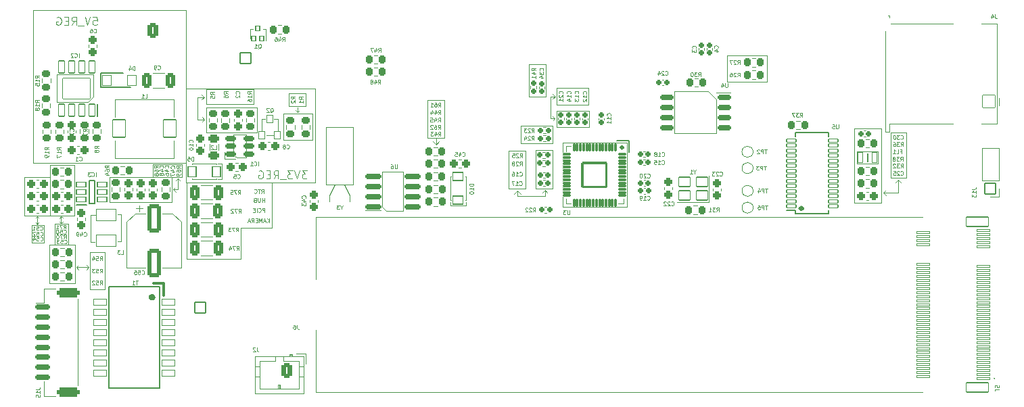
<source format=gbo>
G04 #@! TF.GenerationSoftware,KiCad,Pcbnew,8.0.0-rc1*
G04 #@! TF.CreationDate,2025-03-22T13:15:10+03:00*
G04 #@! TF.ProjectId,Movita_CM4_CT_Router_V1.0,4d6f7669-7461-45f4-934d-345f43545f52,REV1*
G04 #@! TF.SameCoordinates,Original*
G04 #@! TF.FileFunction,Legend,Bot*
G04 #@! TF.FilePolarity,Positive*
%FSLAX46Y46*%
G04 Gerber Fmt 4.6, Leading zero omitted, Abs format (unit mm)*
G04 Created by KiCad (PCBNEW 8.0.0-rc1) date 2025-03-22 13:15:10*
%MOMM*%
%LPD*%
G01*
G04 APERTURE LIST*
G04 Aperture macros list*
%AMRoundRect*
0 Rectangle with rounded corners*
0 $1 Rounding radius*
0 $2 $3 $4 $5 $6 $7 $8 $9 X,Y pos of 4 corners*
0 Add a 4 corners polygon primitive as box body*
4,1,4,$2,$3,$4,$5,$6,$7,$8,$9,$2,$3,0*
0 Add four circle primitives for the rounded corners*
1,1,$1+$1,$2,$3*
1,1,$1+$1,$4,$5*
1,1,$1+$1,$6,$7*
1,1,$1+$1,$8,$9*
0 Add four rect primitives between the rounded corners*
20,1,$1+$1,$2,$3,$4,$5,0*
20,1,$1+$1,$4,$5,$6,$7,0*
20,1,$1+$1,$6,$7,$8,$9,0*
20,1,$1+$1,$8,$9,$2,$3,0*%
G04 Aperture macros list end*
%ADD10C,0.120000*%
%ADD11C,0.050000*%
%ADD12C,0.100000*%
%ADD13C,0.070000*%
%ADD14C,0.200000*%
%ADD15C,0.127000*%
%ADD16C,0.300000*%
%ADD17C,0.071780*%
%ADD18C,0.150000*%
%ADD19C,0.400000*%
%ADD20RoundRect,0.051000X-0.800000X-1.100000X0.800000X-1.100000X0.800000X1.100000X-0.800000X1.100000X0*%
%ADD21RoundRect,0.265938X-0.585062X1.535062X-0.585062X-1.535062X0.585062X-1.535062X0.585062X1.535062X0*%
%ADD22RoundRect,0.051000X1.250000X0.750000X-1.250000X0.750000X-1.250000X-0.750000X1.250000X-0.750000X0*%
%ADD23RoundRect,0.051000X-0.600000X0.300000X-0.600000X-0.300000X0.600000X-0.300000X0.600000X0.300000X0*%
%ADD24RoundRect,0.272667X-0.340833X-0.653333X0.340833X-0.653333X0.340833X0.653333X-0.340833X0.653333X0*%
%ADD25RoundRect,0.225500X0.225500X0.300500X-0.225500X0.300500X-0.225500X-0.300500X0.225500X-0.300500X0*%
%ADD26RoundRect,0.225500X-0.225500X-0.300500X0.225500X-0.300500X0.225500X0.300500X-0.225500X0.300500X0*%
%ADD27RoundRect,0.225500X0.300500X-0.225500X0.300500X0.225500X-0.300500X0.225500X-0.300500X-0.225500X0*%
%ADD28RoundRect,0.250500X-0.250500X-0.275500X0.250500X-0.275500X0.250500X0.275500X-0.250500X0.275500X0*%
%ADD29RoundRect,0.250500X0.250500X0.275500X-0.250500X0.275500X-0.250500X-0.275500X0.250500X-0.275500X0*%
%ADD30RoundRect,0.250500X-0.275500X0.250500X-0.275500X-0.250500X0.275500X-0.250500X0.275500X0.250500X0*%
%ADD31RoundRect,0.051000X-0.675000X0.675000X-0.675000X-0.675000X0.675000X-0.675000X0.675000X0.675000X0*%
%ADD32O,1.452000X1.452000*%
%ADD33O,1.302000X2.002000*%
%ADD34C,1.552000*%
%ADD35C,1.002000*%
%ADD36C,6.302000*%
%ADD37O,1.204000X2.204000*%
%ADD38RoundRect,0.051000X-0.675000X-0.675000X0.675000X-0.675000X0.675000X0.675000X-0.675000X0.675000X0*%
%ADD39RoundRect,0.271250X0.379750X0.654750X-0.379750X0.654750X-0.379750X-0.654750X0.379750X-0.654750X0*%
%ADD40O,1.302000X1.852000*%
%ADD41RoundRect,0.250500X0.275500X-0.250500X0.275500X0.250500X-0.275500X0.250500X-0.275500X-0.250500X0*%
%ADD42RoundRect,0.165500X0.195500X-0.165500X0.195500X0.165500X-0.195500X0.165500X-0.195500X-0.165500X0*%
%ADD43RoundRect,0.165500X0.165500X0.195500X-0.165500X0.195500X-0.165500X-0.195500X0.165500X-0.195500X0*%
%ADD44RoundRect,0.160500X-0.210500X0.160500X-0.210500X-0.160500X0.210500X-0.160500X0.210500X0.160500X0*%
%ADD45RoundRect,0.272174X0.353826X0.678826X-0.353826X0.678826X-0.353826X-0.678826X0.353826X-0.678826X0*%
%ADD46RoundRect,0.051000X0.800000X-0.800000X0.800000X0.800000X-0.800000X0.800000X-0.800000X-0.800000X0*%
%ADD47C,1.702000*%
%ADD48C,3.102000*%
%ADD49C,1.102000*%
%ADD50RoundRect,0.165500X-0.165500X-0.195500X0.165500X-0.195500X0.165500X0.195500X-0.165500X0.195500X0*%
%ADD51RoundRect,0.051000X-0.835000X0.380000X-0.835000X-0.380000X0.835000X-0.380000X0.835000X0.380000X0*%
%ADD52RoundRect,0.160500X0.160500X0.210500X-0.160500X0.210500X-0.160500X-0.210500X0.160500X-0.210500X0*%
%ADD53RoundRect,0.051000X0.650000X-0.500000X0.650000X0.500000X-0.650000X0.500000X-0.650000X-0.500000X0*%
%ADD54RoundRect,0.225500X-0.300500X0.225500X-0.300500X-0.225500X0.300500X-0.225500X0.300500X0.225500X0*%
%ADD55RoundRect,0.175500X-0.725500X0.175500X-0.725500X-0.175500X0.725500X-0.175500X0.725500X0.175500X0*%
%ADD56RoundRect,0.275500X-1.125500X0.275500X-1.125500X-0.275500X1.125500X-0.275500X1.125500X0.275500X0*%
%ADD57RoundRect,0.051000X0.400000X0.450000X-0.400000X0.450000X-0.400000X-0.450000X0.400000X-0.450000X0*%
%ADD58RoundRect,0.051000X-0.400000X-0.450000X0.400000X-0.450000X0.400000X0.450000X-0.400000X0.450000X0*%
%ADD59RoundRect,0.051000X0.775000X-0.150000X0.775000X0.150000X-0.775000X0.150000X-0.775000X-0.150000X0*%
%ADD60RoundRect,0.051000X1.375000X-0.600000X1.375000X0.600000X-1.375000X0.600000X-1.375000X-0.600000X0*%
%ADD61RoundRect,0.175500X-0.538000X-0.175500X0.538000X-0.175500X0.538000X0.175500X-0.538000X0.175500X0*%
%ADD62RoundRect,0.075500X0.450500X0.075500X-0.450500X0.075500X-0.450500X-0.075500X0.450500X-0.075500X0*%
%ADD63RoundRect,0.075500X0.075500X0.450500X-0.075500X0.450500X-0.075500X-0.450500X0.075500X-0.450500X0*%
%ADD64RoundRect,0.148590X1.502410X1.502410X-1.502410X1.502410X-1.502410X-1.502410X1.502410X-1.502410X0*%
%ADD65RoundRect,0.051000X0.700000X0.600000X-0.700000X0.600000X-0.700000X-0.600000X0.700000X-0.600000X0*%
%ADD66RoundRect,0.160500X-0.160500X-0.210500X0.160500X-0.210500X0.160500X0.210500X-0.160500X0.210500X0*%
%ADD67RoundRect,0.051000X-0.600000X-0.200000X0.600000X-0.200000X0.600000X0.200000X-0.600000X0.200000X0*%
%ADD68RoundRect,0.051000X0.250000X-0.300000X0.250000X0.300000X-0.250000X0.300000X-0.250000X-0.300000X0*%
%ADD69RoundRect,0.051000X0.500000X0.650000X-0.500000X0.650000X-0.500000X-0.650000X0.500000X-0.650000X0*%
%ADD70RoundRect,0.051000X-0.350000X-0.762500X0.350000X-0.762500X0.350000X0.762500X-0.350000X0.762500X0*%
%ADD71RoundRect,0.051000X1.725000X-1.280000X1.725000X1.280000X-1.725000X1.280000X-1.725000X-1.280000X0*%
%ADD72RoundRect,0.165500X-0.195500X0.165500X-0.195500X-0.165500X0.195500X-0.165500X0.195500X0.165500X0*%
%ADD73RoundRect,0.244250X-0.406750X0.244250X-0.406750X-0.244250X0.406750X-0.244250X0.406750X0.244250X0*%
%ADD74RoundRect,0.051000X0.300000X0.625000X-0.300000X0.625000X-0.300000X-0.625000X0.300000X-0.625000X0*%
%ADD75RoundRect,0.175500X-0.850500X-0.175500X0.850500X-0.175500X0.850500X0.175500X-0.850500X0.175500X0*%
%ADD76RoundRect,0.051000X-0.560000X-0.610000X0.560000X-0.610000X0.560000X0.610000X-0.560000X0.610000X0*%
%ADD77RoundRect,0.175500X0.675500X0.175500X-0.675500X0.175500X-0.675500X-0.175500X0.675500X-0.175500X0*%
G04 APERTURE END LIST*
D10*
X131652030Y-114632454D02*
X138382030Y-114632454D01*
X138382030Y-110732454D02*
X138382030Y-114632454D01*
X142332030Y-110732454D02*
X138382030Y-110732454D01*
X142332030Y-105002454D02*
X142332030Y-110732454D01*
X131652030Y-105002454D02*
X142332030Y-105002454D01*
X131652030Y-114632454D02*
X131652030Y-105002454D01*
X115912030Y-109292454D02*
X116092030Y-109472454D01*
X115912030Y-109292454D02*
X115722030Y-109482454D01*
X115912030Y-110092454D02*
X116092030Y-109912454D01*
X115732030Y-109912454D02*
X115912030Y-110092454D01*
X115912030Y-109292454D02*
X115912030Y-110082454D01*
D11*
X115152030Y-110199954D02*
X116772030Y-110199954D01*
X116772030Y-112830990D01*
X115152030Y-112830990D01*
X115152030Y-110199954D01*
X114482030Y-102852454D02*
X117552030Y-102852454D01*
X117552030Y-109162454D01*
X114482030Y-109162454D01*
X114482030Y-102852454D01*
D10*
X112912030Y-109272454D02*
X113092030Y-109452454D01*
X112912030Y-109272454D02*
X112722030Y-109462454D01*
X112912030Y-110242454D02*
X113092030Y-110062454D01*
X112732030Y-110062454D02*
X112912030Y-110242454D01*
X112912030Y-109272454D02*
X112912030Y-110212454D01*
D11*
X111332030Y-104382454D02*
X114482030Y-104382454D01*
X114482030Y-109162454D01*
X111332030Y-109162454D01*
X111332030Y-104382454D01*
X112202030Y-110329954D02*
X113742030Y-110329954D01*
X113742030Y-112574954D01*
X112202030Y-112574954D01*
X112202030Y-110329954D01*
D10*
X129937030Y-105897454D02*
X130227030Y-106187454D01*
X129937030Y-105897454D02*
X130207030Y-105627454D01*
X130532030Y-104502454D02*
X130782030Y-104752454D01*
X130532030Y-104502454D02*
X130302030Y-104732454D01*
X130532030Y-105892454D02*
X130532030Y-104502454D01*
X129937030Y-105897454D02*
X130532030Y-105897454D01*
D11*
X121962030Y-104342454D02*
X129802030Y-104342454D01*
X129802030Y-107452454D01*
X121962030Y-107452454D01*
X121962030Y-104342454D01*
X127412030Y-102752454D02*
X131002030Y-102752454D01*
X131002030Y-104312454D01*
X127412030Y-104312454D01*
X127412030Y-102752454D01*
D10*
X119362030Y-115652454D02*
X119102030Y-115392454D01*
X119362030Y-115652454D02*
X119102030Y-115912454D01*
X131512030Y-102532454D02*
X112372030Y-102532454D01*
D11*
X199274548Y-89082454D02*
X204239510Y-89082454D01*
X204239510Y-92422454D01*
X199274548Y-92422454D01*
X199274548Y-89082454D01*
D10*
X133832030Y-97122454D02*
X133552030Y-97402454D01*
X173012030Y-106042454D02*
X173412030Y-106442454D01*
X133832030Y-97122454D02*
X133542030Y-96832454D01*
D11*
X134072030Y-95592454D02*
X140432030Y-95592454D01*
X140432030Y-98742454D01*
X134072030Y-98742454D01*
X134072030Y-95592454D01*
D10*
X177722030Y-96952454D02*
X177472030Y-97202454D01*
X176462030Y-105992454D02*
X176742030Y-106272454D01*
X133002030Y-94362454D02*
X133812030Y-94362454D01*
D11*
X219722030Y-98732454D02*
X221722030Y-98732454D01*
X221722030Y-104397415D01*
X219722030Y-104397415D01*
X219722030Y-98732454D01*
D10*
X117832030Y-115652454D02*
X119362030Y-115652454D01*
X177132030Y-94252454D02*
X177132030Y-96952454D01*
X173012030Y-106742454D02*
X176462030Y-106742454D01*
X218812030Y-106332454D02*
X219154694Y-106675118D01*
D11*
X177919550Y-96029973D02*
X182024511Y-96029973D01*
X182024511Y-98059972D01*
X177919550Y-98059972D01*
X177919550Y-96029973D01*
D10*
X177722030Y-96952454D02*
X177462030Y-96692454D01*
X173012030Y-106042454D02*
X172602030Y-106452454D01*
X112372030Y-83464190D02*
X124573767Y-83464190D01*
D11*
X215172030Y-98282454D02*
X218552030Y-98282454D01*
X218552030Y-107587415D01*
X215172030Y-107587415D01*
X215172030Y-98282454D01*
D10*
X145512030Y-96222454D02*
X145762030Y-95972454D01*
D11*
X119537030Y-113712454D02*
X121387030Y-113712454D01*
X121387030Y-118372454D01*
X119537030Y-118372454D01*
X119537030Y-113712454D01*
D10*
X162828767Y-100264190D02*
X163193767Y-99899190D01*
X133812030Y-94362454D02*
X133502030Y-94052454D01*
D11*
X171922030Y-101027493D02*
X174022030Y-101027493D01*
X174022030Y-105792454D01*
X171922030Y-105792454D01*
X171922030Y-101027493D01*
D10*
X117832030Y-115652454D02*
X118092030Y-115912454D01*
D11*
X114442030Y-112832454D02*
X117682030Y-112832454D01*
X117682030Y-117642454D01*
X114442030Y-117642454D01*
X114442030Y-112832454D01*
D10*
X177752030Y-94252454D02*
X177422030Y-93922454D01*
X220682030Y-106332454D02*
X218812030Y-106332454D01*
D11*
X144432030Y-93822454D02*
X146552030Y-93822454D01*
X146552030Y-95502454D01*
X144432030Y-95502454D01*
X144432030Y-93822454D01*
D10*
X220682030Y-104702454D02*
X220339366Y-105045118D01*
X131513767Y-83464190D02*
X131513767Y-93862454D01*
D11*
X173409550Y-97899973D02*
X177464511Y-97899973D01*
X177464511Y-100079973D01*
X173409550Y-100079973D01*
X173409550Y-97899973D01*
D10*
X147702030Y-93232454D02*
X147702030Y-105002454D01*
X133832030Y-97122454D02*
X133002030Y-97122454D01*
X124582030Y-83464190D02*
X131512030Y-83464190D01*
D11*
X177959550Y-93199973D02*
X181924511Y-93199973D01*
X181924511Y-95299973D01*
X177959550Y-95299973D01*
X177959550Y-93199973D01*
D10*
X145512030Y-95592454D02*
X145512030Y-96222454D01*
X117832030Y-115652454D02*
X118092030Y-115392454D01*
X177752030Y-94252454D02*
X177132030Y-94252454D01*
X133447030Y-93232454D02*
X147705293Y-93232454D01*
X133447030Y-93232454D02*
X131517030Y-93232454D01*
X112372030Y-102532454D02*
X112372030Y-83482454D01*
X162828767Y-100264190D02*
X162433767Y-99869190D01*
D11*
X175332030Y-100987493D02*
X177432030Y-100987493D01*
X177432030Y-105752454D01*
X175332030Y-105752454D01*
X175332030Y-100987493D01*
D10*
X176462030Y-105992454D02*
X176182030Y-106272454D01*
X131513767Y-93872454D02*
X131513767Y-105002454D01*
X147702030Y-105002454D02*
X131513767Y-105002454D01*
X220682030Y-104702454D02*
X221032030Y-105052454D01*
X145512030Y-96222454D02*
X145262030Y-95972454D01*
X161803767Y-94704190D02*
X163853767Y-94704190D01*
X163853767Y-99424190D01*
X161803767Y-99424190D01*
X161803767Y-94704190D01*
X218812030Y-106332454D02*
X219162030Y-105982454D01*
D11*
X134062030Y-93352454D02*
X140032030Y-93352454D01*
X140032030Y-95202454D01*
X134062030Y-95202454D01*
X134062030Y-93352454D01*
D10*
X220682030Y-104702454D02*
X220682030Y-106332454D01*
D11*
X143767030Y-96362454D02*
X147337030Y-96362454D01*
X147337030Y-99692454D01*
X143767030Y-99692454D01*
X143767030Y-96362454D01*
D10*
X177752030Y-94252454D02*
X177442030Y-94562454D01*
X133812030Y-94362454D02*
X133522030Y-94652454D01*
X162828767Y-99424190D02*
X162828767Y-100264190D01*
X133002030Y-97122454D02*
X133002030Y-94362454D01*
X177132030Y-96952454D02*
X177722030Y-96952454D01*
X173012030Y-106042454D02*
X173012030Y-106742454D01*
D11*
X174422029Y-90184973D02*
X176602029Y-90184973D01*
X176602029Y-94239934D01*
X174422029Y-94239934D01*
X174422029Y-90184973D01*
D10*
X176462030Y-106742454D02*
X176462030Y-105992454D01*
D12*
X119881955Y-84294873D02*
X120358145Y-84294873D01*
X120358145Y-84294873D02*
X120405764Y-84771063D01*
X120405764Y-84771063D02*
X120358145Y-84723444D01*
X120358145Y-84723444D02*
X120262907Y-84675825D01*
X120262907Y-84675825D02*
X120024812Y-84675825D01*
X120024812Y-84675825D02*
X119929574Y-84723444D01*
X119929574Y-84723444D02*
X119881955Y-84771063D01*
X119881955Y-84771063D02*
X119834336Y-84866301D01*
X119834336Y-84866301D02*
X119834336Y-85104396D01*
X119834336Y-85104396D02*
X119881955Y-85199634D01*
X119881955Y-85199634D02*
X119929574Y-85247254D01*
X119929574Y-85247254D02*
X120024812Y-85294873D01*
X120024812Y-85294873D02*
X120262907Y-85294873D01*
X120262907Y-85294873D02*
X120358145Y-85247254D01*
X120358145Y-85247254D02*
X120405764Y-85199634D01*
X119548621Y-84294873D02*
X119215288Y-85294873D01*
X119215288Y-85294873D02*
X118881955Y-84294873D01*
X118786717Y-85390111D02*
X118024812Y-85390111D01*
X117215288Y-85294873D02*
X117548621Y-84818682D01*
X117786716Y-85294873D02*
X117786716Y-84294873D01*
X117786716Y-84294873D02*
X117405764Y-84294873D01*
X117405764Y-84294873D02*
X117310526Y-84342492D01*
X117310526Y-84342492D02*
X117262907Y-84390111D01*
X117262907Y-84390111D02*
X117215288Y-84485349D01*
X117215288Y-84485349D02*
X117215288Y-84628206D01*
X117215288Y-84628206D02*
X117262907Y-84723444D01*
X117262907Y-84723444D02*
X117310526Y-84771063D01*
X117310526Y-84771063D02*
X117405764Y-84818682D01*
X117405764Y-84818682D02*
X117786716Y-84818682D01*
X116786716Y-84771063D02*
X116453383Y-84771063D01*
X116310526Y-85294873D02*
X116786716Y-85294873D01*
X116786716Y-85294873D02*
X116786716Y-84294873D01*
X116786716Y-84294873D02*
X116310526Y-84294873D01*
X115358145Y-84342492D02*
X115453383Y-84294873D01*
X115453383Y-84294873D02*
X115596240Y-84294873D01*
X115596240Y-84294873D02*
X115739097Y-84342492D01*
X115739097Y-84342492D02*
X115834335Y-84437730D01*
X115834335Y-84437730D02*
X115881954Y-84532968D01*
X115881954Y-84532968D02*
X115929573Y-84723444D01*
X115929573Y-84723444D02*
X115929573Y-84866301D01*
X115929573Y-84866301D02*
X115881954Y-85056777D01*
X115881954Y-85056777D02*
X115834335Y-85152015D01*
X115834335Y-85152015D02*
X115739097Y-85247254D01*
X115739097Y-85247254D02*
X115596240Y-85294873D01*
X115596240Y-85294873D02*
X115501002Y-85294873D01*
X115501002Y-85294873D02*
X115358145Y-85247254D01*
X115358145Y-85247254D02*
X115310526Y-85199634D01*
X115310526Y-85199634D02*
X115310526Y-84866301D01*
X115310526Y-84866301D02*
X115501002Y-84866301D01*
X146693383Y-103544873D02*
X146074336Y-103544873D01*
X146074336Y-103544873D02*
X146407669Y-103925825D01*
X146407669Y-103925825D02*
X146264812Y-103925825D01*
X146264812Y-103925825D02*
X146169574Y-103973444D01*
X146169574Y-103973444D02*
X146121955Y-104021063D01*
X146121955Y-104021063D02*
X146074336Y-104116301D01*
X146074336Y-104116301D02*
X146074336Y-104354396D01*
X146074336Y-104354396D02*
X146121955Y-104449634D01*
X146121955Y-104449634D02*
X146169574Y-104497254D01*
X146169574Y-104497254D02*
X146264812Y-104544873D01*
X146264812Y-104544873D02*
X146550526Y-104544873D01*
X146550526Y-104544873D02*
X146645764Y-104497254D01*
X146645764Y-104497254D02*
X146693383Y-104449634D01*
X145788621Y-103544873D02*
X145455288Y-104544873D01*
X145455288Y-104544873D02*
X145121955Y-103544873D01*
X144883859Y-103544873D02*
X144264812Y-103544873D01*
X144264812Y-103544873D02*
X144598145Y-103925825D01*
X144598145Y-103925825D02*
X144455288Y-103925825D01*
X144455288Y-103925825D02*
X144360050Y-103973444D01*
X144360050Y-103973444D02*
X144312431Y-104021063D01*
X144312431Y-104021063D02*
X144264812Y-104116301D01*
X144264812Y-104116301D02*
X144264812Y-104354396D01*
X144264812Y-104354396D02*
X144312431Y-104449634D01*
X144312431Y-104449634D02*
X144360050Y-104497254D01*
X144360050Y-104497254D02*
X144455288Y-104544873D01*
X144455288Y-104544873D02*
X144741002Y-104544873D01*
X144741002Y-104544873D02*
X144836240Y-104497254D01*
X144836240Y-104497254D02*
X144883859Y-104449634D01*
X144074336Y-104640111D02*
X143312431Y-104640111D01*
X142502907Y-104544873D02*
X142836240Y-104068682D01*
X143074335Y-104544873D02*
X143074335Y-103544873D01*
X143074335Y-103544873D02*
X142693383Y-103544873D01*
X142693383Y-103544873D02*
X142598145Y-103592492D01*
X142598145Y-103592492D02*
X142550526Y-103640111D01*
X142550526Y-103640111D02*
X142502907Y-103735349D01*
X142502907Y-103735349D02*
X142502907Y-103878206D01*
X142502907Y-103878206D02*
X142550526Y-103973444D01*
X142550526Y-103973444D02*
X142598145Y-104021063D01*
X142598145Y-104021063D02*
X142693383Y-104068682D01*
X142693383Y-104068682D02*
X143074335Y-104068682D01*
X142074335Y-104021063D02*
X141741002Y-104021063D01*
X141598145Y-104544873D02*
X142074335Y-104544873D01*
X142074335Y-104544873D02*
X142074335Y-103544873D01*
X142074335Y-103544873D02*
X141598145Y-103544873D01*
X140645764Y-103592492D02*
X140741002Y-103544873D01*
X140741002Y-103544873D02*
X140883859Y-103544873D01*
X140883859Y-103544873D02*
X141026716Y-103592492D01*
X141026716Y-103592492D02*
X141121954Y-103687730D01*
X141121954Y-103687730D02*
X141169573Y-103782968D01*
X141169573Y-103782968D02*
X141217192Y-103973444D01*
X141217192Y-103973444D02*
X141217192Y-104116301D01*
X141217192Y-104116301D02*
X141169573Y-104306777D01*
X141169573Y-104306777D02*
X141121954Y-104402015D01*
X141121954Y-104402015D02*
X141026716Y-104497254D01*
X141026716Y-104497254D02*
X140883859Y-104544873D01*
X140883859Y-104544873D02*
X140788621Y-104544873D01*
X140788621Y-104544873D02*
X140645764Y-104497254D01*
X140645764Y-104497254D02*
X140598145Y-104449634D01*
X140598145Y-104449634D02*
X140598145Y-104116301D01*
X140598145Y-104116301D02*
X140788621Y-104116301D01*
X141982431Y-110020825D02*
X141982431Y-109520825D01*
X141696717Y-110020825D02*
X141911002Y-109735111D01*
X141696717Y-109520825D02*
X141982431Y-109806539D01*
X141506240Y-109877968D02*
X141268145Y-109877968D01*
X141553859Y-110020825D02*
X141387193Y-109520825D01*
X141387193Y-109520825D02*
X141220526Y-110020825D01*
X141053860Y-110020825D02*
X141053860Y-109520825D01*
X141053860Y-109520825D02*
X140887193Y-109877968D01*
X140887193Y-109877968D02*
X140720527Y-109520825D01*
X140720527Y-109520825D02*
X140720527Y-110020825D01*
X140482431Y-109758920D02*
X140315764Y-109758920D01*
X140244336Y-110020825D02*
X140482431Y-110020825D01*
X140482431Y-110020825D02*
X140482431Y-109520825D01*
X140482431Y-109520825D02*
X140244336Y-109520825D01*
X139744336Y-110020825D02*
X139911002Y-109782730D01*
X140030050Y-110020825D02*
X140030050Y-109520825D01*
X140030050Y-109520825D02*
X139839574Y-109520825D01*
X139839574Y-109520825D02*
X139791955Y-109544635D01*
X139791955Y-109544635D02*
X139768145Y-109568444D01*
X139768145Y-109568444D02*
X139744336Y-109616063D01*
X139744336Y-109616063D02*
X139744336Y-109687492D01*
X139744336Y-109687492D02*
X139768145Y-109735111D01*
X139768145Y-109735111D02*
X139791955Y-109758920D01*
X139791955Y-109758920D02*
X139839574Y-109782730D01*
X139839574Y-109782730D02*
X140030050Y-109782730D01*
X139553859Y-109877968D02*
X139315764Y-109877968D01*
X139601478Y-110020825D02*
X139434812Y-109520825D01*
X139434812Y-109520825D02*
X139268145Y-110020825D01*
X140976717Y-106340825D02*
X141143383Y-106102730D01*
X141262431Y-106340825D02*
X141262431Y-105840825D01*
X141262431Y-105840825D02*
X141071955Y-105840825D01*
X141071955Y-105840825D02*
X141024336Y-105864635D01*
X141024336Y-105864635D02*
X141000526Y-105888444D01*
X141000526Y-105888444D02*
X140976717Y-105936063D01*
X140976717Y-105936063D02*
X140976717Y-106007492D01*
X140976717Y-106007492D02*
X141000526Y-106055111D01*
X141000526Y-106055111D02*
X141024336Y-106078920D01*
X141024336Y-106078920D02*
X141071955Y-106102730D01*
X141071955Y-106102730D02*
X141262431Y-106102730D01*
X140833859Y-105840825D02*
X140548145Y-105840825D01*
X140691002Y-106340825D02*
X140691002Y-105840825D01*
X140095765Y-106293206D02*
X140119574Y-106317016D01*
X140119574Y-106317016D02*
X140191003Y-106340825D01*
X140191003Y-106340825D02*
X140238622Y-106340825D01*
X140238622Y-106340825D02*
X140310050Y-106317016D01*
X140310050Y-106317016D02*
X140357669Y-106269396D01*
X140357669Y-106269396D02*
X140381479Y-106221777D01*
X140381479Y-106221777D02*
X140405288Y-106126539D01*
X140405288Y-106126539D02*
X140405288Y-106055111D01*
X140405288Y-106055111D02*
X140381479Y-105959873D01*
X140381479Y-105959873D02*
X140357669Y-105912254D01*
X140357669Y-105912254D02*
X140310050Y-105864635D01*
X140310050Y-105864635D02*
X140238622Y-105840825D01*
X140238622Y-105840825D02*
X140191003Y-105840825D01*
X140191003Y-105840825D02*
X140119574Y-105864635D01*
X140119574Y-105864635D02*
X140095765Y-105888444D01*
X141349955Y-107449301D02*
X141349955Y-106949301D01*
X141349955Y-107187396D02*
X141064241Y-107187396D01*
X141064241Y-107449301D02*
X141064241Y-106949301D01*
X140826145Y-106949301D02*
X140826145Y-107354063D01*
X140826145Y-107354063D02*
X140802335Y-107401682D01*
X140802335Y-107401682D02*
X140778526Y-107425492D01*
X140778526Y-107425492D02*
X140730907Y-107449301D01*
X140730907Y-107449301D02*
X140635669Y-107449301D01*
X140635669Y-107449301D02*
X140588050Y-107425492D01*
X140588050Y-107425492D02*
X140564240Y-107401682D01*
X140564240Y-107401682D02*
X140540431Y-107354063D01*
X140540431Y-107354063D02*
X140540431Y-106949301D01*
X140135668Y-107187396D02*
X140064240Y-107211206D01*
X140064240Y-107211206D02*
X140040430Y-107235015D01*
X140040430Y-107235015D02*
X140016621Y-107282634D01*
X140016621Y-107282634D02*
X140016621Y-107354063D01*
X140016621Y-107354063D02*
X140040430Y-107401682D01*
X140040430Y-107401682D02*
X140064240Y-107425492D01*
X140064240Y-107425492D02*
X140111859Y-107449301D01*
X140111859Y-107449301D02*
X140302335Y-107449301D01*
X140302335Y-107449301D02*
X140302335Y-106949301D01*
X140302335Y-106949301D02*
X140135668Y-106949301D01*
X140135668Y-106949301D02*
X140088049Y-106973111D01*
X140088049Y-106973111D02*
X140064240Y-106996920D01*
X140064240Y-106996920D02*
X140040430Y-107044539D01*
X140040430Y-107044539D02*
X140040430Y-107092158D01*
X140040430Y-107092158D02*
X140064240Y-107139777D01*
X140064240Y-107139777D02*
X140088049Y-107163587D01*
X140088049Y-107163587D02*
X140135668Y-107187396D01*
X140135668Y-107187396D02*
X140302335Y-107187396D01*
X141387193Y-108716063D02*
X141387193Y-108216063D01*
X141387193Y-108216063D02*
X141196717Y-108216063D01*
X141196717Y-108216063D02*
X141149098Y-108239873D01*
X141149098Y-108239873D02*
X141125288Y-108263682D01*
X141125288Y-108263682D02*
X141101479Y-108311301D01*
X141101479Y-108311301D02*
X141101479Y-108382730D01*
X141101479Y-108382730D02*
X141125288Y-108430349D01*
X141125288Y-108430349D02*
X141149098Y-108454158D01*
X141149098Y-108454158D02*
X141196717Y-108477968D01*
X141196717Y-108477968D02*
X141387193Y-108477968D01*
X140601479Y-108668444D02*
X140625288Y-108692254D01*
X140625288Y-108692254D02*
X140696717Y-108716063D01*
X140696717Y-108716063D02*
X140744336Y-108716063D01*
X140744336Y-108716063D02*
X140815764Y-108692254D01*
X140815764Y-108692254D02*
X140863383Y-108644634D01*
X140863383Y-108644634D02*
X140887193Y-108597015D01*
X140887193Y-108597015D02*
X140911002Y-108501777D01*
X140911002Y-108501777D02*
X140911002Y-108430349D01*
X140911002Y-108430349D02*
X140887193Y-108335111D01*
X140887193Y-108335111D02*
X140863383Y-108287492D01*
X140863383Y-108287492D02*
X140815764Y-108239873D01*
X140815764Y-108239873D02*
X140744336Y-108216063D01*
X140744336Y-108216063D02*
X140696717Y-108216063D01*
X140696717Y-108216063D02*
X140625288Y-108239873D01*
X140625288Y-108239873D02*
X140601479Y-108263682D01*
X140387193Y-108716063D02*
X140387193Y-108216063D01*
X140149098Y-108454158D02*
X139982431Y-108454158D01*
X139911003Y-108716063D02*
X140149098Y-108716063D01*
X140149098Y-108716063D02*
X140149098Y-108216063D01*
X140149098Y-108216063D02*
X139911003Y-108216063D01*
D13*
X126417100Y-94450123D02*
X126655195Y-94450123D01*
X126655195Y-94450123D02*
X126655195Y-93950123D01*
X125988528Y-94450123D02*
X126274242Y-94450123D01*
X126131385Y-94450123D02*
X126131385Y-93950123D01*
X126131385Y-93950123D02*
X126179004Y-94021552D01*
X126179004Y-94021552D02*
X126226623Y-94069171D01*
X126226623Y-94069171D02*
X126274242Y-94092980D01*
X125993458Y-116462504D02*
X126017267Y-116486314D01*
X126017267Y-116486314D02*
X126088696Y-116510123D01*
X126088696Y-116510123D02*
X126136315Y-116510123D01*
X126136315Y-116510123D02*
X126207743Y-116486314D01*
X126207743Y-116486314D02*
X126255362Y-116438694D01*
X126255362Y-116438694D02*
X126279172Y-116391075D01*
X126279172Y-116391075D02*
X126302981Y-116295837D01*
X126302981Y-116295837D02*
X126302981Y-116224409D01*
X126302981Y-116224409D02*
X126279172Y-116129171D01*
X126279172Y-116129171D02*
X126255362Y-116081552D01*
X126255362Y-116081552D02*
X126207743Y-116033933D01*
X126207743Y-116033933D02*
X126136315Y-116010123D01*
X126136315Y-116010123D02*
X126088696Y-116010123D01*
X126088696Y-116010123D02*
X126017267Y-116033933D01*
X126017267Y-116033933D02*
X125993458Y-116057742D01*
X125541077Y-116010123D02*
X125779172Y-116010123D01*
X125779172Y-116010123D02*
X125802981Y-116248218D01*
X125802981Y-116248218D02*
X125779172Y-116224409D01*
X125779172Y-116224409D02*
X125731553Y-116200599D01*
X125731553Y-116200599D02*
X125612505Y-116200599D01*
X125612505Y-116200599D02*
X125564886Y-116224409D01*
X125564886Y-116224409D02*
X125541077Y-116248218D01*
X125541077Y-116248218D02*
X125517267Y-116295837D01*
X125517267Y-116295837D02*
X125517267Y-116414885D01*
X125517267Y-116414885D02*
X125541077Y-116462504D01*
X125541077Y-116462504D02*
X125564886Y-116486314D01*
X125564886Y-116486314D02*
X125612505Y-116510123D01*
X125612505Y-116510123D02*
X125731553Y-116510123D01*
X125731553Y-116510123D02*
X125779172Y-116486314D01*
X125779172Y-116486314D02*
X125802981Y-116462504D01*
X125064887Y-116010123D02*
X125302982Y-116010123D01*
X125302982Y-116010123D02*
X125326791Y-116248218D01*
X125326791Y-116248218D02*
X125302982Y-116224409D01*
X125302982Y-116224409D02*
X125255363Y-116200599D01*
X125255363Y-116200599D02*
X125136315Y-116200599D01*
X125136315Y-116200599D02*
X125088696Y-116224409D01*
X125088696Y-116224409D02*
X125064887Y-116248218D01*
X125064887Y-116248218D02*
X125041077Y-116295837D01*
X125041077Y-116295837D02*
X125041077Y-116414885D01*
X125041077Y-116414885D02*
X125064887Y-116462504D01*
X125064887Y-116462504D02*
X125088696Y-116486314D01*
X125088696Y-116486314D02*
X125136315Y-116510123D01*
X125136315Y-116510123D02*
X125255363Y-116510123D01*
X125255363Y-116510123D02*
X125302982Y-116486314D01*
X125302982Y-116486314D02*
X125326791Y-116462504D01*
X123395363Y-113970123D02*
X123633458Y-113970123D01*
X123633458Y-113970123D02*
X123633458Y-113470123D01*
X123276315Y-113470123D02*
X122966791Y-113470123D01*
X122966791Y-113470123D02*
X123133458Y-113660599D01*
X123133458Y-113660599D02*
X123062029Y-113660599D01*
X123062029Y-113660599D02*
X123014410Y-113684409D01*
X123014410Y-113684409D02*
X122990601Y-113708218D01*
X122990601Y-113708218D02*
X122966791Y-113755837D01*
X122966791Y-113755837D02*
X122966791Y-113874885D01*
X122966791Y-113874885D02*
X122990601Y-113922504D01*
X122990601Y-113922504D02*
X123014410Y-113946314D01*
X123014410Y-113946314D02*
X123062029Y-113970123D01*
X123062029Y-113970123D02*
X123204886Y-113970123D01*
X123204886Y-113970123D02*
X123252505Y-113946314D01*
X123252505Y-113946314D02*
X123276315Y-113922504D01*
X120250124Y-104240121D02*
X120250124Y-103740121D01*
X119726315Y-104192502D02*
X119750124Y-104216312D01*
X119750124Y-104216312D02*
X119821553Y-104240121D01*
X119821553Y-104240121D02*
X119869172Y-104240121D01*
X119869172Y-104240121D02*
X119940600Y-104216312D01*
X119940600Y-104216312D02*
X119988219Y-104168692D01*
X119988219Y-104168692D02*
X120012029Y-104121073D01*
X120012029Y-104121073D02*
X120035838Y-104025835D01*
X120035838Y-104025835D02*
X120035838Y-103954407D01*
X120035838Y-103954407D02*
X120012029Y-103859169D01*
X120012029Y-103859169D02*
X119988219Y-103811550D01*
X119988219Y-103811550D02*
X119940600Y-103763931D01*
X119940600Y-103763931D02*
X119869172Y-103740121D01*
X119869172Y-103740121D02*
X119821553Y-103740121D01*
X119821553Y-103740121D02*
X119750124Y-103763931D01*
X119750124Y-103763931D02*
X119726315Y-103787740D01*
X119559648Y-103740121D02*
X119250124Y-103740121D01*
X119250124Y-103740121D02*
X119416791Y-103930597D01*
X119416791Y-103930597D02*
X119345362Y-103930597D01*
X119345362Y-103930597D02*
X119297743Y-103954407D01*
X119297743Y-103954407D02*
X119273934Y-103978216D01*
X119273934Y-103978216D02*
X119250124Y-104025835D01*
X119250124Y-104025835D02*
X119250124Y-104144883D01*
X119250124Y-104144883D02*
X119273934Y-104192502D01*
X119273934Y-104192502D02*
X119297743Y-104216312D01*
X119297743Y-104216312D02*
X119345362Y-104240121D01*
X119345362Y-104240121D02*
X119488219Y-104240121D01*
X119488219Y-104240121D02*
X119535838Y-104216312D01*
X119535838Y-104216312D02*
X119559648Y-104192502D01*
X138053458Y-106500123D02*
X138220124Y-106262028D01*
X138339172Y-106500123D02*
X138339172Y-106000123D01*
X138339172Y-106000123D02*
X138148696Y-106000123D01*
X138148696Y-106000123D02*
X138101077Y-106023933D01*
X138101077Y-106023933D02*
X138077267Y-106047742D01*
X138077267Y-106047742D02*
X138053458Y-106095361D01*
X138053458Y-106095361D02*
X138053458Y-106166790D01*
X138053458Y-106166790D02*
X138077267Y-106214409D01*
X138077267Y-106214409D02*
X138101077Y-106238218D01*
X138101077Y-106238218D02*
X138148696Y-106262028D01*
X138148696Y-106262028D02*
X138339172Y-106262028D01*
X137886791Y-106000123D02*
X137553458Y-106000123D01*
X137553458Y-106000123D02*
X137767743Y-106500123D01*
X137124887Y-106000123D02*
X137362982Y-106000123D01*
X137362982Y-106000123D02*
X137386791Y-106238218D01*
X137386791Y-106238218D02*
X137362982Y-106214409D01*
X137362982Y-106214409D02*
X137315363Y-106190599D01*
X137315363Y-106190599D02*
X137196315Y-106190599D01*
X137196315Y-106190599D02*
X137148696Y-106214409D01*
X137148696Y-106214409D02*
X137124887Y-106238218D01*
X137124887Y-106238218D02*
X137101077Y-106285837D01*
X137101077Y-106285837D02*
X137101077Y-106404885D01*
X137101077Y-106404885D02*
X137124887Y-106452504D01*
X137124887Y-106452504D02*
X137148696Y-106476314D01*
X137148696Y-106476314D02*
X137196315Y-106500123D01*
X137196315Y-106500123D02*
X137315363Y-106500123D01*
X137315363Y-106500123D02*
X137362982Y-106476314D01*
X137362982Y-106476314D02*
X137386791Y-106452504D01*
X137863458Y-113470123D02*
X138030124Y-113232028D01*
X138149172Y-113470123D02*
X138149172Y-112970123D01*
X138149172Y-112970123D02*
X137958696Y-112970123D01*
X137958696Y-112970123D02*
X137911077Y-112993933D01*
X137911077Y-112993933D02*
X137887267Y-113017742D01*
X137887267Y-113017742D02*
X137863458Y-113065361D01*
X137863458Y-113065361D02*
X137863458Y-113136790D01*
X137863458Y-113136790D02*
X137887267Y-113184409D01*
X137887267Y-113184409D02*
X137911077Y-113208218D01*
X137911077Y-113208218D02*
X137958696Y-113232028D01*
X137958696Y-113232028D02*
X138149172Y-113232028D01*
X137696791Y-112970123D02*
X137363458Y-112970123D01*
X137363458Y-112970123D02*
X137577743Y-113470123D01*
X136958696Y-113136790D02*
X136958696Y-113470123D01*
X137077744Y-112946314D02*
X137196791Y-113303456D01*
X137196791Y-113303456D02*
X136887268Y-113303456D01*
X137803458Y-111160123D02*
X137970124Y-110922028D01*
X138089172Y-111160123D02*
X138089172Y-110660123D01*
X138089172Y-110660123D02*
X137898696Y-110660123D01*
X137898696Y-110660123D02*
X137851077Y-110683933D01*
X137851077Y-110683933D02*
X137827267Y-110707742D01*
X137827267Y-110707742D02*
X137803458Y-110755361D01*
X137803458Y-110755361D02*
X137803458Y-110826790D01*
X137803458Y-110826790D02*
X137827267Y-110874409D01*
X137827267Y-110874409D02*
X137851077Y-110898218D01*
X137851077Y-110898218D02*
X137898696Y-110922028D01*
X137898696Y-110922028D02*
X138089172Y-110922028D01*
X137636791Y-110660123D02*
X137303458Y-110660123D01*
X137303458Y-110660123D02*
X137517743Y-111160123D01*
X137160601Y-110660123D02*
X136851077Y-110660123D01*
X136851077Y-110660123D02*
X137017744Y-110850599D01*
X137017744Y-110850599D02*
X136946315Y-110850599D01*
X136946315Y-110850599D02*
X136898696Y-110874409D01*
X136898696Y-110874409D02*
X136874887Y-110898218D01*
X136874887Y-110898218D02*
X136851077Y-110945837D01*
X136851077Y-110945837D02*
X136851077Y-111064885D01*
X136851077Y-111064885D02*
X136874887Y-111112504D01*
X136874887Y-111112504D02*
X136898696Y-111136314D01*
X136898696Y-111136314D02*
X136946315Y-111160123D01*
X136946315Y-111160123D02*
X137089172Y-111160123D01*
X137089172Y-111160123D02*
X137136791Y-111136314D01*
X137136791Y-111136314D02*
X137160601Y-111112504D01*
X138103458Y-108820123D02*
X138270124Y-108582028D01*
X138389172Y-108820123D02*
X138389172Y-108320123D01*
X138389172Y-108320123D02*
X138198696Y-108320123D01*
X138198696Y-108320123D02*
X138151077Y-108343933D01*
X138151077Y-108343933D02*
X138127267Y-108367742D01*
X138127267Y-108367742D02*
X138103458Y-108415361D01*
X138103458Y-108415361D02*
X138103458Y-108486790D01*
X138103458Y-108486790D02*
X138127267Y-108534409D01*
X138127267Y-108534409D02*
X138151077Y-108558218D01*
X138151077Y-108558218D02*
X138198696Y-108582028D01*
X138198696Y-108582028D02*
X138389172Y-108582028D01*
X137936791Y-108320123D02*
X137603458Y-108320123D01*
X137603458Y-108320123D02*
X137817743Y-108820123D01*
X137436791Y-108367742D02*
X137412982Y-108343933D01*
X137412982Y-108343933D02*
X137365363Y-108320123D01*
X137365363Y-108320123D02*
X137246315Y-108320123D01*
X137246315Y-108320123D02*
X137198696Y-108343933D01*
X137198696Y-108343933D02*
X137174887Y-108367742D01*
X137174887Y-108367742D02*
X137151077Y-108415361D01*
X137151077Y-108415361D02*
X137151077Y-108462980D01*
X137151077Y-108462980D02*
X137174887Y-108534409D01*
X137174887Y-108534409D02*
X137460601Y-108820123D01*
X137460601Y-108820123D02*
X137151077Y-108820123D01*
X116223458Y-110820123D02*
X116390124Y-110582028D01*
X116509172Y-110820123D02*
X116509172Y-110320123D01*
X116509172Y-110320123D02*
X116318696Y-110320123D01*
X116318696Y-110320123D02*
X116271077Y-110343933D01*
X116271077Y-110343933D02*
X116247267Y-110367742D01*
X116247267Y-110367742D02*
X116223458Y-110415361D01*
X116223458Y-110415361D02*
X116223458Y-110486790D01*
X116223458Y-110486790D02*
X116247267Y-110534409D01*
X116247267Y-110534409D02*
X116271077Y-110558218D01*
X116271077Y-110558218D02*
X116318696Y-110582028D01*
X116318696Y-110582028D02*
X116509172Y-110582028D01*
X116056791Y-110320123D02*
X115723458Y-110320123D01*
X115723458Y-110320123D02*
X115937743Y-110820123D01*
X115271077Y-110820123D02*
X115556791Y-110820123D01*
X115413934Y-110820123D02*
X115413934Y-110320123D01*
X115413934Y-110320123D02*
X115461553Y-110391552D01*
X115461553Y-110391552D02*
X115509172Y-110439171D01*
X115509172Y-110439171D02*
X115556791Y-110462980D01*
X116253458Y-112060123D02*
X116420124Y-111822028D01*
X116539172Y-112060123D02*
X116539172Y-111560123D01*
X116539172Y-111560123D02*
X116348696Y-111560123D01*
X116348696Y-111560123D02*
X116301077Y-111583933D01*
X116301077Y-111583933D02*
X116277267Y-111607742D01*
X116277267Y-111607742D02*
X116253458Y-111655361D01*
X116253458Y-111655361D02*
X116253458Y-111726790D01*
X116253458Y-111726790D02*
X116277267Y-111774409D01*
X116277267Y-111774409D02*
X116301077Y-111798218D01*
X116301077Y-111798218D02*
X116348696Y-111822028D01*
X116348696Y-111822028D02*
X116539172Y-111822028D01*
X116086791Y-111560123D02*
X115753458Y-111560123D01*
X115753458Y-111560123D02*
X115967743Y-112060123D01*
X115467744Y-111560123D02*
X115420125Y-111560123D01*
X115420125Y-111560123D02*
X115372506Y-111583933D01*
X115372506Y-111583933D02*
X115348696Y-111607742D01*
X115348696Y-111607742D02*
X115324887Y-111655361D01*
X115324887Y-111655361D02*
X115301077Y-111750599D01*
X115301077Y-111750599D02*
X115301077Y-111869647D01*
X115301077Y-111869647D02*
X115324887Y-111964885D01*
X115324887Y-111964885D02*
X115348696Y-112012504D01*
X115348696Y-112012504D02*
X115372506Y-112036314D01*
X115372506Y-112036314D02*
X115420125Y-112060123D01*
X115420125Y-112060123D02*
X115467744Y-112060123D01*
X115467744Y-112060123D02*
X115515363Y-112036314D01*
X115515363Y-112036314D02*
X115539172Y-112012504D01*
X115539172Y-112012504D02*
X115562982Y-111964885D01*
X115562982Y-111964885D02*
X115586791Y-111869647D01*
X115586791Y-111869647D02*
X115586791Y-111750599D01*
X115586791Y-111750599D02*
X115562982Y-111655361D01*
X115562982Y-111655361D02*
X115539172Y-111607742D01*
X115539172Y-111607742D02*
X115515363Y-111583933D01*
X115515363Y-111583933D02*
X115467744Y-111560123D01*
X130829699Y-103231025D02*
X130591604Y-103064359D01*
X130829699Y-102945311D02*
X130329699Y-102945311D01*
X130329699Y-102945311D02*
X130329699Y-103135787D01*
X130329699Y-103135787D02*
X130353509Y-103183406D01*
X130353509Y-103183406D02*
X130377318Y-103207216D01*
X130377318Y-103207216D02*
X130424937Y-103231025D01*
X130424937Y-103231025D02*
X130496366Y-103231025D01*
X130496366Y-103231025D02*
X130543985Y-103207216D01*
X130543985Y-103207216D02*
X130567794Y-103183406D01*
X130567794Y-103183406D02*
X130591604Y-103135787D01*
X130591604Y-103135787D02*
X130591604Y-102945311D01*
X130329699Y-103659597D02*
X130329699Y-103564359D01*
X130329699Y-103564359D02*
X130353509Y-103516740D01*
X130353509Y-103516740D02*
X130377318Y-103492930D01*
X130377318Y-103492930D02*
X130448747Y-103445311D01*
X130448747Y-103445311D02*
X130543985Y-103421502D01*
X130543985Y-103421502D02*
X130734461Y-103421502D01*
X130734461Y-103421502D02*
X130782080Y-103445311D01*
X130782080Y-103445311D02*
X130805890Y-103469121D01*
X130805890Y-103469121D02*
X130829699Y-103516740D01*
X130829699Y-103516740D02*
X130829699Y-103611978D01*
X130829699Y-103611978D02*
X130805890Y-103659597D01*
X130805890Y-103659597D02*
X130782080Y-103683406D01*
X130782080Y-103683406D02*
X130734461Y-103707216D01*
X130734461Y-103707216D02*
X130615413Y-103707216D01*
X130615413Y-103707216D02*
X130567794Y-103683406D01*
X130567794Y-103683406D02*
X130543985Y-103659597D01*
X130543985Y-103659597D02*
X130520175Y-103611978D01*
X130520175Y-103611978D02*
X130520175Y-103516740D01*
X130520175Y-103516740D02*
X130543985Y-103469121D01*
X130543985Y-103469121D02*
X130567794Y-103445311D01*
X130567794Y-103445311D02*
X130615413Y-103421502D01*
X130829699Y-103945311D02*
X130829699Y-104040549D01*
X130829699Y-104040549D02*
X130805890Y-104088168D01*
X130805890Y-104088168D02*
X130782080Y-104111977D01*
X130782080Y-104111977D02*
X130710651Y-104159596D01*
X130710651Y-104159596D02*
X130615413Y-104183406D01*
X130615413Y-104183406D02*
X130424937Y-104183406D01*
X130424937Y-104183406D02*
X130377318Y-104159596D01*
X130377318Y-104159596D02*
X130353509Y-104135787D01*
X130353509Y-104135787D02*
X130329699Y-104088168D01*
X130329699Y-104088168D02*
X130329699Y-103992930D01*
X130329699Y-103992930D02*
X130353509Y-103945311D01*
X130353509Y-103945311D02*
X130377318Y-103921501D01*
X130377318Y-103921501D02*
X130424937Y-103897692D01*
X130424937Y-103897692D02*
X130543985Y-103897692D01*
X130543985Y-103897692D02*
X130591604Y-103921501D01*
X130591604Y-103921501D02*
X130615413Y-103945311D01*
X130615413Y-103945311D02*
X130639223Y-103992930D01*
X130639223Y-103992930D02*
X130639223Y-104088168D01*
X130639223Y-104088168D02*
X130615413Y-104135787D01*
X130615413Y-104135787D02*
X130591604Y-104159596D01*
X130591604Y-104159596D02*
X130543985Y-104183406D01*
X128039699Y-103201025D02*
X127801604Y-103034359D01*
X128039699Y-102915311D02*
X127539699Y-102915311D01*
X127539699Y-102915311D02*
X127539699Y-103105787D01*
X127539699Y-103105787D02*
X127563509Y-103153406D01*
X127563509Y-103153406D02*
X127587318Y-103177216D01*
X127587318Y-103177216D02*
X127634937Y-103201025D01*
X127634937Y-103201025D02*
X127706366Y-103201025D01*
X127706366Y-103201025D02*
X127753985Y-103177216D01*
X127753985Y-103177216D02*
X127777794Y-103153406D01*
X127777794Y-103153406D02*
X127801604Y-103105787D01*
X127801604Y-103105787D02*
X127801604Y-102915311D01*
X127539699Y-103629597D02*
X127539699Y-103534359D01*
X127539699Y-103534359D02*
X127563509Y-103486740D01*
X127563509Y-103486740D02*
X127587318Y-103462930D01*
X127587318Y-103462930D02*
X127658747Y-103415311D01*
X127658747Y-103415311D02*
X127753985Y-103391502D01*
X127753985Y-103391502D02*
X127944461Y-103391502D01*
X127944461Y-103391502D02*
X127992080Y-103415311D01*
X127992080Y-103415311D02*
X128015890Y-103439121D01*
X128015890Y-103439121D02*
X128039699Y-103486740D01*
X128039699Y-103486740D02*
X128039699Y-103581978D01*
X128039699Y-103581978D02*
X128015890Y-103629597D01*
X128015890Y-103629597D02*
X127992080Y-103653406D01*
X127992080Y-103653406D02*
X127944461Y-103677216D01*
X127944461Y-103677216D02*
X127825413Y-103677216D01*
X127825413Y-103677216D02*
X127777794Y-103653406D01*
X127777794Y-103653406D02*
X127753985Y-103629597D01*
X127753985Y-103629597D02*
X127730175Y-103581978D01*
X127730175Y-103581978D02*
X127730175Y-103486740D01*
X127730175Y-103486740D02*
X127753985Y-103439121D01*
X127753985Y-103439121D02*
X127777794Y-103415311D01*
X127777794Y-103415311D02*
X127825413Y-103391502D01*
X127753985Y-103962930D02*
X127730175Y-103915311D01*
X127730175Y-103915311D02*
X127706366Y-103891501D01*
X127706366Y-103891501D02*
X127658747Y-103867692D01*
X127658747Y-103867692D02*
X127634937Y-103867692D01*
X127634937Y-103867692D02*
X127587318Y-103891501D01*
X127587318Y-103891501D02*
X127563509Y-103915311D01*
X127563509Y-103915311D02*
X127539699Y-103962930D01*
X127539699Y-103962930D02*
X127539699Y-104058168D01*
X127539699Y-104058168D02*
X127563509Y-104105787D01*
X127563509Y-104105787D02*
X127587318Y-104129596D01*
X127587318Y-104129596D02*
X127634937Y-104153406D01*
X127634937Y-104153406D02*
X127658747Y-104153406D01*
X127658747Y-104153406D02*
X127706366Y-104129596D01*
X127706366Y-104129596D02*
X127730175Y-104105787D01*
X127730175Y-104105787D02*
X127753985Y-104058168D01*
X127753985Y-104058168D02*
X127753985Y-103962930D01*
X127753985Y-103962930D02*
X127777794Y-103915311D01*
X127777794Y-103915311D02*
X127801604Y-103891501D01*
X127801604Y-103891501D02*
X127849223Y-103867692D01*
X127849223Y-103867692D02*
X127944461Y-103867692D01*
X127944461Y-103867692D02*
X127992080Y-103891501D01*
X127992080Y-103891501D02*
X128015890Y-103915311D01*
X128015890Y-103915311D02*
X128039699Y-103962930D01*
X128039699Y-103962930D02*
X128039699Y-104058168D01*
X128039699Y-104058168D02*
X128015890Y-104105787D01*
X128015890Y-104105787D02*
X127992080Y-104129596D01*
X127992080Y-104129596D02*
X127944461Y-104153406D01*
X127944461Y-104153406D02*
X127849223Y-104153406D01*
X127849223Y-104153406D02*
X127801604Y-104129596D01*
X127801604Y-104129596D02*
X127777794Y-104105787D01*
X127777794Y-104105787D02*
X127753985Y-104058168D01*
X121919699Y-103161025D02*
X121681604Y-102994359D01*
X121919699Y-102875311D02*
X121419699Y-102875311D01*
X121419699Y-102875311D02*
X121419699Y-103065787D01*
X121419699Y-103065787D02*
X121443509Y-103113406D01*
X121443509Y-103113406D02*
X121467318Y-103137216D01*
X121467318Y-103137216D02*
X121514937Y-103161025D01*
X121514937Y-103161025D02*
X121586366Y-103161025D01*
X121586366Y-103161025D02*
X121633985Y-103137216D01*
X121633985Y-103137216D02*
X121657794Y-103113406D01*
X121657794Y-103113406D02*
X121681604Y-103065787D01*
X121681604Y-103065787D02*
X121681604Y-102875311D01*
X121419699Y-103589597D02*
X121419699Y-103494359D01*
X121419699Y-103494359D02*
X121443509Y-103446740D01*
X121443509Y-103446740D02*
X121467318Y-103422930D01*
X121467318Y-103422930D02*
X121538747Y-103375311D01*
X121538747Y-103375311D02*
X121633985Y-103351502D01*
X121633985Y-103351502D02*
X121824461Y-103351502D01*
X121824461Y-103351502D02*
X121872080Y-103375311D01*
X121872080Y-103375311D02*
X121895890Y-103399121D01*
X121895890Y-103399121D02*
X121919699Y-103446740D01*
X121919699Y-103446740D02*
X121919699Y-103541978D01*
X121919699Y-103541978D02*
X121895890Y-103589597D01*
X121895890Y-103589597D02*
X121872080Y-103613406D01*
X121872080Y-103613406D02*
X121824461Y-103637216D01*
X121824461Y-103637216D02*
X121705413Y-103637216D01*
X121705413Y-103637216D02*
X121657794Y-103613406D01*
X121657794Y-103613406D02*
X121633985Y-103589597D01*
X121633985Y-103589597D02*
X121610175Y-103541978D01*
X121610175Y-103541978D02*
X121610175Y-103446740D01*
X121610175Y-103446740D02*
X121633985Y-103399121D01*
X121633985Y-103399121D02*
X121657794Y-103375311D01*
X121657794Y-103375311D02*
X121705413Y-103351502D01*
X121586366Y-104065787D02*
X121919699Y-104065787D01*
X121395890Y-103946739D02*
X121753032Y-103827692D01*
X121753032Y-103827692D02*
X121753032Y-104137215D01*
X113293458Y-112272504D02*
X113317267Y-112296314D01*
X113317267Y-112296314D02*
X113388696Y-112320123D01*
X113388696Y-112320123D02*
X113436315Y-112320123D01*
X113436315Y-112320123D02*
X113507743Y-112296314D01*
X113507743Y-112296314D02*
X113555362Y-112248694D01*
X113555362Y-112248694D02*
X113579172Y-112201075D01*
X113579172Y-112201075D02*
X113602981Y-112105837D01*
X113602981Y-112105837D02*
X113602981Y-112034409D01*
X113602981Y-112034409D02*
X113579172Y-111939171D01*
X113579172Y-111939171D02*
X113555362Y-111891552D01*
X113555362Y-111891552D02*
X113507743Y-111843933D01*
X113507743Y-111843933D02*
X113436315Y-111820123D01*
X113436315Y-111820123D02*
X113388696Y-111820123D01*
X113388696Y-111820123D02*
X113317267Y-111843933D01*
X113317267Y-111843933D02*
X113293458Y-111867742D01*
X112841077Y-111820123D02*
X113079172Y-111820123D01*
X113079172Y-111820123D02*
X113102981Y-112058218D01*
X113102981Y-112058218D02*
X113079172Y-112034409D01*
X113079172Y-112034409D02*
X113031553Y-112010599D01*
X113031553Y-112010599D02*
X112912505Y-112010599D01*
X112912505Y-112010599D02*
X112864886Y-112034409D01*
X112864886Y-112034409D02*
X112841077Y-112058218D01*
X112841077Y-112058218D02*
X112817267Y-112105837D01*
X112817267Y-112105837D02*
X112817267Y-112224885D01*
X112817267Y-112224885D02*
X112841077Y-112272504D01*
X112841077Y-112272504D02*
X112864886Y-112296314D01*
X112864886Y-112296314D02*
X112912505Y-112320123D01*
X112912505Y-112320123D02*
X113031553Y-112320123D01*
X113031553Y-112320123D02*
X113079172Y-112296314D01*
X113079172Y-112296314D02*
X113102981Y-112272504D01*
X112388696Y-111986790D02*
X112388696Y-112320123D01*
X112507744Y-111796314D02*
X112626791Y-112153456D01*
X112626791Y-112153456D02*
X112317268Y-112153456D01*
X116303458Y-112642504D02*
X116327267Y-112666314D01*
X116327267Y-112666314D02*
X116398696Y-112690123D01*
X116398696Y-112690123D02*
X116446315Y-112690123D01*
X116446315Y-112690123D02*
X116517743Y-112666314D01*
X116517743Y-112666314D02*
X116565362Y-112618694D01*
X116565362Y-112618694D02*
X116589172Y-112571075D01*
X116589172Y-112571075D02*
X116612981Y-112475837D01*
X116612981Y-112475837D02*
X116612981Y-112404409D01*
X116612981Y-112404409D02*
X116589172Y-112309171D01*
X116589172Y-112309171D02*
X116565362Y-112261552D01*
X116565362Y-112261552D02*
X116517743Y-112213933D01*
X116517743Y-112213933D02*
X116446315Y-112190123D01*
X116446315Y-112190123D02*
X116398696Y-112190123D01*
X116398696Y-112190123D02*
X116327267Y-112213933D01*
X116327267Y-112213933D02*
X116303458Y-112237742D01*
X115851077Y-112190123D02*
X116089172Y-112190123D01*
X116089172Y-112190123D02*
X116112981Y-112428218D01*
X116112981Y-112428218D02*
X116089172Y-112404409D01*
X116089172Y-112404409D02*
X116041553Y-112380599D01*
X116041553Y-112380599D02*
X115922505Y-112380599D01*
X115922505Y-112380599D02*
X115874886Y-112404409D01*
X115874886Y-112404409D02*
X115851077Y-112428218D01*
X115851077Y-112428218D02*
X115827267Y-112475837D01*
X115827267Y-112475837D02*
X115827267Y-112594885D01*
X115827267Y-112594885D02*
X115851077Y-112642504D01*
X115851077Y-112642504D02*
X115874886Y-112666314D01*
X115874886Y-112666314D02*
X115922505Y-112690123D01*
X115922505Y-112690123D02*
X116041553Y-112690123D01*
X116041553Y-112690123D02*
X116089172Y-112666314D01*
X116089172Y-112666314D02*
X116112981Y-112642504D01*
X115660601Y-112190123D02*
X115351077Y-112190123D01*
X115351077Y-112190123D02*
X115517744Y-112380599D01*
X115517744Y-112380599D02*
X115446315Y-112380599D01*
X115446315Y-112380599D02*
X115398696Y-112404409D01*
X115398696Y-112404409D02*
X115374887Y-112428218D01*
X115374887Y-112428218D02*
X115351077Y-112475837D01*
X115351077Y-112475837D02*
X115351077Y-112594885D01*
X115351077Y-112594885D02*
X115374887Y-112642504D01*
X115374887Y-112642504D02*
X115398696Y-112666314D01*
X115398696Y-112666314D02*
X115446315Y-112690123D01*
X115446315Y-112690123D02*
X115589172Y-112690123D01*
X115589172Y-112690123D02*
X115636791Y-112666314D01*
X115636791Y-112666314D02*
X115660601Y-112642504D01*
X113293458Y-111642504D02*
X113317267Y-111666314D01*
X113317267Y-111666314D02*
X113388696Y-111690123D01*
X113388696Y-111690123D02*
X113436315Y-111690123D01*
X113436315Y-111690123D02*
X113507743Y-111666314D01*
X113507743Y-111666314D02*
X113555362Y-111618694D01*
X113555362Y-111618694D02*
X113579172Y-111571075D01*
X113579172Y-111571075D02*
X113602981Y-111475837D01*
X113602981Y-111475837D02*
X113602981Y-111404409D01*
X113602981Y-111404409D02*
X113579172Y-111309171D01*
X113579172Y-111309171D02*
X113555362Y-111261552D01*
X113555362Y-111261552D02*
X113507743Y-111213933D01*
X113507743Y-111213933D02*
X113436315Y-111190123D01*
X113436315Y-111190123D02*
X113388696Y-111190123D01*
X113388696Y-111190123D02*
X113317267Y-111213933D01*
X113317267Y-111213933D02*
X113293458Y-111237742D01*
X112841077Y-111190123D02*
X113079172Y-111190123D01*
X113079172Y-111190123D02*
X113102981Y-111428218D01*
X113102981Y-111428218D02*
X113079172Y-111404409D01*
X113079172Y-111404409D02*
X113031553Y-111380599D01*
X113031553Y-111380599D02*
X112912505Y-111380599D01*
X112912505Y-111380599D02*
X112864886Y-111404409D01*
X112864886Y-111404409D02*
X112841077Y-111428218D01*
X112841077Y-111428218D02*
X112817267Y-111475837D01*
X112817267Y-111475837D02*
X112817267Y-111594885D01*
X112817267Y-111594885D02*
X112841077Y-111642504D01*
X112841077Y-111642504D02*
X112864886Y-111666314D01*
X112864886Y-111666314D02*
X112912505Y-111690123D01*
X112912505Y-111690123D02*
X113031553Y-111690123D01*
X113031553Y-111690123D02*
X113079172Y-111666314D01*
X113079172Y-111666314D02*
X113102981Y-111642504D01*
X112626791Y-111237742D02*
X112602982Y-111213933D01*
X112602982Y-111213933D02*
X112555363Y-111190123D01*
X112555363Y-111190123D02*
X112436315Y-111190123D01*
X112436315Y-111190123D02*
X112388696Y-111213933D01*
X112388696Y-111213933D02*
X112364887Y-111237742D01*
X112364887Y-111237742D02*
X112341077Y-111285361D01*
X112341077Y-111285361D02*
X112341077Y-111332980D01*
X112341077Y-111332980D02*
X112364887Y-111404409D01*
X112364887Y-111404409D02*
X112650601Y-111690123D01*
X112650601Y-111690123D02*
X112341077Y-111690123D01*
X113263458Y-110942504D02*
X113287267Y-110966314D01*
X113287267Y-110966314D02*
X113358696Y-110990123D01*
X113358696Y-110990123D02*
X113406315Y-110990123D01*
X113406315Y-110990123D02*
X113477743Y-110966314D01*
X113477743Y-110966314D02*
X113525362Y-110918694D01*
X113525362Y-110918694D02*
X113549172Y-110871075D01*
X113549172Y-110871075D02*
X113572981Y-110775837D01*
X113572981Y-110775837D02*
X113572981Y-110704409D01*
X113572981Y-110704409D02*
X113549172Y-110609171D01*
X113549172Y-110609171D02*
X113525362Y-110561552D01*
X113525362Y-110561552D02*
X113477743Y-110513933D01*
X113477743Y-110513933D02*
X113406315Y-110490123D01*
X113406315Y-110490123D02*
X113358696Y-110490123D01*
X113358696Y-110490123D02*
X113287267Y-110513933D01*
X113287267Y-110513933D02*
X113263458Y-110537742D01*
X112811077Y-110490123D02*
X113049172Y-110490123D01*
X113049172Y-110490123D02*
X113072981Y-110728218D01*
X113072981Y-110728218D02*
X113049172Y-110704409D01*
X113049172Y-110704409D02*
X113001553Y-110680599D01*
X113001553Y-110680599D02*
X112882505Y-110680599D01*
X112882505Y-110680599D02*
X112834886Y-110704409D01*
X112834886Y-110704409D02*
X112811077Y-110728218D01*
X112811077Y-110728218D02*
X112787267Y-110775837D01*
X112787267Y-110775837D02*
X112787267Y-110894885D01*
X112787267Y-110894885D02*
X112811077Y-110942504D01*
X112811077Y-110942504D02*
X112834886Y-110966314D01*
X112834886Y-110966314D02*
X112882505Y-110990123D01*
X112882505Y-110990123D02*
X113001553Y-110990123D01*
X113001553Y-110990123D02*
X113049172Y-110966314D01*
X113049172Y-110966314D02*
X113072981Y-110942504D01*
X112311077Y-110990123D02*
X112596791Y-110990123D01*
X112453934Y-110990123D02*
X112453934Y-110490123D01*
X112453934Y-110490123D02*
X112501553Y-110561552D01*
X112501553Y-110561552D02*
X112549172Y-110609171D01*
X112549172Y-110609171D02*
X112596791Y-110632980D01*
X116223458Y-111382504D02*
X116247267Y-111406314D01*
X116247267Y-111406314D02*
X116318696Y-111430123D01*
X116318696Y-111430123D02*
X116366315Y-111430123D01*
X116366315Y-111430123D02*
X116437743Y-111406314D01*
X116437743Y-111406314D02*
X116485362Y-111358694D01*
X116485362Y-111358694D02*
X116509172Y-111311075D01*
X116509172Y-111311075D02*
X116532981Y-111215837D01*
X116532981Y-111215837D02*
X116532981Y-111144409D01*
X116532981Y-111144409D02*
X116509172Y-111049171D01*
X116509172Y-111049171D02*
X116485362Y-111001552D01*
X116485362Y-111001552D02*
X116437743Y-110953933D01*
X116437743Y-110953933D02*
X116366315Y-110930123D01*
X116366315Y-110930123D02*
X116318696Y-110930123D01*
X116318696Y-110930123D02*
X116247267Y-110953933D01*
X116247267Y-110953933D02*
X116223458Y-110977742D01*
X115771077Y-110930123D02*
X116009172Y-110930123D01*
X116009172Y-110930123D02*
X116032981Y-111168218D01*
X116032981Y-111168218D02*
X116009172Y-111144409D01*
X116009172Y-111144409D02*
X115961553Y-111120599D01*
X115961553Y-111120599D02*
X115842505Y-111120599D01*
X115842505Y-111120599D02*
X115794886Y-111144409D01*
X115794886Y-111144409D02*
X115771077Y-111168218D01*
X115771077Y-111168218D02*
X115747267Y-111215837D01*
X115747267Y-111215837D02*
X115747267Y-111334885D01*
X115747267Y-111334885D02*
X115771077Y-111382504D01*
X115771077Y-111382504D02*
X115794886Y-111406314D01*
X115794886Y-111406314D02*
X115842505Y-111430123D01*
X115842505Y-111430123D02*
X115961553Y-111430123D01*
X115961553Y-111430123D02*
X116009172Y-111406314D01*
X116009172Y-111406314D02*
X116032981Y-111382504D01*
X115437744Y-110930123D02*
X115390125Y-110930123D01*
X115390125Y-110930123D02*
X115342506Y-110953933D01*
X115342506Y-110953933D02*
X115318696Y-110977742D01*
X115318696Y-110977742D02*
X115294887Y-111025361D01*
X115294887Y-111025361D02*
X115271077Y-111120599D01*
X115271077Y-111120599D02*
X115271077Y-111239647D01*
X115271077Y-111239647D02*
X115294887Y-111334885D01*
X115294887Y-111334885D02*
X115318696Y-111382504D01*
X115318696Y-111382504D02*
X115342506Y-111406314D01*
X115342506Y-111406314D02*
X115390125Y-111430123D01*
X115390125Y-111430123D02*
X115437744Y-111430123D01*
X115437744Y-111430123D02*
X115485363Y-111406314D01*
X115485363Y-111406314D02*
X115509172Y-111382504D01*
X115509172Y-111382504D02*
X115532982Y-111334885D01*
X115532982Y-111334885D02*
X115556791Y-111239647D01*
X115556791Y-111239647D02*
X115556791Y-111120599D01*
X115556791Y-111120599D02*
X115532982Y-111025361D01*
X115532982Y-111025361D02*
X115509172Y-110977742D01*
X115509172Y-110977742D02*
X115485363Y-110953933D01*
X115485363Y-110953933D02*
X115437744Y-110930123D01*
X118773458Y-111702504D02*
X118797267Y-111726314D01*
X118797267Y-111726314D02*
X118868696Y-111750123D01*
X118868696Y-111750123D02*
X118916315Y-111750123D01*
X118916315Y-111750123D02*
X118987743Y-111726314D01*
X118987743Y-111726314D02*
X119035362Y-111678694D01*
X119035362Y-111678694D02*
X119059172Y-111631075D01*
X119059172Y-111631075D02*
X119082981Y-111535837D01*
X119082981Y-111535837D02*
X119082981Y-111464409D01*
X119082981Y-111464409D02*
X119059172Y-111369171D01*
X119059172Y-111369171D02*
X119035362Y-111321552D01*
X119035362Y-111321552D02*
X118987743Y-111273933D01*
X118987743Y-111273933D02*
X118916315Y-111250123D01*
X118916315Y-111250123D02*
X118868696Y-111250123D01*
X118868696Y-111250123D02*
X118797267Y-111273933D01*
X118797267Y-111273933D02*
X118773458Y-111297742D01*
X118344886Y-111416790D02*
X118344886Y-111750123D01*
X118463934Y-111226314D02*
X118582981Y-111583456D01*
X118582981Y-111583456D02*
X118273458Y-111583456D01*
X118059172Y-111750123D02*
X117963934Y-111750123D01*
X117963934Y-111750123D02*
X117916315Y-111726314D01*
X117916315Y-111726314D02*
X117892506Y-111702504D01*
X117892506Y-111702504D02*
X117844887Y-111631075D01*
X117844887Y-111631075D02*
X117821077Y-111535837D01*
X117821077Y-111535837D02*
X117821077Y-111345361D01*
X117821077Y-111345361D02*
X117844887Y-111297742D01*
X117844887Y-111297742D02*
X117868696Y-111273933D01*
X117868696Y-111273933D02*
X117916315Y-111250123D01*
X117916315Y-111250123D02*
X118011553Y-111250123D01*
X118011553Y-111250123D02*
X118059172Y-111273933D01*
X118059172Y-111273933D02*
X118082982Y-111297742D01*
X118082982Y-111297742D02*
X118106791Y-111345361D01*
X118106791Y-111345361D02*
X118106791Y-111464409D01*
X118106791Y-111464409D02*
X118082982Y-111512028D01*
X118082982Y-111512028D02*
X118059172Y-111535837D01*
X118059172Y-111535837D02*
X118011553Y-111559647D01*
X118011553Y-111559647D02*
X117916315Y-111559647D01*
X117916315Y-111559647D02*
X117868696Y-111535837D01*
X117868696Y-111535837D02*
X117844887Y-111512028D01*
X117844887Y-111512028D02*
X117821077Y-111464409D01*
X128652080Y-103181025D02*
X128675890Y-103157216D01*
X128675890Y-103157216D02*
X128699699Y-103085787D01*
X128699699Y-103085787D02*
X128699699Y-103038168D01*
X128699699Y-103038168D02*
X128675890Y-102966740D01*
X128675890Y-102966740D02*
X128628270Y-102919121D01*
X128628270Y-102919121D02*
X128580651Y-102895311D01*
X128580651Y-102895311D02*
X128485413Y-102871502D01*
X128485413Y-102871502D02*
X128413985Y-102871502D01*
X128413985Y-102871502D02*
X128318747Y-102895311D01*
X128318747Y-102895311D02*
X128271128Y-102919121D01*
X128271128Y-102919121D02*
X128223509Y-102966740D01*
X128223509Y-102966740D02*
X128199699Y-103038168D01*
X128199699Y-103038168D02*
X128199699Y-103085787D01*
X128199699Y-103085787D02*
X128223509Y-103157216D01*
X128223509Y-103157216D02*
X128247318Y-103181025D01*
X128366366Y-103609597D02*
X128699699Y-103609597D01*
X128175890Y-103490549D02*
X128533032Y-103371502D01*
X128533032Y-103371502D02*
X128533032Y-103681025D01*
X128413985Y-103942930D02*
X128390175Y-103895311D01*
X128390175Y-103895311D02*
X128366366Y-103871501D01*
X128366366Y-103871501D02*
X128318747Y-103847692D01*
X128318747Y-103847692D02*
X128294937Y-103847692D01*
X128294937Y-103847692D02*
X128247318Y-103871501D01*
X128247318Y-103871501D02*
X128223509Y-103895311D01*
X128223509Y-103895311D02*
X128199699Y-103942930D01*
X128199699Y-103942930D02*
X128199699Y-104038168D01*
X128199699Y-104038168D02*
X128223509Y-104085787D01*
X128223509Y-104085787D02*
X128247318Y-104109596D01*
X128247318Y-104109596D02*
X128294937Y-104133406D01*
X128294937Y-104133406D02*
X128318747Y-104133406D01*
X128318747Y-104133406D02*
X128366366Y-104109596D01*
X128366366Y-104109596D02*
X128390175Y-104085787D01*
X128390175Y-104085787D02*
X128413985Y-104038168D01*
X128413985Y-104038168D02*
X128413985Y-103942930D01*
X128413985Y-103942930D02*
X128437794Y-103895311D01*
X128437794Y-103895311D02*
X128461604Y-103871501D01*
X128461604Y-103871501D02*
X128509223Y-103847692D01*
X128509223Y-103847692D02*
X128604461Y-103847692D01*
X128604461Y-103847692D02*
X128652080Y-103871501D01*
X128652080Y-103871501D02*
X128675890Y-103895311D01*
X128675890Y-103895311D02*
X128699699Y-103942930D01*
X128699699Y-103942930D02*
X128699699Y-104038168D01*
X128699699Y-104038168D02*
X128675890Y-104085787D01*
X128675890Y-104085787D02*
X128652080Y-104109596D01*
X128652080Y-104109596D02*
X128604461Y-104133406D01*
X128604461Y-104133406D02*
X128509223Y-104133406D01*
X128509223Y-104133406D02*
X128461604Y-104109596D01*
X128461604Y-104109596D02*
X128437794Y-104085787D01*
X128437794Y-104085787D02*
X128413985Y-104038168D01*
X130062080Y-103221025D02*
X130085890Y-103197216D01*
X130085890Y-103197216D02*
X130109699Y-103125787D01*
X130109699Y-103125787D02*
X130109699Y-103078168D01*
X130109699Y-103078168D02*
X130085890Y-103006740D01*
X130085890Y-103006740D02*
X130038270Y-102959121D01*
X130038270Y-102959121D02*
X129990651Y-102935311D01*
X129990651Y-102935311D02*
X129895413Y-102911502D01*
X129895413Y-102911502D02*
X129823985Y-102911502D01*
X129823985Y-102911502D02*
X129728747Y-102935311D01*
X129728747Y-102935311D02*
X129681128Y-102959121D01*
X129681128Y-102959121D02*
X129633509Y-103006740D01*
X129633509Y-103006740D02*
X129609699Y-103078168D01*
X129609699Y-103078168D02*
X129609699Y-103125787D01*
X129609699Y-103125787D02*
X129633509Y-103197216D01*
X129633509Y-103197216D02*
X129657318Y-103221025D01*
X129776366Y-103649597D02*
X130109699Y-103649597D01*
X129585890Y-103530549D02*
X129943032Y-103411502D01*
X129943032Y-103411502D02*
X129943032Y-103721025D01*
X129609699Y-103863882D02*
X129609699Y-104197215D01*
X129609699Y-104197215D02*
X130109699Y-103982930D01*
X129322080Y-103191025D02*
X129345890Y-103167216D01*
X129345890Y-103167216D02*
X129369699Y-103095787D01*
X129369699Y-103095787D02*
X129369699Y-103048168D01*
X129369699Y-103048168D02*
X129345890Y-102976740D01*
X129345890Y-102976740D02*
X129298270Y-102929121D01*
X129298270Y-102929121D02*
X129250651Y-102905311D01*
X129250651Y-102905311D02*
X129155413Y-102881502D01*
X129155413Y-102881502D02*
X129083985Y-102881502D01*
X129083985Y-102881502D02*
X128988747Y-102905311D01*
X128988747Y-102905311D02*
X128941128Y-102929121D01*
X128941128Y-102929121D02*
X128893509Y-102976740D01*
X128893509Y-102976740D02*
X128869699Y-103048168D01*
X128869699Y-103048168D02*
X128869699Y-103095787D01*
X128869699Y-103095787D02*
X128893509Y-103167216D01*
X128893509Y-103167216D02*
X128917318Y-103191025D01*
X129036366Y-103619597D02*
X129369699Y-103619597D01*
X128845890Y-103500549D02*
X129203032Y-103381502D01*
X129203032Y-103381502D02*
X129203032Y-103691025D01*
X128869699Y-104095787D02*
X128869699Y-104000549D01*
X128869699Y-104000549D02*
X128893509Y-103952930D01*
X128893509Y-103952930D02*
X128917318Y-103929120D01*
X128917318Y-103929120D02*
X128988747Y-103881501D01*
X128988747Y-103881501D02*
X129083985Y-103857692D01*
X129083985Y-103857692D02*
X129274461Y-103857692D01*
X129274461Y-103857692D02*
X129322080Y-103881501D01*
X129322080Y-103881501D02*
X129345890Y-103905311D01*
X129345890Y-103905311D02*
X129369699Y-103952930D01*
X129369699Y-103952930D02*
X129369699Y-104048168D01*
X129369699Y-104048168D02*
X129345890Y-104095787D01*
X129345890Y-104095787D02*
X129322080Y-104119596D01*
X129322080Y-104119596D02*
X129274461Y-104143406D01*
X129274461Y-104143406D02*
X129155413Y-104143406D01*
X129155413Y-104143406D02*
X129107794Y-104119596D01*
X129107794Y-104119596D02*
X129083985Y-104095787D01*
X129083985Y-104095787D02*
X129060175Y-104048168D01*
X129060175Y-104048168D02*
X129060175Y-103952930D01*
X129060175Y-103952930D02*
X129083985Y-103905311D01*
X129083985Y-103905311D02*
X129107794Y-103881501D01*
X129107794Y-103881501D02*
X129155413Y-103857692D01*
X198355195Y-104124240D02*
X198379004Y-104148050D01*
X198379004Y-104148050D02*
X198450433Y-104171859D01*
X198450433Y-104171859D02*
X198498052Y-104171859D01*
X198498052Y-104171859D02*
X198569480Y-104148050D01*
X198569480Y-104148050D02*
X198617099Y-104100430D01*
X198617099Y-104100430D02*
X198640909Y-104052811D01*
X198640909Y-104052811D02*
X198664718Y-103957573D01*
X198664718Y-103957573D02*
X198664718Y-103886145D01*
X198664718Y-103886145D02*
X198640909Y-103790907D01*
X198640909Y-103790907D02*
X198617099Y-103743288D01*
X198617099Y-103743288D02*
X198569480Y-103695669D01*
X198569480Y-103695669D02*
X198498052Y-103671859D01*
X198498052Y-103671859D02*
X198450433Y-103671859D01*
X198450433Y-103671859D02*
X198379004Y-103695669D01*
X198379004Y-103695669D02*
X198355195Y-103719478D01*
X198164718Y-103719478D02*
X198140909Y-103695669D01*
X198140909Y-103695669D02*
X198093290Y-103671859D01*
X198093290Y-103671859D02*
X197974242Y-103671859D01*
X197974242Y-103671859D02*
X197926623Y-103695669D01*
X197926623Y-103695669D02*
X197902814Y-103719478D01*
X197902814Y-103719478D02*
X197879004Y-103767097D01*
X197879004Y-103767097D02*
X197879004Y-103814716D01*
X197879004Y-103814716D02*
X197902814Y-103886145D01*
X197902814Y-103886145D02*
X198188528Y-104171859D01*
X198188528Y-104171859D02*
X197879004Y-104171859D01*
X197712338Y-103671859D02*
X197402814Y-103671859D01*
X197402814Y-103671859D02*
X197569481Y-103862335D01*
X197569481Y-103862335D02*
X197498052Y-103862335D01*
X197498052Y-103862335D02*
X197450433Y-103886145D01*
X197450433Y-103886145D02*
X197426624Y-103909954D01*
X197426624Y-103909954D02*
X197402814Y-103957573D01*
X197402814Y-103957573D02*
X197402814Y-104076621D01*
X197402814Y-104076621D02*
X197426624Y-104124240D01*
X197426624Y-104124240D02*
X197450433Y-104148050D01*
X197450433Y-104148050D02*
X197498052Y-104171859D01*
X197498052Y-104171859D02*
X197640909Y-104171859D01*
X197640909Y-104171859D02*
X197688528Y-104148050D01*
X197688528Y-104148050D02*
X197712338Y-104124240D01*
X137977100Y-104444240D02*
X138000909Y-104468050D01*
X138000909Y-104468050D02*
X138072338Y-104491859D01*
X138072338Y-104491859D02*
X138119957Y-104491859D01*
X138119957Y-104491859D02*
X138191385Y-104468050D01*
X138191385Y-104468050D02*
X138239004Y-104420430D01*
X138239004Y-104420430D02*
X138262814Y-104372811D01*
X138262814Y-104372811D02*
X138286623Y-104277573D01*
X138286623Y-104277573D02*
X138286623Y-104206145D01*
X138286623Y-104206145D02*
X138262814Y-104110907D01*
X138262814Y-104110907D02*
X138239004Y-104063288D01*
X138239004Y-104063288D02*
X138191385Y-104015669D01*
X138191385Y-104015669D02*
X138119957Y-103991859D01*
X138119957Y-103991859D02*
X138072338Y-103991859D01*
X138072338Y-103991859D02*
X138000909Y-104015669D01*
X138000909Y-104015669D02*
X137977100Y-104039478D01*
X137524719Y-103991859D02*
X137762814Y-103991859D01*
X137762814Y-103991859D02*
X137786623Y-104229954D01*
X137786623Y-104229954D02*
X137762814Y-104206145D01*
X137762814Y-104206145D02*
X137715195Y-104182335D01*
X137715195Y-104182335D02*
X137596147Y-104182335D01*
X137596147Y-104182335D02*
X137548528Y-104206145D01*
X137548528Y-104206145D02*
X137524719Y-104229954D01*
X137524719Y-104229954D02*
X137500909Y-104277573D01*
X137500909Y-104277573D02*
X137500909Y-104396621D01*
X137500909Y-104396621D02*
X137524719Y-104444240D01*
X137524719Y-104444240D02*
X137548528Y-104468050D01*
X137548528Y-104468050D02*
X137596147Y-104491859D01*
X137596147Y-104491859D02*
X137715195Y-104491859D01*
X137715195Y-104491859D02*
X137762814Y-104468050D01*
X137762814Y-104468050D02*
X137786623Y-104444240D01*
X181652080Y-93921025D02*
X181675890Y-93897216D01*
X181675890Y-93897216D02*
X181699699Y-93825787D01*
X181699699Y-93825787D02*
X181699699Y-93778168D01*
X181699699Y-93778168D02*
X181675890Y-93706740D01*
X181675890Y-93706740D02*
X181628270Y-93659121D01*
X181628270Y-93659121D02*
X181580651Y-93635311D01*
X181580651Y-93635311D02*
X181485413Y-93611502D01*
X181485413Y-93611502D02*
X181413985Y-93611502D01*
X181413985Y-93611502D02*
X181318747Y-93635311D01*
X181318747Y-93635311D02*
X181271128Y-93659121D01*
X181271128Y-93659121D02*
X181223509Y-93706740D01*
X181223509Y-93706740D02*
X181199699Y-93778168D01*
X181199699Y-93778168D02*
X181199699Y-93825787D01*
X181199699Y-93825787D02*
X181223509Y-93897216D01*
X181223509Y-93897216D02*
X181247318Y-93921025D01*
X181699699Y-94397216D02*
X181699699Y-94111502D01*
X181699699Y-94254359D02*
X181199699Y-94254359D01*
X181199699Y-94254359D02*
X181271128Y-94206740D01*
X181271128Y-94206740D02*
X181318747Y-94159121D01*
X181318747Y-94159121D02*
X181342556Y-94111502D01*
X181247318Y-94587692D02*
X181223509Y-94611501D01*
X181223509Y-94611501D02*
X181199699Y-94659120D01*
X181199699Y-94659120D02*
X181199699Y-94778168D01*
X181199699Y-94778168D02*
X181223509Y-94825787D01*
X181223509Y-94825787D02*
X181247318Y-94849596D01*
X181247318Y-94849596D02*
X181294937Y-94873406D01*
X181294937Y-94873406D02*
X181342556Y-94873406D01*
X181342556Y-94873406D02*
X181413985Y-94849596D01*
X181413985Y-94849596D02*
X181699699Y-94563882D01*
X181699699Y-94563882D02*
X181699699Y-94873406D01*
X173283458Y-105322504D02*
X173307267Y-105346314D01*
X173307267Y-105346314D02*
X173378696Y-105370123D01*
X173378696Y-105370123D02*
X173426315Y-105370123D01*
X173426315Y-105370123D02*
X173497743Y-105346314D01*
X173497743Y-105346314D02*
X173545362Y-105298694D01*
X173545362Y-105298694D02*
X173569172Y-105251075D01*
X173569172Y-105251075D02*
X173592981Y-105155837D01*
X173592981Y-105155837D02*
X173592981Y-105084409D01*
X173592981Y-105084409D02*
X173569172Y-104989171D01*
X173569172Y-104989171D02*
X173545362Y-104941552D01*
X173545362Y-104941552D02*
X173497743Y-104893933D01*
X173497743Y-104893933D02*
X173426315Y-104870123D01*
X173426315Y-104870123D02*
X173378696Y-104870123D01*
X173378696Y-104870123D02*
X173307267Y-104893933D01*
X173307267Y-104893933D02*
X173283458Y-104917742D01*
X172807267Y-105370123D02*
X173092981Y-105370123D01*
X172950124Y-105370123D02*
X172950124Y-104870123D01*
X172950124Y-104870123D02*
X172997743Y-104941552D01*
X172997743Y-104941552D02*
X173045362Y-104989171D01*
X173045362Y-104989171D02*
X173092981Y-105012980D01*
X172640601Y-104870123D02*
X172307268Y-104870123D01*
X172307268Y-104870123D02*
X172521553Y-105370123D01*
X115891436Y-100922761D02*
X115653341Y-100756095D01*
X115891436Y-100637047D02*
X115391436Y-100637047D01*
X115391436Y-100637047D02*
X115391436Y-100827523D01*
X115391436Y-100827523D02*
X115415246Y-100875142D01*
X115415246Y-100875142D02*
X115439055Y-100898952D01*
X115439055Y-100898952D02*
X115486674Y-100922761D01*
X115486674Y-100922761D02*
X115558103Y-100922761D01*
X115558103Y-100922761D02*
X115605722Y-100898952D01*
X115605722Y-100898952D02*
X115629531Y-100875142D01*
X115629531Y-100875142D02*
X115653341Y-100827523D01*
X115653341Y-100827523D02*
X115653341Y-100637047D01*
X115891436Y-101398952D02*
X115891436Y-101113238D01*
X115891436Y-101256095D02*
X115391436Y-101256095D01*
X115391436Y-101256095D02*
X115462865Y-101208476D01*
X115462865Y-101208476D02*
X115510484Y-101160857D01*
X115510484Y-101160857D02*
X115534293Y-101113238D01*
X115391436Y-101565618D02*
X115391436Y-101898951D01*
X115391436Y-101898951D02*
X115891436Y-101684666D01*
X200575195Y-90221859D02*
X200741861Y-89983764D01*
X200860909Y-90221859D02*
X200860909Y-89721859D01*
X200860909Y-89721859D02*
X200670433Y-89721859D01*
X200670433Y-89721859D02*
X200622814Y-89745669D01*
X200622814Y-89745669D02*
X200599004Y-89769478D01*
X200599004Y-89769478D02*
X200575195Y-89817097D01*
X200575195Y-89817097D02*
X200575195Y-89888526D01*
X200575195Y-89888526D02*
X200599004Y-89936145D01*
X200599004Y-89936145D02*
X200622814Y-89959954D01*
X200622814Y-89959954D02*
X200670433Y-89983764D01*
X200670433Y-89983764D02*
X200860909Y-89983764D01*
X200384718Y-89769478D02*
X200360909Y-89745669D01*
X200360909Y-89745669D02*
X200313290Y-89721859D01*
X200313290Y-89721859D02*
X200194242Y-89721859D01*
X200194242Y-89721859D02*
X200146623Y-89745669D01*
X200146623Y-89745669D02*
X200122814Y-89769478D01*
X200122814Y-89769478D02*
X200099004Y-89817097D01*
X200099004Y-89817097D02*
X200099004Y-89864716D01*
X200099004Y-89864716D02*
X200122814Y-89936145D01*
X200122814Y-89936145D02*
X200408528Y-90221859D01*
X200408528Y-90221859D02*
X200099004Y-90221859D01*
X199932338Y-89721859D02*
X199599005Y-89721859D01*
X199599005Y-89721859D02*
X199813290Y-90221859D01*
X120763458Y-116330123D02*
X120930124Y-116092028D01*
X121049172Y-116330123D02*
X121049172Y-115830123D01*
X121049172Y-115830123D02*
X120858696Y-115830123D01*
X120858696Y-115830123D02*
X120811077Y-115853933D01*
X120811077Y-115853933D02*
X120787267Y-115877742D01*
X120787267Y-115877742D02*
X120763458Y-115925361D01*
X120763458Y-115925361D02*
X120763458Y-115996790D01*
X120763458Y-115996790D02*
X120787267Y-116044409D01*
X120787267Y-116044409D02*
X120811077Y-116068218D01*
X120811077Y-116068218D02*
X120858696Y-116092028D01*
X120858696Y-116092028D02*
X121049172Y-116092028D01*
X120311077Y-115830123D02*
X120549172Y-115830123D01*
X120549172Y-115830123D02*
X120572981Y-116068218D01*
X120572981Y-116068218D02*
X120549172Y-116044409D01*
X120549172Y-116044409D02*
X120501553Y-116020599D01*
X120501553Y-116020599D02*
X120382505Y-116020599D01*
X120382505Y-116020599D02*
X120334886Y-116044409D01*
X120334886Y-116044409D02*
X120311077Y-116068218D01*
X120311077Y-116068218D02*
X120287267Y-116115837D01*
X120287267Y-116115837D02*
X120287267Y-116234885D01*
X120287267Y-116234885D02*
X120311077Y-116282504D01*
X120311077Y-116282504D02*
X120334886Y-116306314D01*
X120334886Y-116306314D02*
X120382505Y-116330123D01*
X120382505Y-116330123D02*
X120501553Y-116330123D01*
X120501553Y-116330123D02*
X120549172Y-116306314D01*
X120549172Y-116306314D02*
X120572981Y-116282504D01*
X120120601Y-115830123D02*
X119811077Y-115830123D01*
X119811077Y-115830123D02*
X119977744Y-116020599D01*
X119977744Y-116020599D02*
X119906315Y-116020599D01*
X119906315Y-116020599D02*
X119858696Y-116044409D01*
X119858696Y-116044409D02*
X119834887Y-116068218D01*
X119834887Y-116068218D02*
X119811077Y-116115837D01*
X119811077Y-116115837D02*
X119811077Y-116234885D01*
X119811077Y-116234885D02*
X119834887Y-116282504D01*
X119834887Y-116282504D02*
X119858696Y-116306314D01*
X119858696Y-116306314D02*
X119906315Y-116330123D01*
X119906315Y-116330123D02*
X120049172Y-116330123D01*
X120049172Y-116330123D02*
X120096791Y-116306314D01*
X120096791Y-116306314D02*
X120120601Y-116282504D01*
X184682080Y-96651025D02*
X184705890Y-96627216D01*
X184705890Y-96627216D02*
X184729699Y-96555787D01*
X184729699Y-96555787D02*
X184729699Y-96508168D01*
X184729699Y-96508168D02*
X184705890Y-96436740D01*
X184705890Y-96436740D02*
X184658270Y-96389121D01*
X184658270Y-96389121D02*
X184610651Y-96365311D01*
X184610651Y-96365311D02*
X184515413Y-96341502D01*
X184515413Y-96341502D02*
X184443985Y-96341502D01*
X184443985Y-96341502D02*
X184348747Y-96365311D01*
X184348747Y-96365311D02*
X184301128Y-96389121D01*
X184301128Y-96389121D02*
X184253509Y-96436740D01*
X184253509Y-96436740D02*
X184229699Y-96508168D01*
X184229699Y-96508168D02*
X184229699Y-96555787D01*
X184229699Y-96555787D02*
X184253509Y-96627216D01*
X184253509Y-96627216D02*
X184277318Y-96651025D01*
X184729699Y-97127216D02*
X184729699Y-96841502D01*
X184729699Y-96984359D02*
X184229699Y-96984359D01*
X184229699Y-96984359D02*
X184301128Y-96936740D01*
X184301128Y-96936740D02*
X184348747Y-96889121D01*
X184348747Y-96889121D02*
X184372556Y-96841502D01*
X184729699Y-97603406D02*
X184729699Y-97317692D01*
X184729699Y-97460549D02*
X184229699Y-97460549D01*
X184229699Y-97460549D02*
X184301128Y-97412930D01*
X184301128Y-97412930D02*
X184348747Y-97365311D01*
X184348747Y-97365311D02*
X184372556Y-97317692D01*
X175289699Y-91001025D02*
X175051604Y-90834359D01*
X175289699Y-90715311D02*
X174789699Y-90715311D01*
X174789699Y-90715311D02*
X174789699Y-90905787D01*
X174789699Y-90905787D02*
X174813509Y-90953406D01*
X174813509Y-90953406D02*
X174837318Y-90977216D01*
X174837318Y-90977216D02*
X174884937Y-91001025D01*
X174884937Y-91001025D02*
X174956366Y-91001025D01*
X174956366Y-91001025D02*
X175003985Y-90977216D01*
X175003985Y-90977216D02*
X175027794Y-90953406D01*
X175027794Y-90953406D02*
X175051604Y-90905787D01*
X175051604Y-90905787D02*
X175051604Y-90715311D01*
X174956366Y-91429597D02*
X175289699Y-91429597D01*
X174765890Y-91310549D02*
X175123032Y-91191502D01*
X175123032Y-91191502D02*
X175123032Y-91501025D01*
X175289699Y-91953406D02*
X175289699Y-91667692D01*
X175289699Y-91810549D02*
X174789699Y-91810549D01*
X174789699Y-91810549D02*
X174861128Y-91762930D01*
X174861128Y-91762930D02*
X174908747Y-91715311D01*
X174908747Y-91715311D02*
X174932556Y-91667692D01*
X163070195Y-97441859D02*
X163236861Y-97203764D01*
X163355909Y-97441859D02*
X163355909Y-96941859D01*
X163355909Y-96941859D02*
X163165433Y-96941859D01*
X163165433Y-96941859D02*
X163117814Y-96965669D01*
X163117814Y-96965669D02*
X163094004Y-96989478D01*
X163094004Y-96989478D02*
X163070195Y-97037097D01*
X163070195Y-97037097D02*
X163070195Y-97108526D01*
X163070195Y-97108526D02*
X163094004Y-97156145D01*
X163094004Y-97156145D02*
X163117814Y-97179954D01*
X163117814Y-97179954D02*
X163165433Y-97203764D01*
X163165433Y-97203764D02*
X163355909Y-97203764D01*
X162641623Y-97108526D02*
X162641623Y-97441859D01*
X162760671Y-96918050D02*
X162879718Y-97275192D01*
X162879718Y-97275192D02*
X162570195Y-97275192D01*
X162141624Y-96941859D02*
X162379719Y-96941859D01*
X162379719Y-96941859D02*
X162403528Y-97179954D01*
X162403528Y-97179954D02*
X162379719Y-97156145D01*
X162379719Y-97156145D02*
X162332100Y-97132335D01*
X162332100Y-97132335D02*
X162213052Y-97132335D01*
X162213052Y-97132335D02*
X162165433Y-97156145D01*
X162165433Y-97156145D02*
X162141624Y-97179954D01*
X162141624Y-97179954D02*
X162117814Y-97227573D01*
X162117814Y-97227573D02*
X162117814Y-97346621D01*
X162117814Y-97346621D02*
X162141624Y-97394240D01*
X162141624Y-97394240D02*
X162165433Y-97418050D01*
X162165433Y-97418050D02*
X162213052Y-97441859D01*
X162213052Y-97441859D02*
X162332100Y-97441859D01*
X162332100Y-97441859D02*
X162379719Y-97418050D01*
X162379719Y-97418050D02*
X162403528Y-97394240D01*
X120743458Y-117820123D02*
X120910124Y-117582028D01*
X121029172Y-117820123D02*
X121029172Y-117320123D01*
X121029172Y-117320123D02*
X120838696Y-117320123D01*
X120838696Y-117320123D02*
X120791077Y-117343933D01*
X120791077Y-117343933D02*
X120767267Y-117367742D01*
X120767267Y-117367742D02*
X120743458Y-117415361D01*
X120743458Y-117415361D02*
X120743458Y-117486790D01*
X120743458Y-117486790D02*
X120767267Y-117534409D01*
X120767267Y-117534409D02*
X120791077Y-117558218D01*
X120791077Y-117558218D02*
X120838696Y-117582028D01*
X120838696Y-117582028D02*
X121029172Y-117582028D01*
X120291077Y-117320123D02*
X120529172Y-117320123D01*
X120529172Y-117320123D02*
X120552981Y-117558218D01*
X120552981Y-117558218D02*
X120529172Y-117534409D01*
X120529172Y-117534409D02*
X120481553Y-117510599D01*
X120481553Y-117510599D02*
X120362505Y-117510599D01*
X120362505Y-117510599D02*
X120314886Y-117534409D01*
X120314886Y-117534409D02*
X120291077Y-117558218D01*
X120291077Y-117558218D02*
X120267267Y-117605837D01*
X120267267Y-117605837D02*
X120267267Y-117724885D01*
X120267267Y-117724885D02*
X120291077Y-117772504D01*
X120291077Y-117772504D02*
X120314886Y-117796314D01*
X120314886Y-117796314D02*
X120362505Y-117820123D01*
X120362505Y-117820123D02*
X120481553Y-117820123D01*
X120481553Y-117820123D02*
X120529172Y-117796314D01*
X120529172Y-117796314D02*
X120552981Y-117772504D01*
X120076791Y-117367742D02*
X120052982Y-117343933D01*
X120052982Y-117343933D02*
X120005363Y-117320123D01*
X120005363Y-117320123D02*
X119886315Y-117320123D01*
X119886315Y-117320123D02*
X119838696Y-117343933D01*
X119838696Y-117343933D02*
X119814887Y-117367742D01*
X119814887Y-117367742D02*
X119791077Y-117415361D01*
X119791077Y-117415361D02*
X119791077Y-117462980D01*
X119791077Y-117462980D02*
X119814887Y-117534409D01*
X119814887Y-117534409D02*
X120100601Y-117820123D01*
X120100601Y-117820123D02*
X119791077Y-117820123D01*
X120743458Y-114780123D02*
X120910124Y-114542028D01*
X121029172Y-114780123D02*
X121029172Y-114280123D01*
X121029172Y-114280123D02*
X120838696Y-114280123D01*
X120838696Y-114280123D02*
X120791077Y-114303933D01*
X120791077Y-114303933D02*
X120767267Y-114327742D01*
X120767267Y-114327742D02*
X120743458Y-114375361D01*
X120743458Y-114375361D02*
X120743458Y-114446790D01*
X120743458Y-114446790D02*
X120767267Y-114494409D01*
X120767267Y-114494409D02*
X120791077Y-114518218D01*
X120791077Y-114518218D02*
X120838696Y-114542028D01*
X120838696Y-114542028D02*
X121029172Y-114542028D01*
X120291077Y-114280123D02*
X120529172Y-114280123D01*
X120529172Y-114280123D02*
X120552981Y-114518218D01*
X120552981Y-114518218D02*
X120529172Y-114494409D01*
X120529172Y-114494409D02*
X120481553Y-114470599D01*
X120481553Y-114470599D02*
X120362505Y-114470599D01*
X120362505Y-114470599D02*
X120314886Y-114494409D01*
X120314886Y-114494409D02*
X120291077Y-114518218D01*
X120291077Y-114518218D02*
X120267267Y-114565837D01*
X120267267Y-114565837D02*
X120267267Y-114684885D01*
X120267267Y-114684885D02*
X120291077Y-114732504D01*
X120291077Y-114732504D02*
X120314886Y-114756314D01*
X120314886Y-114756314D02*
X120362505Y-114780123D01*
X120362505Y-114780123D02*
X120481553Y-114780123D01*
X120481553Y-114780123D02*
X120529172Y-114756314D01*
X120529172Y-114756314D02*
X120552981Y-114732504D01*
X119838696Y-114446790D02*
X119838696Y-114780123D01*
X119957744Y-114256314D02*
X120076791Y-114613456D01*
X120076791Y-114613456D02*
X119767268Y-114613456D01*
X117422080Y-98589120D02*
X117445890Y-98565311D01*
X117445890Y-98565311D02*
X117469699Y-98493882D01*
X117469699Y-98493882D02*
X117469699Y-98446263D01*
X117469699Y-98446263D02*
X117445890Y-98374835D01*
X117445890Y-98374835D02*
X117398270Y-98327216D01*
X117398270Y-98327216D02*
X117350651Y-98303406D01*
X117350651Y-98303406D02*
X117255413Y-98279597D01*
X117255413Y-98279597D02*
X117183985Y-98279597D01*
X117183985Y-98279597D02*
X117088747Y-98303406D01*
X117088747Y-98303406D02*
X117041128Y-98327216D01*
X117041128Y-98327216D02*
X116993509Y-98374835D01*
X116993509Y-98374835D02*
X116969699Y-98446263D01*
X116969699Y-98446263D02*
X116969699Y-98493882D01*
X116969699Y-98493882D02*
X116993509Y-98565311D01*
X116993509Y-98565311D02*
X117017318Y-98589120D01*
X116969699Y-98755787D02*
X116969699Y-99089120D01*
X116969699Y-99089120D02*
X117469699Y-98874835D01*
X128005363Y-90812504D02*
X128029172Y-90836314D01*
X128029172Y-90836314D02*
X128100601Y-90860123D01*
X128100601Y-90860123D02*
X128148220Y-90860123D01*
X128148220Y-90860123D02*
X128219648Y-90836314D01*
X128219648Y-90836314D02*
X128267267Y-90788694D01*
X128267267Y-90788694D02*
X128291077Y-90741075D01*
X128291077Y-90741075D02*
X128314886Y-90645837D01*
X128314886Y-90645837D02*
X128314886Y-90574409D01*
X128314886Y-90574409D02*
X128291077Y-90479171D01*
X128291077Y-90479171D02*
X128267267Y-90431552D01*
X128267267Y-90431552D02*
X128219648Y-90383933D01*
X128219648Y-90383933D02*
X128148220Y-90360123D01*
X128148220Y-90360123D02*
X128100601Y-90360123D01*
X128100601Y-90360123D02*
X128029172Y-90383933D01*
X128029172Y-90383933D02*
X128005363Y-90407742D01*
X127767267Y-90860123D02*
X127672029Y-90860123D01*
X127672029Y-90860123D02*
X127624410Y-90836314D01*
X127624410Y-90836314D02*
X127600601Y-90812504D01*
X127600601Y-90812504D02*
X127552982Y-90741075D01*
X127552982Y-90741075D02*
X127529172Y-90645837D01*
X127529172Y-90645837D02*
X127529172Y-90455361D01*
X127529172Y-90455361D02*
X127552982Y-90407742D01*
X127552982Y-90407742D02*
X127576791Y-90383933D01*
X127576791Y-90383933D02*
X127624410Y-90360123D01*
X127624410Y-90360123D02*
X127719648Y-90360123D01*
X127719648Y-90360123D02*
X127767267Y-90383933D01*
X127767267Y-90383933D02*
X127791077Y-90407742D01*
X127791077Y-90407742D02*
X127814886Y-90455361D01*
X127814886Y-90455361D02*
X127814886Y-90574409D01*
X127814886Y-90574409D02*
X127791077Y-90622028D01*
X127791077Y-90622028D02*
X127767267Y-90645837D01*
X127767267Y-90645837D02*
X127719648Y-90669647D01*
X127719648Y-90669647D02*
X127624410Y-90669647D01*
X127624410Y-90669647D02*
X127576791Y-90645837D01*
X127576791Y-90645837D02*
X127552982Y-90622028D01*
X127552982Y-90622028D02*
X127529172Y-90574409D01*
X192295195Y-107864240D02*
X192319004Y-107888050D01*
X192319004Y-107888050D02*
X192390433Y-107911859D01*
X192390433Y-107911859D02*
X192438052Y-107911859D01*
X192438052Y-107911859D02*
X192509480Y-107888050D01*
X192509480Y-107888050D02*
X192557099Y-107840430D01*
X192557099Y-107840430D02*
X192580909Y-107792811D01*
X192580909Y-107792811D02*
X192604718Y-107697573D01*
X192604718Y-107697573D02*
X192604718Y-107626145D01*
X192604718Y-107626145D02*
X192580909Y-107530907D01*
X192580909Y-107530907D02*
X192557099Y-107483288D01*
X192557099Y-107483288D02*
X192509480Y-107435669D01*
X192509480Y-107435669D02*
X192438052Y-107411859D01*
X192438052Y-107411859D02*
X192390433Y-107411859D01*
X192390433Y-107411859D02*
X192319004Y-107435669D01*
X192319004Y-107435669D02*
X192295195Y-107459478D01*
X192104718Y-107459478D02*
X192080909Y-107435669D01*
X192080909Y-107435669D02*
X192033290Y-107411859D01*
X192033290Y-107411859D02*
X191914242Y-107411859D01*
X191914242Y-107411859D02*
X191866623Y-107435669D01*
X191866623Y-107435669D02*
X191842814Y-107459478D01*
X191842814Y-107459478D02*
X191819004Y-107507097D01*
X191819004Y-107507097D02*
X191819004Y-107554716D01*
X191819004Y-107554716D02*
X191842814Y-107626145D01*
X191842814Y-107626145D02*
X192128528Y-107911859D01*
X192128528Y-107911859D02*
X191819004Y-107911859D01*
X191628528Y-107459478D02*
X191604719Y-107435669D01*
X191604719Y-107435669D02*
X191557100Y-107411859D01*
X191557100Y-107411859D02*
X191438052Y-107411859D01*
X191438052Y-107411859D02*
X191390433Y-107435669D01*
X191390433Y-107435669D02*
X191366624Y-107459478D01*
X191366624Y-107459478D02*
X191342814Y-107507097D01*
X191342814Y-107507097D02*
X191342814Y-107554716D01*
X191342814Y-107554716D02*
X191366624Y-107626145D01*
X191366624Y-107626145D02*
X191652338Y-107911859D01*
X191652338Y-107911859D02*
X191342814Y-107911859D01*
X144147100Y-100714240D02*
X144170909Y-100738050D01*
X144170909Y-100738050D02*
X144242338Y-100761859D01*
X144242338Y-100761859D02*
X144289957Y-100761859D01*
X144289957Y-100761859D02*
X144361385Y-100738050D01*
X144361385Y-100738050D02*
X144409004Y-100690430D01*
X144409004Y-100690430D02*
X144432814Y-100642811D01*
X144432814Y-100642811D02*
X144456623Y-100547573D01*
X144456623Y-100547573D02*
X144456623Y-100476145D01*
X144456623Y-100476145D02*
X144432814Y-100380907D01*
X144432814Y-100380907D02*
X144409004Y-100333288D01*
X144409004Y-100333288D02*
X144361385Y-100285669D01*
X144361385Y-100285669D02*
X144289957Y-100261859D01*
X144289957Y-100261859D02*
X144242338Y-100261859D01*
X144242338Y-100261859D02*
X144170909Y-100285669D01*
X144170909Y-100285669D02*
X144147100Y-100309478D01*
X143861385Y-100476145D02*
X143909004Y-100452335D01*
X143909004Y-100452335D02*
X143932814Y-100428526D01*
X143932814Y-100428526D02*
X143956623Y-100380907D01*
X143956623Y-100380907D02*
X143956623Y-100357097D01*
X143956623Y-100357097D02*
X143932814Y-100309478D01*
X143932814Y-100309478D02*
X143909004Y-100285669D01*
X143909004Y-100285669D02*
X143861385Y-100261859D01*
X143861385Y-100261859D02*
X143766147Y-100261859D01*
X143766147Y-100261859D02*
X143718528Y-100285669D01*
X143718528Y-100285669D02*
X143694719Y-100309478D01*
X143694719Y-100309478D02*
X143670909Y-100357097D01*
X143670909Y-100357097D02*
X143670909Y-100380907D01*
X143670909Y-100380907D02*
X143694719Y-100428526D01*
X143694719Y-100428526D02*
X143718528Y-100452335D01*
X143718528Y-100452335D02*
X143766147Y-100476145D01*
X143766147Y-100476145D02*
X143861385Y-100476145D01*
X143861385Y-100476145D02*
X143909004Y-100499954D01*
X143909004Y-100499954D02*
X143932814Y-100523764D01*
X143932814Y-100523764D02*
X143956623Y-100571383D01*
X143956623Y-100571383D02*
X143956623Y-100666621D01*
X143956623Y-100666621D02*
X143932814Y-100714240D01*
X143932814Y-100714240D02*
X143909004Y-100738050D01*
X143909004Y-100738050D02*
X143861385Y-100761859D01*
X143861385Y-100761859D02*
X143766147Y-100761859D01*
X143766147Y-100761859D02*
X143718528Y-100738050D01*
X143718528Y-100738050D02*
X143694719Y-100714240D01*
X143694719Y-100714240D02*
X143670909Y-100666621D01*
X143670909Y-100666621D02*
X143670909Y-100571383D01*
X143670909Y-100571383D02*
X143694719Y-100523764D01*
X143694719Y-100523764D02*
X143718528Y-100499954D01*
X143718528Y-100499954D02*
X143766147Y-100476145D01*
X232820433Y-83971859D02*
X232820433Y-84329002D01*
X232820433Y-84329002D02*
X232844242Y-84400430D01*
X232844242Y-84400430D02*
X232891861Y-84448050D01*
X232891861Y-84448050D02*
X232963290Y-84471859D01*
X232963290Y-84471859D02*
X233010909Y-84471859D01*
X232368052Y-84138526D02*
X232368052Y-84471859D01*
X232487100Y-83948050D02*
X232606147Y-84305192D01*
X232606147Y-84305192D02*
X232296624Y-84305192D01*
X204314718Y-107881859D02*
X204029004Y-107881859D01*
X204171861Y-108381859D02*
X204171861Y-107881859D01*
X203862338Y-108381859D02*
X203862338Y-107881859D01*
X203862338Y-107881859D02*
X203671862Y-107881859D01*
X203671862Y-107881859D02*
X203624243Y-107905669D01*
X203624243Y-107905669D02*
X203600433Y-107929478D01*
X203600433Y-107929478D02*
X203576624Y-107977097D01*
X203576624Y-107977097D02*
X203576624Y-108048526D01*
X203576624Y-108048526D02*
X203600433Y-108096145D01*
X203600433Y-108096145D02*
X203624243Y-108119954D01*
X203624243Y-108119954D02*
X203671862Y-108143764D01*
X203671862Y-108143764D02*
X203862338Y-108143764D01*
X203124243Y-107881859D02*
X203362338Y-107881859D01*
X203362338Y-107881859D02*
X203386147Y-108119954D01*
X203386147Y-108119954D02*
X203362338Y-108096145D01*
X203362338Y-108096145D02*
X203314719Y-108072335D01*
X203314719Y-108072335D02*
X203195671Y-108072335D01*
X203195671Y-108072335D02*
X203148052Y-108096145D01*
X203148052Y-108096145D02*
X203124243Y-108119954D01*
X203124243Y-108119954D02*
X203100433Y-108167573D01*
X203100433Y-108167573D02*
X203100433Y-108286621D01*
X203100433Y-108286621D02*
X203124243Y-108334240D01*
X203124243Y-108334240D02*
X203148052Y-108358050D01*
X203148052Y-108358050D02*
X203195671Y-108381859D01*
X203195671Y-108381859D02*
X203314719Y-108381859D01*
X203314719Y-108381859D02*
X203362338Y-108358050D01*
X203362338Y-108358050D02*
X203386147Y-108334240D01*
X163115195Y-95541859D02*
X163281861Y-95303764D01*
X163400909Y-95541859D02*
X163400909Y-95041859D01*
X163400909Y-95041859D02*
X163210433Y-95041859D01*
X163210433Y-95041859D02*
X163162814Y-95065669D01*
X163162814Y-95065669D02*
X163139004Y-95089478D01*
X163139004Y-95089478D02*
X163115195Y-95137097D01*
X163115195Y-95137097D02*
X163115195Y-95208526D01*
X163115195Y-95208526D02*
X163139004Y-95256145D01*
X163139004Y-95256145D02*
X163162814Y-95279954D01*
X163162814Y-95279954D02*
X163210433Y-95303764D01*
X163210433Y-95303764D02*
X163400909Y-95303764D01*
X162686623Y-95041859D02*
X162781861Y-95041859D01*
X162781861Y-95041859D02*
X162829480Y-95065669D01*
X162829480Y-95065669D02*
X162853290Y-95089478D01*
X162853290Y-95089478D02*
X162900909Y-95160907D01*
X162900909Y-95160907D02*
X162924718Y-95256145D01*
X162924718Y-95256145D02*
X162924718Y-95446621D01*
X162924718Y-95446621D02*
X162900909Y-95494240D01*
X162900909Y-95494240D02*
X162877099Y-95518050D01*
X162877099Y-95518050D02*
X162829480Y-95541859D01*
X162829480Y-95541859D02*
X162734242Y-95541859D01*
X162734242Y-95541859D02*
X162686623Y-95518050D01*
X162686623Y-95518050D02*
X162662814Y-95494240D01*
X162662814Y-95494240D02*
X162639004Y-95446621D01*
X162639004Y-95446621D02*
X162639004Y-95327573D01*
X162639004Y-95327573D02*
X162662814Y-95279954D01*
X162662814Y-95279954D02*
X162686623Y-95256145D01*
X162686623Y-95256145D02*
X162734242Y-95232335D01*
X162734242Y-95232335D02*
X162829480Y-95232335D01*
X162829480Y-95232335D02*
X162877099Y-95256145D01*
X162877099Y-95256145D02*
X162900909Y-95279954D01*
X162900909Y-95279954D02*
X162924718Y-95327573D01*
X162162814Y-95541859D02*
X162448528Y-95541859D01*
X162305671Y-95541859D02*
X162305671Y-95041859D01*
X162305671Y-95041859D02*
X162353290Y-95113288D01*
X162353290Y-95113288D02*
X162400909Y-95160907D01*
X162400909Y-95160907D02*
X162448528Y-95184716D01*
X191115195Y-101684240D02*
X191139004Y-101708050D01*
X191139004Y-101708050D02*
X191210433Y-101731859D01*
X191210433Y-101731859D02*
X191258052Y-101731859D01*
X191258052Y-101731859D02*
X191329480Y-101708050D01*
X191329480Y-101708050D02*
X191377099Y-101660430D01*
X191377099Y-101660430D02*
X191400909Y-101612811D01*
X191400909Y-101612811D02*
X191424718Y-101517573D01*
X191424718Y-101517573D02*
X191424718Y-101446145D01*
X191424718Y-101446145D02*
X191400909Y-101350907D01*
X191400909Y-101350907D02*
X191377099Y-101303288D01*
X191377099Y-101303288D02*
X191329480Y-101255669D01*
X191329480Y-101255669D02*
X191258052Y-101231859D01*
X191258052Y-101231859D02*
X191210433Y-101231859D01*
X191210433Y-101231859D02*
X191139004Y-101255669D01*
X191139004Y-101255669D02*
X191115195Y-101279478D01*
X190639004Y-101731859D02*
X190924718Y-101731859D01*
X190781861Y-101731859D02*
X190781861Y-101231859D01*
X190781861Y-101231859D02*
X190829480Y-101303288D01*
X190829480Y-101303288D02*
X190877099Y-101350907D01*
X190877099Y-101350907D02*
X190924718Y-101374716D01*
X190353290Y-101446145D02*
X190400909Y-101422335D01*
X190400909Y-101422335D02*
X190424719Y-101398526D01*
X190424719Y-101398526D02*
X190448528Y-101350907D01*
X190448528Y-101350907D02*
X190448528Y-101327097D01*
X190448528Y-101327097D02*
X190424719Y-101279478D01*
X190424719Y-101279478D02*
X190400909Y-101255669D01*
X190400909Y-101255669D02*
X190353290Y-101231859D01*
X190353290Y-101231859D02*
X190258052Y-101231859D01*
X190258052Y-101231859D02*
X190210433Y-101255669D01*
X190210433Y-101255669D02*
X190186624Y-101279478D01*
X190186624Y-101279478D02*
X190162814Y-101327097D01*
X190162814Y-101327097D02*
X190162814Y-101350907D01*
X190162814Y-101350907D02*
X190186624Y-101398526D01*
X190186624Y-101398526D02*
X190210433Y-101422335D01*
X190210433Y-101422335D02*
X190258052Y-101446145D01*
X190258052Y-101446145D02*
X190353290Y-101446145D01*
X190353290Y-101446145D02*
X190400909Y-101469954D01*
X190400909Y-101469954D02*
X190424719Y-101493764D01*
X190424719Y-101493764D02*
X190448528Y-101541383D01*
X190448528Y-101541383D02*
X190448528Y-101636621D01*
X190448528Y-101636621D02*
X190424719Y-101684240D01*
X190424719Y-101684240D02*
X190400909Y-101708050D01*
X190400909Y-101708050D02*
X190353290Y-101731859D01*
X190353290Y-101731859D02*
X190258052Y-101731859D01*
X190258052Y-101731859D02*
X190210433Y-101708050D01*
X190210433Y-101708050D02*
X190186624Y-101684240D01*
X190186624Y-101684240D02*
X190162814Y-101636621D01*
X190162814Y-101636621D02*
X190162814Y-101541383D01*
X190162814Y-101541383D02*
X190186624Y-101493764D01*
X190186624Y-101493764D02*
X190210433Y-101469954D01*
X190210433Y-101469954D02*
X190258052Y-101446145D01*
X125527981Y-117285123D02*
X125242267Y-117285123D01*
X125385124Y-117785123D02*
X125385124Y-117285123D01*
X124813696Y-117785123D02*
X125099410Y-117785123D01*
X124956553Y-117785123D02*
X124956553Y-117285123D01*
X124956553Y-117285123D02*
X125004172Y-117356552D01*
X125004172Y-117356552D02*
X125051791Y-117404171D01*
X125051791Y-117404171D02*
X125099410Y-117427980D01*
X118195363Y-102242504D02*
X118219172Y-102266314D01*
X118219172Y-102266314D02*
X118290601Y-102290123D01*
X118290601Y-102290123D02*
X118338220Y-102290123D01*
X118338220Y-102290123D02*
X118409648Y-102266314D01*
X118409648Y-102266314D02*
X118457267Y-102218694D01*
X118457267Y-102218694D02*
X118481077Y-102171075D01*
X118481077Y-102171075D02*
X118504886Y-102075837D01*
X118504886Y-102075837D02*
X118504886Y-102004409D01*
X118504886Y-102004409D02*
X118481077Y-101909171D01*
X118481077Y-101909171D02*
X118457267Y-101861552D01*
X118457267Y-101861552D02*
X118409648Y-101813933D01*
X118409648Y-101813933D02*
X118338220Y-101790123D01*
X118338220Y-101790123D02*
X118290601Y-101790123D01*
X118290601Y-101790123D02*
X118219172Y-101813933D01*
X118219172Y-101813933D02*
X118195363Y-101837742D01*
X117719172Y-102290123D02*
X118004886Y-102290123D01*
X117862029Y-102290123D02*
X117862029Y-101790123D01*
X117862029Y-101790123D02*
X117909648Y-101861552D01*
X117909648Y-101861552D02*
X117957267Y-101909171D01*
X117957267Y-101909171D02*
X118004886Y-101932980D01*
X151001861Y-108133764D02*
X151001861Y-108371859D01*
X151168527Y-107871859D02*
X151001861Y-108133764D01*
X151001861Y-108133764D02*
X150835194Y-107871859D01*
X150716147Y-107871859D02*
X150406623Y-107871859D01*
X150406623Y-107871859D02*
X150573290Y-108062335D01*
X150573290Y-108062335D02*
X150501861Y-108062335D01*
X150501861Y-108062335D02*
X150454242Y-108086145D01*
X150454242Y-108086145D02*
X150430433Y-108109954D01*
X150430433Y-108109954D02*
X150406623Y-108157573D01*
X150406623Y-108157573D02*
X150406623Y-108276621D01*
X150406623Y-108276621D02*
X150430433Y-108324240D01*
X150430433Y-108324240D02*
X150454242Y-108348050D01*
X150454242Y-108348050D02*
X150501861Y-108371859D01*
X150501861Y-108371859D02*
X150644718Y-108371859D01*
X150644718Y-108371859D02*
X150692337Y-108348050D01*
X150692337Y-108348050D02*
X150716147Y-108324240D01*
X119161436Y-98620856D02*
X118923341Y-98454190D01*
X119161436Y-98335142D02*
X118661436Y-98335142D01*
X118661436Y-98335142D02*
X118661436Y-98525618D01*
X118661436Y-98525618D02*
X118685246Y-98573237D01*
X118685246Y-98573237D02*
X118709055Y-98597047D01*
X118709055Y-98597047D02*
X118756674Y-98620856D01*
X118756674Y-98620856D02*
X118828103Y-98620856D01*
X118828103Y-98620856D02*
X118875722Y-98597047D01*
X118875722Y-98597047D02*
X118899531Y-98573237D01*
X118899531Y-98573237D02*
X118923341Y-98525618D01*
X118923341Y-98525618D02*
X118923341Y-98335142D01*
X118661436Y-98787523D02*
X118661436Y-99120856D01*
X118661436Y-99120856D02*
X119161436Y-98906571D01*
X120005364Y-86222503D02*
X120029173Y-86246313D01*
X120029173Y-86246313D02*
X120100602Y-86270122D01*
X120100602Y-86270122D02*
X120148221Y-86270122D01*
X120148221Y-86270122D02*
X120219649Y-86246313D01*
X120219649Y-86246313D02*
X120267268Y-86198693D01*
X120267268Y-86198693D02*
X120291078Y-86151074D01*
X120291078Y-86151074D02*
X120314887Y-86055836D01*
X120314887Y-86055836D02*
X120314887Y-85984408D01*
X120314887Y-85984408D02*
X120291078Y-85889170D01*
X120291078Y-85889170D02*
X120267268Y-85841551D01*
X120267268Y-85841551D02*
X120219649Y-85793932D01*
X120219649Y-85793932D02*
X120148221Y-85770122D01*
X120148221Y-85770122D02*
X120100602Y-85770122D01*
X120100602Y-85770122D02*
X120029173Y-85793932D01*
X120029173Y-85793932D02*
X120005364Y-85817741D01*
X119576792Y-85770122D02*
X119672030Y-85770122D01*
X119672030Y-85770122D02*
X119719649Y-85793932D01*
X119719649Y-85793932D02*
X119743459Y-85817741D01*
X119743459Y-85817741D02*
X119791078Y-85889170D01*
X119791078Y-85889170D02*
X119814887Y-85984408D01*
X119814887Y-85984408D02*
X119814887Y-86174884D01*
X119814887Y-86174884D02*
X119791078Y-86222503D01*
X119791078Y-86222503D02*
X119767268Y-86246313D01*
X119767268Y-86246313D02*
X119719649Y-86270122D01*
X119719649Y-86270122D02*
X119624411Y-86270122D01*
X119624411Y-86270122D02*
X119576792Y-86246313D01*
X119576792Y-86246313D02*
X119552983Y-86222503D01*
X119552983Y-86222503D02*
X119529173Y-86174884D01*
X119529173Y-86174884D02*
X119529173Y-86055836D01*
X119529173Y-86055836D02*
X119552983Y-86008217D01*
X119552983Y-86008217D02*
X119576792Y-85984408D01*
X119576792Y-85984408D02*
X119624411Y-85960598D01*
X119624411Y-85960598D02*
X119719649Y-85960598D01*
X119719649Y-85960598D02*
X119767268Y-85984408D01*
X119767268Y-85984408D02*
X119791078Y-86008217D01*
X119791078Y-86008217D02*
X119814887Y-86055836D01*
X180632080Y-93881025D02*
X180655890Y-93857216D01*
X180655890Y-93857216D02*
X180679699Y-93785787D01*
X180679699Y-93785787D02*
X180679699Y-93738168D01*
X180679699Y-93738168D02*
X180655890Y-93666740D01*
X180655890Y-93666740D02*
X180608270Y-93619121D01*
X180608270Y-93619121D02*
X180560651Y-93595311D01*
X180560651Y-93595311D02*
X180465413Y-93571502D01*
X180465413Y-93571502D02*
X180393985Y-93571502D01*
X180393985Y-93571502D02*
X180298747Y-93595311D01*
X180298747Y-93595311D02*
X180251128Y-93619121D01*
X180251128Y-93619121D02*
X180203509Y-93666740D01*
X180203509Y-93666740D02*
X180179699Y-93738168D01*
X180179699Y-93738168D02*
X180179699Y-93785787D01*
X180179699Y-93785787D02*
X180203509Y-93857216D01*
X180203509Y-93857216D02*
X180227318Y-93881025D01*
X180679699Y-94357216D02*
X180679699Y-94071502D01*
X180679699Y-94214359D02*
X180179699Y-94214359D01*
X180179699Y-94214359D02*
X180251128Y-94166740D01*
X180251128Y-94166740D02*
X180298747Y-94119121D01*
X180298747Y-94119121D02*
X180322556Y-94071502D01*
X180179699Y-94523882D02*
X180179699Y-94833406D01*
X180179699Y-94833406D02*
X180370175Y-94666739D01*
X180370175Y-94666739D02*
X180370175Y-94738168D01*
X180370175Y-94738168D02*
X180393985Y-94785787D01*
X180393985Y-94785787D02*
X180417794Y-94809596D01*
X180417794Y-94809596D02*
X180465413Y-94833406D01*
X180465413Y-94833406D02*
X180584461Y-94833406D01*
X180584461Y-94833406D02*
X180632080Y-94809596D01*
X180632080Y-94809596D02*
X180655890Y-94785787D01*
X180655890Y-94785787D02*
X180679699Y-94738168D01*
X180679699Y-94738168D02*
X180679699Y-94595311D01*
X180679699Y-94595311D02*
X180655890Y-94547692D01*
X180655890Y-94547692D02*
X180632080Y-94523882D01*
X173341721Y-101868387D02*
X173508387Y-101630292D01*
X173627435Y-101868387D02*
X173627435Y-101368387D01*
X173627435Y-101368387D02*
X173436959Y-101368387D01*
X173436959Y-101368387D02*
X173389340Y-101392197D01*
X173389340Y-101392197D02*
X173365530Y-101416006D01*
X173365530Y-101416006D02*
X173341721Y-101463625D01*
X173341721Y-101463625D02*
X173341721Y-101535054D01*
X173341721Y-101535054D02*
X173365530Y-101582673D01*
X173365530Y-101582673D02*
X173389340Y-101606482D01*
X173389340Y-101606482D02*
X173436959Y-101630292D01*
X173436959Y-101630292D02*
X173627435Y-101630292D01*
X173151244Y-101416006D02*
X173127435Y-101392197D01*
X173127435Y-101392197D02*
X173079816Y-101368387D01*
X173079816Y-101368387D02*
X172960768Y-101368387D01*
X172960768Y-101368387D02*
X172913149Y-101392197D01*
X172913149Y-101392197D02*
X172889340Y-101416006D01*
X172889340Y-101416006D02*
X172865530Y-101463625D01*
X172865530Y-101463625D02*
X172865530Y-101511244D01*
X172865530Y-101511244D02*
X172889340Y-101582673D01*
X172889340Y-101582673D02*
X173175054Y-101868387D01*
X173175054Y-101868387D02*
X172865530Y-101868387D01*
X172413150Y-101368387D02*
X172651245Y-101368387D01*
X172651245Y-101368387D02*
X172675054Y-101606482D01*
X172675054Y-101606482D02*
X172651245Y-101582673D01*
X172651245Y-101582673D02*
X172603626Y-101558863D01*
X172603626Y-101558863D02*
X172484578Y-101558863D01*
X172484578Y-101558863D02*
X172436959Y-101582673D01*
X172436959Y-101582673D02*
X172413150Y-101606482D01*
X172413150Y-101606482D02*
X172389340Y-101654101D01*
X172389340Y-101654101D02*
X172389340Y-101773149D01*
X172389340Y-101773149D02*
X172413150Y-101820768D01*
X172413150Y-101820768D02*
X172436959Y-101844578D01*
X172436959Y-101844578D02*
X172484578Y-101868387D01*
X172484578Y-101868387D02*
X172603626Y-101868387D01*
X172603626Y-101868387D02*
X172651245Y-101844578D01*
X172651245Y-101844578D02*
X172675054Y-101820768D01*
X155575195Y-92671859D02*
X155741861Y-92433764D01*
X155860909Y-92671859D02*
X155860909Y-92171859D01*
X155860909Y-92171859D02*
X155670433Y-92171859D01*
X155670433Y-92171859D02*
X155622814Y-92195669D01*
X155622814Y-92195669D02*
X155599004Y-92219478D01*
X155599004Y-92219478D02*
X155575195Y-92267097D01*
X155575195Y-92267097D02*
X155575195Y-92338526D01*
X155575195Y-92338526D02*
X155599004Y-92386145D01*
X155599004Y-92386145D02*
X155622814Y-92409954D01*
X155622814Y-92409954D02*
X155670433Y-92433764D01*
X155670433Y-92433764D02*
X155860909Y-92433764D01*
X155146623Y-92338526D02*
X155146623Y-92671859D01*
X155265671Y-92148050D02*
X155384718Y-92505192D01*
X155384718Y-92505192D02*
X155075195Y-92505192D01*
X154813290Y-92386145D02*
X154860909Y-92362335D01*
X154860909Y-92362335D02*
X154884719Y-92338526D01*
X154884719Y-92338526D02*
X154908528Y-92290907D01*
X154908528Y-92290907D02*
X154908528Y-92267097D01*
X154908528Y-92267097D02*
X154884719Y-92219478D01*
X154884719Y-92219478D02*
X154860909Y-92195669D01*
X154860909Y-92195669D02*
X154813290Y-92171859D01*
X154813290Y-92171859D02*
X154718052Y-92171859D01*
X154718052Y-92171859D02*
X154670433Y-92195669D01*
X154670433Y-92195669D02*
X154646624Y-92219478D01*
X154646624Y-92219478D02*
X154622814Y-92267097D01*
X154622814Y-92267097D02*
X154622814Y-92290907D01*
X154622814Y-92290907D02*
X154646624Y-92338526D01*
X154646624Y-92338526D02*
X154670433Y-92362335D01*
X154670433Y-92362335D02*
X154718052Y-92386145D01*
X154718052Y-92386145D02*
X154813290Y-92386145D01*
X154813290Y-92386145D02*
X154860909Y-92409954D01*
X154860909Y-92409954D02*
X154884719Y-92433764D01*
X154884719Y-92433764D02*
X154908528Y-92481383D01*
X154908528Y-92481383D02*
X154908528Y-92576621D01*
X154908528Y-92576621D02*
X154884719Y-92624240D01*
X154884719Y-92624240D02*
X154860909Y-92648050D01*
X154860909Y-92648050D02*
X154813290Y-92671859D01*
X154813290Y-92671859D02*
X154718052Y-92671859D01*
X154718052Y-92671859D02*
X154670433Y-92648050D01*
X154670433Y-92648050D02*
X154646624Y-92624240D01*
X154646624Y-92624240D02*
X154622814Y-92576621D01*
X154622814Y-92576621D02*
X154622814Y-92481383D01*
X154622814Y-92481383D02*
X154646624Y-92433764D01*
X154646624Y-92433764D02*
X154670433Y-92409954D01*
X154670433Y-92409954D02*
X154718052Y-92386145D01*
X167531436Y-105197047D02*
X167031436Y-105197047D01*
X167031436Y-105197047D02*
X167031436Y-105316095D01*
X167031436Y-105316095D02*
X167055246Y-105387523D01*
X167055246Y-105387523D02*
X167102865Y-105435142D01*
X167102865Y-105435142D02*
X167150484Y-105458952D01*
X167150484Y-105458952D02*
X167245722Y-105482761D01*
X167245722Y-105482761D02*
X167317150Y-105482761D01*
X167317150Y-105482761D02*
X167412388Y-105458952D01*
X167412388Y-105458952D02*
X167460007Y-105435142D01*
X167460007Y-105435142D02*
X167507627Y-105387523D01*
X167507627Y-105387523D02*
X167531436Y-105316095D01*
X167531436Y-105316095D02*
X167531436Y-105197047D01*
X167531436Y-105958952D02*
X167531436Y-105673238D01*
X167531436Y-105816095D02*
X167031436Y-105816095D01*
X167031436Y-105816095D02*
X167102865Y-105768476D01*
X167102865Y-105768476D02*
X167150484Y-105720857D01*
X167150484Y-105720857D02*
X167174293Y-105673238D01*
X167031436Y-106268475D02*
X167031436Y-106316094D01*
X167031436Y-106316094D02*
X167055246Y-106363713D01*
X167055246Y-106363713D02*
X167079055Y-106387523D01*
X167079055Y-106387523D02*
X167126674Y-106411332D01*
X167126674Y-106411332D02*
X167221912Y-106435142D01*
X167221912Y-106435142D02*
X167340960Y-106435142D01*
X167340960Y-106435142D02*
X167436198Y-106411332D01*
X167436198Y-106411332D02*
X167483817Y-106387523D01*
X167483817Y-106387523D02*
X167507627Y-106363713D01*
X167507627Y-106363713D02*
X167531436Y-106316094D01*
X167531436Y-106316094D02*
X167531436Y-106268475D01*
X167531436Y-106268475D02*
X167507627Y-106220856D01*
X167507627Y-106220856D02*
X167483817Y-106197047D01*
X167483817Y-106197047D02*
X167436198Y-106173237D01*
X167436198Y-106173237D02*
X167340960Y-106149428D01*
X167340960Y-106149428D02*
X167221912Y-106149428D01*
X167221912Y-106149428D02*
X167126674Y-106173237D01*
X167126674Y-106173237D02*
X167079055Y-106197047D01*
X167079055Y-106197047D02*
X167055246Y-106220856D01*
X167055246Y-106220856D02*
X167031436Y-106268475D01*
X200575195Y-91771859D02*
X200741861Y-91533764D01*
X200860909Y-91771859D02*
X200860909Y-91271859D01*
X200860909Y-91271859D02*
X200670433Y-91271859D01*
X200670433Y-91271859D02*
X200622814Y-91295669D01*
X200622814Y-91295669D02*
X200599004Y-91319478D01*
X200599004Y-91319478D02*
X200575195Y-91367097D01*
X200575195Y-91367097D02*
X200575195Y-91438526D01*
X200575195Y-91438526D02*
X200599004Y-91486145D01*
X200599004Y-91486145D02*
X200622814Y-91509954D01*
X200622814Y-91509954D02*
X200670433Y-91533764D01*
X200670433Y-91533764D02*
X200860909Y-91533764D01*
X200384718Y-91319478D02*
X200360909Y-91295669D01*
X200360909Y-91295669D02*
X200313290Y-91271859D01*
X200313290Y-91271859D02*
X200194242Y-91271859D01*
X200194242Y-91271859D02*
X200146623Y-91295669D01*
X200146623Y-91295669D02*
X200122814Y-91319478D01*
X200122814Y-91319478D02*
X200099004Y-91367097D01*
X200099004Y-91367097D02*
X200099004Y-91414716D01*
X200099004Y-91414716D02*
X200122814Y-91486145D01*
X200122814Y-91486145D02*
X200408528Y-91771859D01*
X200408528Y-91771859D02*
X200099004Y-91771859D01*
X199670433Y-91271859D02*
X199765671Y-91271859D01*
X199765671Y-91271859D02*
X199813290Y-91295669D01*
X199813290Y-91295669D02*
X199837100Y-91319478D01*
X199837100Y-91319478D02*
X199884719Y-91390907D01*
X199884719Y-91390907D02*
X199908528Y-91486145D01*
X199908528Y-91486145D02*
X199908528Y-91676621D01*
X199908528Y-91676621D02*
X199884719Y-91724240D01*
X199884719Y-91724240D02*
X199860909Y-91748050D01*
X199860909Y-91748050D02*
X199813290Y-91771859D01*
X199813290Y-91771859D02*
X199718052Y-91771859D01*
X199718052Y-91771859D02*
X199670433Y-91748050D01*
X199670433Y-91748050D02*
X199646624Y-91724240D01*
X199646624Y-91724240D02*
X199622814Y-91676621D01*
X199622814Y-91676621D02*
X199622814Y-91557573D01*
X199622814Y-91557573D02*
X199646624Y-91509954D01*
X199646624Y-91509954D02*
X199670433Y-91486145D01*
X199670433Y-91486145D02*
X199718052Y-91462335D01*
X199718052Y-91462335D02*
X199813290Y-91462335D01*
X199813290Y-91462335D02*
X199860909Y-91486145D01*
X199860909Y-91486145D02*
X199884719Y-91509954D01*
X199884719Y-91509954D02*
X199908528Y-91557573D01*
X139749699Y-93921025D02*
X139511604Y-93754359D01*
X139749699Y-93635311D02*
X139249699Y-93635311D01*
X139249699Y-93635311D02*
X139249699Y-93825787D01*
X139249699Y-93825787D02*
X139273509Y-93873406D01*
X139273509Y-93873406D02*
X139297318Y-93897216D01*
X139297318Y-93897216D02*
X139344937Y-93921025D01*
X139344937Y-93921025D02*
X139416366Y-93921025D01*
X139416366Y-93921025D02*
X139463985Y-93897216D01*
X139463985Y-93897216D02*
X139487794Y-93873406D01*
X139487794Y-93873406D02*
X139511604Y-93825787D01*
X139511604Y-93825787D02*
X139511604Y-93635311D01*
X139749699Y-94397216D02*
X139749699Y-94111502D01*
X139749699Y-94254359D02*
X139249699Y-94254359D01*
X139249699Y-94254359D02*
X139321128Y-94206740D01*
X139321128Y-94206740D02*
X139368747Y-94159121D01*
X139368747Y-94159121D02*
X139392556Y-94111502D01*
X139249699Y-94825787D02*
X139249699Y-94730549D01*
X139249699Y-94730549D02*
X139273509Y-94682930D01*
X139273509Y-94682930D02*
X139297318Y-94659120D01*
X139297318Y-94659120D02*
X139368747Y-94611501D01*
X139368747Y-94611501D02*
X139463985Y-94587692D01*
X139463985Y-94587692D02*
X139654461Y-94587692D01*
X139654461Y-94587692D02*
X139702080Y-94611501D01*
X139702080Y-94611501D02*
X139725890Y-94635311D01*
X139725890Y-94635311D02*
X139749699Y-94682930D01*
X139749699Y-94682930D02*
X139749699Y-94778168D01*
X139749699Y-94778168D02*
X139725890Y-94825787D01*
X139725890Y-94825787D02*
X139702080Y-94849596D01*
X139702080Y-94849596D02*
X139654461Y-94873406D01*
X139654461Y-94873406D02*
X139535413Y-94873406D01*
X139535413Y-94873406D02*
X139487794Y-94849596D01*
X139487794Y-94849596D02*
X139463985Y-94825787D01*
X139463985Y-94825787D02*
X139440175Y-94778168D01*
X139440175Y-94778168D02*
X139440175Y-94682930D01*
X139440175Y-94682930D02*
X139463985Y-94635311D01*
X139463985Y-94635311D02*
X139487794Y-94611501D01*
X139487794Y-94611501D02*
X139535413Y-94587692D01*
X204162981Y-102960123D02*
X203877267Y-102960123D01*
X204020124Y-103460123D02*
X204020124Y-102960123D01*
X203710601Y-103460123D02*
X203710601Y-102960123D01*
X203710601Y-102960123D02*
X203520125Y-102960123D01*
X203520125Y-102960123D02*
X203472506Y-102983933D01*
X203472506Y-102983933D02*
X203448696Y-103007742D01*
X203448696Y-103007742D02*
X203424887Y-103055361D01*
X203424887Y-103055361D02*
X203424887Y-103126790D01*
X203424887Y-103126790D02*
X203448696Y-103174409D01*
X203448696Y-103174409D02*
X203472506Y-103198218D01*
X203472506Y-103198218D02*
X203520125Y-103222028D01*
X203520125Y-103222028D02*
X203710601Y-103222028D01*
X203258220Y-102960123D02*
X202948696Y-102960123D01*
X202948696Y-102960123D02*
X203115363Y-103150599D01*
X203115363Y-103150599D02*
X203043934Y-103150599D01*
X203043934Y-103150599D02*
X202996315Y-103174409D01*
X202996315Y-103174409D02*
X202972506Y-103198218D01*
X202972506Y-103198218D02*
X202948696Y-103245837D01*
X202948696Y-103245837D02*
X202948696Y-103364885D01*
X202948696Y-103364885D02*
X202972506Y-103412504D01*
X202972506Y-103412504D02*
X202996315Y-103436314D01*
X202996315Y-103436314D02*
X203043934Y-103460123D01*
X203043934Y-103460123D02*
X203186791Y-103460123D01*
X203186791Y-103460123D02*
X203234410Y-103436314D01*
X203234410Y-103436314D02*
X203258220Y-103412504D01*
X112769699Y-130912692D02*
X113126842Y-130912692D01*
X113126842Y-130912692D02*
X113198270Y-130888883D01*
X113198270Y-130888883D02*
X113245890Y-130841264D01*
X113245890Y-130841264D02*
X113269699Y-130769835D01*
X113269699Y-130769835D02*
X113269699Y-130722216D01*
X113269699Y-131412692D02*
X113269699Y-131126978D01*
X113269699Y-131269835D02*
X112769699Y-131269835D01*
X112769699Y-131269835D02*
X112841128Y-131222216D01*
X112841128Y-131222216D02*
X112888747Y-131174597D01*
X112888747Y-131174597D02*
X112912556Y-131126978D01*
X112769699Y-131865072D02*
X112769699Y-131626977D01*
X112769699Y-131626977D02*
X113007794Y-131603168D01*
X113007794Y-131603168D02*
X112983985Y-131626977D01*
X112983985Y-131626977D02*
X112960175Y-131674596D01*
X112960175Y-131674596D02*
X112960175Y-131793644D01*
X112960175Y-131793644D02*
X112983985Y-131841263D01*
X112983985Y-131841263D02*
X113007794Y-131865072D01*
X113007794Y-131865072D02*
X113055413Y-131888882D01*
X113055413Y-131888882D02*
X113174461Y-131888882D01*
X113174461Y-131888882D02*
X113222080Y-131865072D01*
X113222080Y-131865072D02*
X113245890Y-131841263D01*
X113245890Y-131841263D02*
X113269699Y-131793644D01*
X113269699Y-131793644D02*
X113269699Y-131674596D01*
X113269699Y-131674596D02*
X113245890Y-131626977D01*
X113245890Y-131626977D02*
X113222080Y-131603168D01*
X191095195Y-102684240D02*
X191119004Y-102708050D01*
X191119004Y-102708050D02*
X191190433Y-102731859D01*
X191190433Y-102731859D02*
X191238052Y-102731859D01*
X191238052Y-102731859D02*
X191309480Y-102708050D01*
X191309480Y-102708050D02*
X191357099Y-102660430D01*
X191357099Y-102660430D02*
X191380909Y-102612811D01*
X191380909Y-102612811D02*
X191404718Y-102517573D01*
X191404718Y-102517573D02*
X191404718Y-102446145D01*
X191404718Y-102446145D02*
X191380909Y-102350907D01*
X191380909Y-102350907D02*
X191357099Y-102303288D01*
X191357099Y-102303288D02*
X191309480Y-102255669D01*
X191309480Y-102255669D02*
X191238052Y-102231859D01*
X191238052Y-102231859D02*
X191190433Y-102231859D01*
X191190433Y-102231859D02*
X191119004Y-102255669D01*
X191119004Y-102255669D02*
X191095195Y-102279478D01*
X190619004Y-102731859D02*
X190904718Y-102731859D01*
X190761861Y-102731859D02*
X190761861Y-102231859D01*
X190761861Y-102231859D02*
X190809480Y-102303288D01*
X190809480Y-102303288D02*
X190857099Y-102350907D01*
X190857099Y-102350907D02*
X190904718Y-102374716D01*
X190166624Y-102231859D02*
X190404719Y-102231859D01*
X190404719Y-102231859D02*
X190428528Y-102469954D01*
X190428528Y-102469954D02*
X190404719Y-102446145D01*
X190404719Y-102446145D02*
X190357100Y-102422335D01*
X190357100Y-102422335D02*
X190238052Y-102422335D01*
X190238052Y-102422335D02*
X190190433Y-102446145D01*
X190190433Y-102446145D02*
X190166624Y-102469954D01*
X190166624Y-102469954D02*
X190142814Y-102517573D01*
X190142814Y-102517573D02*
X190142814Y-102636621D01*
X190142814Y-102636621D02*
X190166624Y-102684240D01*
X190166624Y-102684240D02*
X190190433Y-102708050D01*
X190190433Y-102708050D02*
X190238052Y-102731859D01*
X190238052Y-102731859D02*
X190357100Y-102731859D01*
X190357100Y-102731859D02*
X190404719Y-102708050D01*
X190404719Y-102708050D02*
X190428528Y-102684240D01*
X191545195Y-91514240D02*
X191569004Y-91538050D01*
X191569004Y-91538050D02*
X191640433Y-91561859D01*
X191640433Y-91561859D02*
X191688052Y-91561859D01*
X191688052Y-91561859D02*
X191759480Y-91538050D01*
X191759480Y-91538050D02*
X191807099Y-91490430D01*
X191807099Y-91490430D02*
X191830909Y-91442811D01*
X191830909Y-91442811D02*
X191854718Y-91347573D01*
X191854718Y-91347573D02*
X191854718Y-91276145D01*
X191854718Y-91276145D02*
X191830909Y-91180907D01*
X191830909Y-91180907D02*
X191807099Y-91133288D01*
X191807099Y-91133288D02*
X191759480Y-91085669D01*
X191759480Y-91085669D02*
X191688052Y-91061859D01*
X191688052Y-91061859D02*
X191640433Y-91061859D01*
X191640433Y-91061859D02*
X191569004Y-91085669D01*
X191569004Y-91085669D02*
X191545195Y-91109478D01*
X191354718Y-91109478D02*
X191330909Y-91085669D01*
X191330909Y-91085669D02*
X191283290Y-91061859D01*
X191283290Y-91061859D02*
X191164242Y-91061859D01*
X191164242Y-91061859D02*
X191116623Y-91085669D01*
X191116623Y-91085669D02*
X191092814Y-91109478D01*
X191092814Y-91109478D02*
X191069004Y-91157097D01*
X191069004Y-91157097D02*
X191069004Y-91204716D01*
X191069004Y-91204716D02*
X191092814Y-91276145D01*
X191092814Y-91276145D02*
X191378528Y-91561859D01*
X191378528Y-91561859D02*
X191069004Y-91561859D01*
X190640433Y-91228526D02*
X190640433Y-91561859D01*
X190759481Y-91038050D02*
X190878528Y-91395192D01*
X190878528Y-91395192D02*
X190569005Y-91395192D01*
X173303458Y-104162504D02*
X173327267Y-104186314D01*
X173327267Y-104186314D02*
X173398696Y-104210123D01*
X173398696Y-104210123D02*
X173446315Y-104210123D01*
X173446315Y-104210123D02*
X173517743Y-104186314D01*
X173517743Y-104186314D02*
X173565362Y-104138694D01*
X173565362Y-104138694D02*
X173589172Y-104091075D01*
X173589172Y-104091075D02*
X173612981Y-103995837D01*
X173612981Y-103995837D02*
X173612981Y-103924409D01*
X173612981Y-103924409D02*
X173589172Y-103829171D01*
X173589172Y-103829171D02*
X173565362Y-103781552D01*
X173565362Y-103781552D02*
X173517743Y-103733933D01*
X173517743Y-103733933D02*
X173446315Y-103710123D01*
X173446315Y-103710123D02*
X173398696Y-103710123D01*
X173398696Y-103710123D02*
X173327267Y-103733933D01*
X173327267Y-103733933D02*
X173303458Y-103757742D01*
X172827267Y-104210123D02*
X173112981Y-104210123D01*
X172970124Y-104210123D02*
X172970124Y-103710123D01*
X172970124Y-103710123D02*
X173017743Y-103781552D01*
X173017743Y-103781552D02*
X173065362Y-103829171D01*
X173065362Y-103829171D02*
X173112981Y-103852980D01*
X172398696Y-103710123D02*
X172493934Y-103710123D01*
X172493934Y-103710123D02*
X172541553Y-103733933D01*
X172541553Y-103733933D02*
X172565363Y-103757742D01*
X172565363Y-103757742D02*
X172612982Y-103829171D01*
X172612982Y-103829171D02*
X172636791Y-103924409D01*
X172636791Y-103924409D02*
X172636791Y-104114885D01*
X172636791Y-104114885D02*
X172612982Y-104162504D01*
X172612982Y-104162504D02*
X172589172Y-104186314D01*
X172589172Y-104186314D02*
X172541553Y-104210123D01*
X172541553Y-104210123D02*
X172446315Y-104210123D01*
X172446315Y-104210123D02*
X172398696Y-104186314D01*
X172398696Y-104186314D02*
X172374887Y-104162504D01*
X172374887Y-104162504D02*
X172351077Y-104114885D01*
X172351077Y-104114885D02*
X172351077Y-103995837D01*
X172351077Y-103995837D02*
X172374887Y-103948218D01*
X172374887Y-103948218D02*
X172398696Y-103924409D01*
X172398696Y-103924409D02*
X172446315Y-103900599D01*
X172446315Y-103900599D02*
X172541553Y-103900599D01*
X172541553Y-103900599D02*
X172589172Y-103924409D01*
X172589172Y-103924409D02*
X172612982Y-103948218D01*
X172612982Y-103948218D02*
X172636791Y-103995837D01*
X163115195Y-99181859D02*
X163281861Y-98943764D01*
X163400909Y-99181859D02*
X163400909Y-98681859D01*
X163400909Y-98681859D02*
X163210433Y-98681859D01*
X163210433Y-98681859D02*
X163162814Y-98705669D01*
X163162814Y-98705669D02*
X163139004Y-98729478D01*
X163139004Y-98729478D02*
X163115195Y-98777097D01*
X163115195Y-98777097D02*
X163115195Y-98848526D01*
X163115195Y-98848526D02*
X163139004Y-98896145D01*
X163139004Y-98896145D02*
X163162814Y-98919954D01*
X163162814Y-98919954D02*
X163210433Y-98943764D01*
X163210433Y-98943764D02*
X163400909Y-98943764D01*
X162686623Y-98848526D02*
X162686623Y-99181859D01*
X162805671Y-98658050D02*
X162924718Y-99015192D01*
X162924718Y-99015192D02*
X162615195Y-99015192D01*
X162472338Y-98681859D02*
X162162814Y-98681859D01*
X162162814Y-98681859D02*
X162329481Y-98872335D01*
X162329481Y-98872335D02*
X162258052Y-98872335D01*
X162258052Y-98872335D02*
X162210433Y-98896145D01*
X162210433Y-98896145D02*
X162186624Y-98919954D01*
X162186624Y-98919954D02*
X162162814Y-98967573D01*
X162162814Y-98967573D02*
X162162814Y-99086621D01*
X162162814Y-99086621D02*
X162186624Y-99134240D01*
X162186624Y-99134240D02*
X162210433Y-99158050D01*
X162210433Y-99158050D02*
X162258052Y-99181859D01*
X162258052Y-99181859D02*
X162400909Y-99181859D01*
X162400909Y-99181859D02*
X162448528Y-99158050D01*
X162448528Y-99158050D02*
X162472338Y-99134240D01*
X114321436Y-100902761D02*
X114083341Y-100736095D01*
X114321436Y-100617047D02*
X113821436Y-100617047D01*
X113821436Y-100617047D02*
X113821436Y-100807523D01*
X113821436Y-100807523D02*
X113845246Y-100855142D01*
X113845246Y-100855142D02*
X113869055Y-100878952D01*
X113869055Y-100878952D02*
X113916674Y-100902761D01*
X113916674Y-100902761D02*
X113988103Y-100902761D01*
X113988103Y-100902761D02*
X114035722Y-100878952D01*
X114035722Y-100878952D02*
X114059531Y-100855142D01*
X114059531Y-100855142D02*
X114083341Y-100807523D01*
X114083341Y-100807523D02*
X114083341Y-100617047D01*
X114321436Y-101378952D02*
X114321436Y-101093238D01*
X114321436Y-101236095D02*
X113821436Y-101236095D01*
X113821436Y-101236095D02*
X113892865Y-101188476D01*
X113892865Y-101188476D02*
X113940484Y-101140857D01*
X113940484Y-101140857D02*
X113964293Y-101093238D01*
X114321436Y-101617047D02*
X114321436Y-101712285D01*
X114321436Y-101712285D02*
X114297627Y-101759904D01*
X114297627Y-101759904D02*
X114273817Y-101783713D01*
X114273817Y-101783713D02*
X114202388Y-101831332D01*
X114202388Y-101831332D02*
X114107150Y-101855142D01*
X114107150Y-101855142D02*
X113916674Y-101855142D01*
X113916674Y-101855142D02*
X113869055Y-101831332D01*
X113869055Y-101831332D02*
X113845246Y-101807523D01*
X113845246Y-101807523D02*
X113821436Y-101759904D01*
X113821436Y-101759904D02*
X113821436Y-101664666D01*
X113821436Y-101664666D02*
X113845246Y-101617047D01*
X113845246Y-101617047D02*
X113869055Y-101593237D01*
X113869055Y-101593237D02*
X113916674Y-101569428D01*
X113916674Y-101569428D02*
X114035722Y-101569428D01*
X114035722Y-101569428D02*
X114083341Y-101593237D01*
X114083341Y-101593237D02*
X114107150Y-101617047D01*
X114107150Y-101617047D02*
X114130960Y-101664666D01*
X114130960Y-101664666D02*
X114130960Y-101759904D01*
X114130960Y-101759904D02*
X114107150Y-101807523D01*
X114107150Y-101807523D02*
X114083341Y-101831332D01*
X114083341Y-101831332D02*
X114035722Y-101855142D01*
X113149699Y-91931025D02*
X112911604Y-91764359D01*
X113149699Y-91645311D02*
X112649699Y-91645311D01*
X112649699Y-91645311D02*
X112649699Y-91835787D01*
X112649699Y-91835787D02*
X112673509Y-91883406D01*
X112673509Y-91883406D02*
X112697318Y-91907216D01*
X112697318Y-91907216D02*
X112744937Y-91931025D01*
X112744937Y-91931025D02*
X112816366Y-91931025D01*
X112816366Y-91931025D02*
X112863985Y-91907216D01*
X112863985Y-91907216D02*
X112887794Y-91883406D01*
X112887794Y-91883406D02*
X112911604Y-91835787D01*
X112911604Y-91835787D02*
X112911604Y-91645311D01*
X113149699Y-92407216D02*
X113149699Y-92121502D01*
X113149699Y-92264359D02*
X112649699Y-92264359D01*
X112649699Y-92264359D02*
X112721128Y-92216740D01*
X112721128Y-92216740D02*
X112768747Y-92169121D01*
X112768747Y-92169121D02*
X112792556Y-92121502D01*
X112649699Y-92859596D02*
X112649699Y-92621501D01*
X112649699Y-92621501D02*
X112887794Y-92597692D01*
X112887794Y-92597692D02*
X112863985Y-92621501D01*
X112863985Y-92621501D02*
X112840175Y-92669120D01*
X112840175Y-92669120D02*
X112840175Y-92788168D01*
X112840175Y-92788168D02*
X112863985Y-92835787D01*
X112863985Y-92835787D02*
X112887794Y-92859596D01*
X112887794Y-92859596D02*
X112935413Y-92883406D01*
X112935413Y-92883406D02*
X113054461Y-92883406D01*
X113054461Y-92883406D02*
X113102080Y-92859596D01*
X113102080Y-92859596D02*
X113125890Y-92835787D01*
X113125890Y-92835787D02*
X113149699Y-92788168D01*
X113149699Y-92788168D02*
X113149699Y-92669120D01*
X113149699Y-92669120D02*
X113125890Y-92621501D01*
X113125890Y-92621501D02*
X113102080Y-92597692D01*
X142079649Y-96247742D02*
X142127268Y-96223933D01*
X142127268Y-96223933D02*
X142174887Y-96176314D01*
X142174887Y-96176314D02*
X142246315Y-96104885D01*
X142246315Y-96104885D02*
X142293934Y-96081075D01*
X142293934Y-96081075D02*
X142341553Y-96081075D01*
X142317744Y-96200123D02*
X142365363Y-96176314D01*
X142365363Y-96176314D02*
X142412982Y-96128694D01*
X142412982Y-96128694D02*
X142436791Y-96033456D01*
X142436791Y-96033456D02*
X142436791Y-95866790D01*
X142436791Y-95866790D02*
X142412982Y-95771552D01*
X142412982Y-95771552D02*
X142365363Y-95723933D01*
X142365363Y-95723933D02*
X142317744Y-95700123D01*
X142317744Y-95700123D02*
X142222506Y-95700123D01*
X142222506Y-95700123D02*
X142174887Y-95723933D01*
X142174887Y-95723933D02*
X142127268Y-95771552D01*
X142127268Y-95771552D02*
X142103458Y-95866790D01*
X142103458Y-95866790D02*
X142103458Y-96033456D01*
X142103458Y-96033456D02*
X142127268Y-96128694D01*
X142127268Y-96128694D02*
X142174887Y-96176314D01*
X142174887Y-96176314D02*
X142222506Y-96200123D01*
X142222506Y-96200123D02*
X142317744Y-96200123D01*
X141912981Y-95747742D02*
X141889172Y-95723933D01*
X141889172Y-95723933D02*
X141841553Y-95700123D01*
X141841553Y-95700123D02*
X141722505Y-95700123D01*
X141722505Y-95700123D02*
X141674886Y-95723933D01*
X141674886Y-95723933D02*
X141651077Y-95747742D01*
X141651077Y-95747742D02*
X141627267Y-95795361D01*
X141627267Y-95795361D02*
X141627267Y-95842980D01*
X141627267Y-95842980D02*
X141651077Y-95914409D01*
X141651077Y-95914409D02*
X141936791Y-96200123D01*
X141936791Y-96200123D02*
X141627267Y-96200123D01*
X189273458Y-107142504D02*
X189297267Y-107166314D01*
X189297267Y-107166314D02*
X189368696Y-107190123D01*
X189368696Y-107190123D02*
X189416315Y-107190123D01*
X189416315Y-107190123D02*
X189487743Y-107166314D01*
X189487743Y-107166314D02*
X189535362Y-107118694D01*
X189535362Y-107118694D02*
X189559172Y-107071075D01*
X189559172Y-107071075D02*
X189582981Y-106975837D01*
X189582981Y-106975837D02*
X189582981Y-106904409D01*
X189582981Y-106904409D02*
X189559172Y-106809171D01*
X189559172Y-106809171D02*
X189535362Y-106761552D01*
X189535362Y-106761552D02*
X189487743Y-106713933D01*
X189487743Y-106713933D02*
X189416315Y-106690123D01*
X189416315Y-106690123D02*
X189368696Y-106690123D01*
X189368696Y-106690123D02*
X189297267Y-106713933D01*
X189297267Y-106713933D02*
X189273458Y-106737742D01*
X188797267Y-107190123D02*
X189082981Y-107190123D01*
X188940124Y-107190123D02*
X188940124Y-106690123D01*
X188940124Y-106690123D02*
X188987743Y-106761552D01*
X188987743Y-106761552D02*
X189035362Y-106809171D01*
X189035362Y-106809171D02*
X189082981Y-106832980D01*
X188559172Y-107190123D02*
X188463934Y-107190123D01*
X188463934Y-107190123D02*
X188416315Y-107166314D01*
X188416315Y-107166314D02*
X188392506Y-107142504D01*
X188392506Y-107142504D02*
X188344887Y-107071075D01*
X188344887Y-107071075D02*
X188321077Y-106975837D01*
X188321077Y-106975837D02*
X188321077Y-106785361D01*
X188321077Y-106785361D02*
X188344887Y-106737742D01*
X188344887Y-106737742D02*
X188368696Y-106713933D01*
X188368696Y-106713933D02*
X188416315Y-106690123D01*
X188416315Y-106690123D02*
X188511553Y-106690123D01*
X188511553Y-106690123D02*
X188559172Y-106713933D01*
X188559172Y-106713933D02*
X188582982Y-106737742D01*
X188582982Y-106737742D02*
X188606791Y-106785361D01*
X188606791Y-106785361D02*
X188606791Y-106904409D01*
X188606791Y-106904409D02*
X188582982Y-106952028D01*
X188582982Y-106952028D02*
X188559172Y-106975837D01*
X188559172Y-106975837D02*
X188511553Y-106999647D01*
X188511553Y-106999647D02*
X188416315Y-106999647D01*
X188416315Y-106999647D02*
X188368696Y-106975837D01*
X188368696Y-106975837D02*
X188344887Y-106952028D01*
X188344887Y-106952028D02*
X188321077Y-106904409D01*
X233266097Y-130910856D02*
X232908954Y-130910856D01*
X232908954Y-130910856D02*
X232837526Y-130934665D01*
X232837526Y-130934665D02*
X232789907Y-130982284D01*
X232789907Y-130982284D02*
X232766097Y-131053713D01*
X232766097Y-131053713D02*
X232766097Y-131101332D01*
X233266097Y-130434666D02*
X233266097Y-130672761D01*
X233266097Y-130672761D02*
X233028002Y-130696570D01*
X233028002Y-130696570D02*
X233051811Y-130672761D01*
X233051811Y-130672761D02*
X233075621Y-130625142D01*
X233075621Y-130625142D02*
X233075621Y-130506094D01*
X233075621Y-130506094D02*
X233051811Y-130458475D01*
X233051811Y-130458475D02*
X233028002Y-130434666D01*
X233028002Y-130434666D02*
X232980383Y-130410856D01*
X232980383Y-130410856D02*
X232861335Y-130410856D01*
X232861335Y-130410856D02*
X232813716Y-130434666D01*
X232813716Y-130434666D02*
X232789907Y-130458475D01*
X232789907Y-130458475D02*
X232766097Y-130506094D01*
X232766097Y-130506094D02*
X232766097Y-130625142D01*
X232766097Y-130625142D02*
X232789907Y-130672761D01*
X232789907Y-130672761D02*
X232813716Y-130696570D01*
X220993458Y-103180123D02*
X221160124Y-102942028D01*
X221279172Y-103180123D02*
X221279172Y-102680123D01*
X221279172Y-102680123D02*
X221088696Y-102680123D01*
X221088696Y-102680123D02*
X221041077Y-102703933D01*
X221041077Y-102703933D02*
X221017267Y-102727742D01*
X221017267Y-102727742D02*
X220993458Y-102775361D01*
X220993458Y-102775361D02*
X220993458Y-102846790D01*
X220993458Y-102846790D02*
X221017267Y-102894409D01*
X221017267Y-102894409D02*
X221041077Y-102918218D01*
X221041077Y-102918218D02*
X221088696Y-102942028D01*
X221088696Y-102942028D02*
X221279172Y-102942028D01*
X220826791Y-102680123D02*
X220517267Y-102680123D01*
X220517267Y-102680123D02*
X220683934Y-102870599D01*
X220683934Y-102870599D02*
X220612505Y-102870599D01*
X220612505Y-102870599D02*
X220564886Y-102894409D01*
X220564886Y-102894409D02*
X220541077Y-102918218D01*
X220541077Y-102918218D02*
X220517267Y-102965837D01*
X220517267Y-102965837D02*
X220517267Y-103084885D01*
X220517267Y-103084885D02*
X220541077Y-103132504D01*
X220541077Y-103132504D02*
X220564886Y-103156314D01*
X220564886Y-103156314D02*
X220612505Y-103180123D01*
X220612505Y-103180123D02*
X220755362Y-103180123D01*
X220755362Y-103180123D02*
X220802981Y-103156314D01*
X220802981Y-103156314D02*
X220826791Y-103132504D01*
X220326791Y-102727742D02*
X220302982Y-102703933D01*
X220302982Y-102703933D02*
X220255363Y-102680123D01*
X220255363Y-102680123D02*
X220136315Y-102680123D01*
X220136315Y-102680123D02*
X220088696Y-102703933D01*
X220088696Y-102703933D02*
X220064887Y-102727742D01*
X220064887Y-102727742D02*
X220041077Y-102775361D01*
X220041077Y-102775361D02*
X220041077Y-102822980D01*
X220041077Y-102822980D02*
X220064887Y-102894409D01*
X220064887Y-102894409D02*
X220350601Y-103180123D01*
X220350601Y-103180123D02*
X220041077Y-103180123D01*
X204252981Y-100910123D02*
X203967267Y-100910123D01*
X204110124Y-101410123D02*
X204110124Y-100910123D01*
X203800601Y-101410123D02*
X203800601Y-100910123D01*
X203800601Y-100910123D02*
X203610125Y-100910123D01*
X203610125Y-100910123D02*
X203562506Y-100933933D01*
X203562506Y-100933933D02*
X203538696Y-100957742D01*
X203538696Y-100957742D02*
X203514887Y-101005361D01*
X203514887Y-101005361D02*
X203514887Y-101076790D01*
X203514887Y-101076790D02*
X203538696Y-101124409D01*
X203538696Y-101124409D02*
X203562506Y-101148218D01*
X203562506Y-101148218D02*
X203610125Y-101172028D01*
X203610125Y-101172028D02*
X203800601Y-101172028D01*
X203324410Y-100957742D02*
X203300601Y-100933933D01*
X203300601Y-100933933D02*
X203252982Y-100910123D01*
X203252982Y-100910123D02*
X203133934Y-100910123D01*
X203133934Y-100910123D02*
X203086315Y-100933933D01*
X203086315Y-100933933D02*
X203062506Y-100957742D01*
X203062506Y-100957742D02*
X203038696Y-101005361D01*
X203038696Y-101005361D02*
X203038696Y-101052980D01*
X203038696Y-101052980D02*
X203062506Y-101124409D01*
X203062506Y-101124409D02*
X203348220Y-101410123D01*
X203348220Y-101410123D02*
X203038696Y-101410123D01*
X143595195Y-87301859D02*
X143761861Y-87063764D01*
X143880909Y-87301859D02*
X143880909Y-86801859D01*
X143880909Y-86801859D02*
X143690433Y-86801859D01*
X143690433Y-86801859D02*
X143642814Y-86825669D01*
X143642814Y-86825669D02*
X143619004Y-86849478D01*
X143619004Y-86849478D02*
X143595195Y-86897097D01*
X143595195Y-86897097D02*
X143595195Y-86968526D01*
X143595195Y-86968526D02*
X143619004Y-87016145D01*
X143619004Y-87016145D02*
X143642814Y-87039954D01*
X143642814Y-87039954D02*
X143690433Y-87063764D01*
X143690433Y-87063764D02*
X143880909Y-87063764D01*
X143166623Y-86968526D02*
X143166623Y-87301859D01*
X143285671Y-86778050D02*
X143404718Y-87135192D01*
X143404718Y-87135192D02*
X143095195Y-87135192D01*
X142690433Y-86801859D02*
X142785671Y-86801859D01*
X142785671Y-86801859D02*
X142833290Y-86825669D01*
X142833290Y-86825669D02*
X142857100Y-86849478D01*
X142857100Y-86849478D02*
X142904719Y-86920907D01*
X142904719Y-86920907D02*
X142928528Y-87016145D01*
X142928528Y-87016145D02*
X142928528Y-87206621D01*
X142928528Y-87206621D02*
X142904719Y-87254240D01*
X142904719Y-87254240D02*
X142880909Y-87278050D01*
X142880909Y-87278050D02*
X142833290Y-87301859D01*
X142833290Y-87301859D02*
X142738052Y-87301859D01*
X142738052Y-87301859D02*
X142690433Y-87278050D01*
X142690433Y-87278050D02*
X142666624Y-87254240D01*
X142666624Y-87254240D02*
X142642814Y-87206621D01*
X142642814Y-87206621D02*
X142642814Y-87087573D01*
X142642814Y-87087573D02*
X142666624Y-87039954D01*
X142666624Y-87039954D02*
X142690433Y-87016145D01*
X142690433Y-87016145D02*
X142738052Y-86992335D01*
X142738052Y-86992335D02*
X142833290Y-86992335D01*
X142833290Y-86992335D02*
X142880909Y-87016145D01*
X142880909Y-87016145D02*
X142904719Y-87039954D01*
X142904719Y-87039954D02*
X142928528Y-87087573D01*
X140591861Y-102891859D02*
X140591861Y-102391859D01*
X140068052Y-102844240D02*
X140091861Y-102868050D01*
X140091861Y-102868050D02*
X140163290Y-102891859D01*
X140163290Y-102891859D02*
X140210909Y-102891859D01*
X140210909Y-102891859D02*
X140282337Y-102868050D01*
X140282337Y-102868050D02*
X140329956Y-102820430D01*
X140329956Y-102820430D02*
X140353766Y-102772811D01*
X140353766Y-102772811D02*
X140377575Y-102677573D01*
X140377575Y-102677573D02*
X140377575Y-102606145D01*
X140377575Y-102606145D02*
X140353766Y-102510907D01*
X140353766Y-102510907D02*
X140329956Y-102463288D01*
X140329956Y-102463288D02*
X140282337Y-102415669D01*
X140282337Y-102415669D02*
X140210909Y-102391859D01*
X140210909Y-102391859D02*
X140163290Y-102391859D01*
X140163290Y-102391859D02*
X140091861Y-102415669D01*
X140091861Y-102415669D02*
X140068052Y-102439478D01*
X139591861Y-102891859D02*
X139877575Y-102891859D01*
X139734718Y-102891859D02*
X139734718Y-102391859D01*
X139734718Y-102391859D02*
X139782337Y-102463288D01*
X139782337Y-102463288D02*
X139829956Y-102510907D01*
X139829956Y-102510907D02*
X139877575Y-102534716D01*
X135099699Y-93999120D02*
X134861604Y-93832454D01*
X135099699Y-93713406D02*
X134599699Y-93713406D01*
X134599699Y-93713406D02*
X134599699Y-93903882D01*
X134599699Y-93903882D02*
X134623509Y-93951501D01*
X134623509Y-93951501D02*
X134647318Y-93975311D01*
X134647318Y-93975311D02*
X134694937Y-93999120D01*
X134694937Y-93999120D02*
X134766366Y-93999120D01*
X134766366Y-93999120D02*
X134813985Y-93975311D01*
X134813985Y-93975311D02*
X134837794Y-93951501D01*
X134837794Y-93951501D02*
X134861604Y-93903882D01*
X134861604Y-93903882D02*
X134861604Y-93713406D01*
X134599699Y-94451501D02*
X134599699Y-94213406D01*
X134599699Y-94213406D02*
X134837794Y-94189597D01*
X134837794Y-94189597D02*
X134813985Y-94213406D01*
X134813985Y-94213406D02*
X134790175Y-94261025D01*
X134790175Y-94261025D02*
X134790175Y-94380073D01*
X134790175Y-94380073D02*
X134813985Y-94427692D01*
X134813985Y-94427692D02*
X134837794Y-94451501D01*
X134837794Y-94451501D02*
X134885413Y-94475311D01*
X134885413Y-94475311D02*
X135004461Y-94475311D01*
X135004461Y-94475311D02*
X135052080Y-94451501D01*
X135052080Y-94451501D02*
X135075890Y-94427692D01*
X135075890Y-94427692D02*
X135099699Y-94380073D01*
X135099699Y-94380073D02*
X135099699Y-94261025D01*
X135099699Y-94261025D02*
X135075890Y-94213406D01*
X135075890Y-94213406D02*
X135052080Y-94189597D01*
X174965195Y-108701859D02*
X175131861Y-108463764D01*
X175250909Y-108701859D02*
X175250909Y-108201859D01*
X175250909Y-108201859D02*
X175060433Y-108201859D01*
X175060433Y-108201859D02*
X175012814Y-108225669D01*
X175012814Y-108225669D02*
X174989004Y-108249478D01*
X174989004Y-108249478D02*
X174965195Y-108297097D01*
X174965195Y-108297097D02*
X174965195Y-108368526D01*
X174965195Y-108368526D02*
X174989004Y-108416145D01*
X174989004Y-108416145D02*
X175012814Y-108439954D01*
X175012814Y-108439954D02*
X175060433Y-108463764D01*
X175060433Y-108463764D02*
X175250909Y-108463764D01*
X174774718Y-108249478D02*
X174750909Y-108225669D01*
X174750909Y-108225669D02*
X174703290Y-108201859D01*
X174703290Y-108201859D02*
X174584242Y-108201859D01*
X174584242Y-108201859D02*
X174536623Y-108225669D01*
X174536623Y-108225669D02*
X174512814Y-108249478D01*
X174512814Y-108249478D02*
X174489004Y-108297097D01*
X174489004Y-108297097D02*
X174489004Y-108344716D01*
X174489004Y-108344716D02*
X174512814Y-108416145D01*
X174512814Y-108416145D02*
X174798528Y-108701859D01*
X174798528Y-108701859D02*
X174489004Y-108701859D01*
X174298528Y-108249478D02*
X174274719Y-108225669D01*
X174274719Y-108225669D02*
X174227100Y-108201859D01*
X174227100Y-108201859D02*
X174108052Y-108201859D01*
X174108052Y-108201859D02*
X174060433Y-108225669D01*
X174060433Y-108225669D02*
X174036624Y-108249478D01*
X174036624Y-108249478D02*
X174012814Y-108297097D01*
X174012814Y-108297097D02*
X174012814Y-108344716D01*
X174012814Y-108344716D02*
X174036624Y-108416145D01*
X174036624Y-108416145D02*
X174322338Y-108701859D01*
X174322338Y-108701859D02*
X174012814Y-108701859D01*
X195663458Y-91720123D02*
X195830124Y-91482028D01*
X195949172Y-91720123D02*
X195949172Y-91220123D01*
X195949172Y-91220123D02*
X195758696Y-91220123D01*
X195758696Y-91220123D02*
X195711077Y-91243933D01*
X195711077Y-91243933D02*
X195687267Y-91267742D01*
X195687267Y-91267742D02*
X195663458Y-91315361D01*
X195663458Y-91315361D02*
X195663458Y-91386790D01*
X195663458Y-91386790D02*
X195687267Y-91434409D01*
X195687267Y-91434409D02*
X195711077Y-91458218D01*
X195711077Y-91458218D02*
X195758696Y-91482028D01*
X195758696Y-91482028D02*
X195949172Y-91482028D01*
X195496791Y-91220123D02*
X195187267Y-91220123D01*
X195187267Y-91220123D02*
X195353934Y-91410599D01*
X195353934Y-91410599D02*
X195282505Y-91410599D01*
X195282505Y-91410599D02*
X195234886Y-91434409D01*
X195234886Y-91434409D02*
X195211077Y-91458218D01*
X195211077Y-91458218D02*
X195187267Y-91505837D01*
X195187267Y-91505837D02*
X195187267Y-91624885D01*
X195187267Y-91624885D02*
X195211077Y-91672504D01*
X195211077Y-91672504D02*
X195234886Y-91696314D01*
X195234886Y-91696314D02*
X195282505Y-91720123D01*
X195282505Y-91720123D02*
X195425362Y-91720123D01*
X195425362Y-91720123D02*
X195472981Y-91696314D01*
X195472981Y-91696314D02*
X195496791Y-91672504D01*
X194877744Y-91220123D02*
X194830125Y-91220123D01*
X194830125Y-91220123D02*
X194782506Y-91243933D01*
X194782506Y-91243933D02*
X194758696Y-91267742D01*
X194758696Y-91267742D02*
X194734887Y-91315361D01*
X194734887Y-91315361D02*
X194711077Y-91410599D01*
X194711077Y-91410599D02*
X194711077Y-91529647D01*
X194711077Y-91529647D02*
X194734887Y-91624885D01*
X194734887Y-91624885D02*
X194758696Y-91672504D01*
X194758696Y-91672504D02*
X194782506Y-91696314D01*
X194782506Y-91696314D02*
X194830125Y-91720123D01*
X194830125Y-91720123D02*
X194877744Y-91720123D01*
X194877744Y-91720123D02*
X194925363Y-91696314D01*
X194925363Y-91696314D02*
X194949172Y-91672504D01*
X194949172Y-91672504D02*
X194972982Y-91624885D01*
X194972982Y-91624885D02*
X194996791Y-91529647D01*
X194996791Y-91529647D02*
X194996791Y-91410599D01*
X194996791Y-91410599D02*
X194972982Y-91315361D01*
X194972982Y-91315361D02*
X194949172Y-91267742D01*
X194949172Y-91267742D02*
X194925363Y-91243933D01*
X194925363Y-91243933D02*
X194877744Y-91220123D01*
X146189699Y-94599120D02*
X145951604Y-94432454D01*
X146189699Y-94313406D02*
X145689699Y-94313406D01*
X145689699Y-94313406D02*
X145689699Y-94503882D01*
X145689699Y-94503882D02*
X145713509Y-94551501D01*
X145713509Y-94551501D02*
X145737318Y-94575311D01*
X145737318Y-94575311D02*
X145784937Y-94599120D01*
X145784937Y-94599120D02*
X145856366Y-94599120D01*
X145856366Y-94599120D02*
X145903985Y-94575311D01*
X145903985Y-94575311D02*
X145927794Y-94551501D01*
X145927794Y-94551501D02*
X145951604Y-94503882D01*
X145951604Y-94503882D02*
X145951604Y-94313406D01*
X146189699Y-95075311D02*
X146189699Y-94789597D01*
X146189699Y-94932454D02*
X145689699Y-94932454D01*
X145689699Y-94932454D02*
X145761128Y-94884835D01*
X145761128Y-94884835D02*
X145808747Y-94837216D01*
X145808747Y-94837216D02*
X145832556Y-94789597D01*
X179554719Y-108494359D02*
X179554719Y-108899121D01*
X179554719Y-108899121D02*
X179530909Y-108946740D01*
X179530909Y-108946740D02*
X179507100Y-108970550D01*
X179507100Y-108970550D02*
X179459481Y-108994359D01*
X179459481Y-108994359D02*
X179364243Y-108994359D01*
X179364243Y-108994359D02*
X179316624Y-108970550D01*
X179316624Y-108970550D02*
X179292814Y-108946740D01*
X179292814Y-108946740D02*
X179269005Y-108899121D01*
X179269005Y-108899121D02*
X179269005Y-108494359D01*
X179078528Y-108494359D02*
X178769004Y-108494359D01*
X178769004Y-108494359D02*
X178935671Y-108684835D01*
X178935671Y-108684835D02*
X178864242Y-108684835D01*
X178864242Y-108684835D02*
X178816623Y-108708645D01*
X178816623Y-108708645D02*
X178792814Y-108732454D01*
X178792814Y-108732454D02*
X178769004Y-108780073D01*
X178769004Y-108780073D02*
X178769004Y-108899121D01*
X178769004Y-108899121D02*
X178792814Y-108946740D01*
X178792814Y-108946740D02*
X178816623Y-108970550D01*
X178816623Y-108970550D02*
X178864242Y-108994359D01*
X178864242Y-108994359D02*
X179007099Y-108994359D01*
X179007099Y-108994359D02*
X179054718Y-108970550D01*
X179054718Y-108970550D02*
X179078528Y-108946740D01*
X140418696Y-125660123D02*
X140418696Y-126017266D01*
X140418696Y-126017266D02*
X140442505Y-126088694D01*
X140442505Y-126088694D02*
X140490124Y-126136314D01*
X140490124Y-126136314D02*
X140561553Y-126160123D01*
X140561553Y-126160123D02*
X140609172Y-126160123D01*
X140204410Y-125707742D02*
X140180601Y-125683933D01*
X140180601Y-125683933D02*
X140132982Y-125660123D01*
X140132982Y-125660123D02*
X140013934Y-125660123D01*
X140013934Y-125660123D02*
X139966315Y-125683933D01*
X139966315Y-125683933D02*
X139942506Y-125707742D01*
X139942506Y-125707742D02*
X139918696Y-125755361D01*
X139918696Y-125755361D02*
X139918696Y-125802980D01*
X139918696Y-125802980D02*
X139942506Y-125874409D01*
X139942506Y-125874409D02*
X140228220Y-126160123D01*
X140228220Y-126160123D02*
X139918696Y-126160123D01*
X138192080Y-93899120D02*
X138215890Y-93875311D01*
X138215890Y-93875311D02*
X138239699Y-93803882D01*
X138239699Y-93803882D02*
X138239699Y-93756263D01*
X138239699Y-93756263D02*
X138215890Y-93684835D01*
X138215890Y-93684835D02*
X138168270Y-93637216D01*
X138168270Y-93637216D02*
X138120651Y-93613406D01*
X138120651Y-93613406D02*
X138025413Y-93589597D01*
X138025413Y-93589597D02*
X137953985Y-93589597D01*
X137953985Y-93589597D02*
X137858747Y-93613406D01*
X137858747Y-93613406D02*
X137811128Y-93637216D01*
X137811128Y-93637216D02*
X137763509Y-93684835D01*
X137763509Y-93684835D02*
X137739699Y-93756263D01*
X137739699Y-93756263D02*
X137739699Y-93803882D01*
X137739699Y-93803882D02*
X137763509Y-93875311D01*
X137763509Y-93875311D02*
X137787318Y-93899120D01*
X137787318Y-94089597D02*
X137763509Y-94113406D01*
X137763509Y-94113406D02*
X137739699Y-94161025D01*
X137739699Y-94161025D02*
X137739699Y-94280073D01*
X137739699Y-94280073D02*
X137763509Y-94327692D01*
X137763509Y-94327692D02*
X137787318Y-94351501D01*
X137787318Y-94351501D02*
X137834937Y-94375311D01*
X137834937Y-94375311D02*
X137882556Y-94375311D01*
X137882556Y-94375311D02*
X137953985Y-94351501D01*
X137953985Y-94351501D02*
X138239699Y-94065787D01*
X138239699Y-94065787D02*
X138239699Y-94375311D01*
X163115195Y-96471859D02*
X163281861Y-96233764D01*
X163400909Y-96471859D02*
X163400909Y-95971859D01*
X163400909Y-95971859D02*
X163210433Y-95971859D01*
X163210433Y-95971859D02*
X163162814Y-95995669D01*
X163162814Y-95995669D02*
X163139004Y-96019478D01*
X163139004Y-96019478D02*
X163115195Y-96067097D01*
X163115195Y-96067097D02*
X163115195Y-96138526D01*
X163115195Y-96138526D02*
X163139004Y-96186145D01*
X163139004Y-96186145D02*
X163162814Y-96209954D01*
X163162814Y-96209954D02*
X163210433Y-96233764D01*
X163210433Y-96233764D02*
X163400909Y-96233764D01*
X162686623Y-96138526D02*
X162686623Y-96471859D01*
X162805671Y-95948050D02*
X162924718Y-96305192D01*
X162924718Y-96305192D02*
X162615195Y-96305192D01*
X162210433Y-96138526D02*
X162210433Y-96471859D01*
X162329481Y-95948050D02*
X162448528Y-96305192D01*
X162448528Y-96305192D02*
X162139005Y-96305192D01*
X221013458Y-104052504D02*
X221037267Y-104076314D01*
X221037267Y-104076314D02*
X221108696Y-104100123D01*
X221108696Y-104100123D02*
X221156315Y-104100123D01*
X221156315Y-104100123D02*
X221227743Y-104076314D01*
X221227743Y-104076314D02*
X221275362Y-104028694D01*
X221275362Y-104028694D02*
X221299172Y-103981075D01*
X221299172Y-103981075D02*
X221322981Y-103885837D01*
X221322981Y-103885837D02*
X221322981Y-103814409D01*
X221322981Y-103814409D02*
X221299172Y-103719171D01*
X221299172Y-103719171D02*
X221275362Y-103671552D01*
X221275362Y-103671552D02*
X221227743Y-103623933D01*
X221227743Y-103623933D02*
X221156315Y-103600123D01*
X221156315Y-103600123D02*
X221108696Y-103600123D01*
X221108696Y-103600123D02*
X221037267Y-103623933D01*
X221037267Y-103623933D02*
X221013458Y-103647742D01*
X220822981Y-103647742D02*
X220799172Y-103623933D01*
X220799172Y-103623933D02*
X220751553Y-103600123D01*
X220751553Y-103600123D02*
X220632505Y-103600123D01*
X220632505Y-103600123D02*
X220584886Y-103623933D01*
X220584886Y-103623933D02*
X220561077Y-103647742D01*
X220561077Y-103647742D02*
X220537267Y-103695361D01*
X220537267Y-103695361D02*
X220537267Y-103742980D01*
X220537267Y-103742980D02*
X220561077Y-103814409D01*
X220561077Y-103814409D02*
X220846791Y-104100123D01*
X220846791Y-104100123D02*
X220537267Y-104100123D01*
X220084887Y-103600123D02*
X220322982Y-103600123D01*
X220322982Y-103600123D02*
X220346791Y-103838218D01*
X220346791Y-103838218D02*
X220322982Y-103814409D01*
X220322982Y-103814409D02*
X220275363Y-103790599D01*
X220275363Y-103790599D02*
X220156315Y-103790599D01*
X220156315Y-103790599D02*
X220108696Y-103814409D01*
X220108696Y-103814409D02*
X220084887Y-103838218D01*
X220084887Y-103838218D02*
X220061077Y-103885837D01*
X220061077Y-103885837D02*
X220061077Y-104004885D01*
X220061077Y-104004885D02*
X220084887Y-104052504D01*
X220084887Y-104052504D02*
X220108696Y-104076314D01*
X220108696Y-104076314D02*
X220156315Y-104100123D01*
X220156315Y-104100123D02*
X220275363Y-104100123D01*
X220275363Y-104100123D02*
X220322982Y-104076314D01*
X220322982Y-104076314D02*
X220346791Y-104052504D01*
X145189699Y-94559120D02*
X144951604Y-94392454D01*
X145189699Y-94273406D02*
X144689699Y-94273406D01*
X144689699Y-94273406D02*
X144689699Y-94463882D01*
X144689699Y-94463882D02*
X144713509Y-94511501D01*
X144713509Y-94511501D02*
X144737318Y-94535311D01*
X144737318Y-94535311D02*
X144784937Y-94559120D01*
X144784937Y-94559120D02*
X144856366Y-94559120D01*
X144856366Y-94559120D02*
X144903985Y-94535311D01*
X144903985Y-94535311D02*
X144927794Y-94511501D01*
X144927794Y-94511501D02*
X144951604Y-94463882D01*
X144951604Y-94463882D02*
X144951604Y-94273406D01*
X144737318Y-94749597D02*
X144713509Y-94773406D01*
X144713509Y-94773406D02*
X144689699Y-94821025D01*
X144689699Y-94821025D02*
X144689699Y-94940073D01*
X144689699Y-94940073D02*
X144713509Y-94987692D01*
X144713509Y-94987692D02*
X144737318Y-95011501D01*
X144737318Y-95011501D02*
X144784937Y-95035311D01*
X144784937Y-95035311D02*
X144832556Y-95035311D01*
X144832556Y-95035311D02*
X144903985Y-95011501D01*
X144903985Y-95011501D02*
X145189699Y-94725787D01*
X145189699Y-94725787D02*
X145189699Y-95035311D01*
X145456170Y-122860123D02*
X145456170Y-123217266D01*
X145456170Y-123217266D02*
X145479979Y-123288694D01*
X145479979Y-123288694D02*
X145527598Y-123336314D01*
X145527598Y-123336314D02*
X145599027Y-123360123D01*
X145599027Y-123360123D02*
X145646646Y-123360123D01*
X145003789Y-122860123D02*
X145099027Y-122860123D01*
X145099027Y-122860123D02*
X145146646Y-122883933D01*
X145146646Y-122883933D02*
X145170456Y-122907742D01*
X145170456Y-122907742D02*
X145218075Y-122979171D01*
X145218075Y-122979171D02*
X145241884Y-123074409D01*
X145241884Y-123074409D02*
X145241884Y-123264885D01*
X145241884Y-123264885D02*
X145218075Y-123312504D01*
X145218075Y-123312504D02*
X145194265Y-123336314D01*
X145194265Y-123336314D02*
X145146646Y-123360123D01*
X145146646Y-123360123D02*
X145051408Y-123360123D01*
X145051408Y-123360123D02*
X145003789Y-123336314D01*
X145003789Y-123336314D02*
X144979980Y-123312504D01*
X144979980Y-123312504D02*
X144956170Y-123264885D01*
X144956170Y-123264885D02*
X144956170Y-123145837D01*
X144956170Y-123145837D02*
X144979980Y-123098218D01*
X144979980Y-123098218D02*
X145003789Y-123074409D01*
X145003789Y-123074409D02*
X145051408Y-123050599D01*
X145051408Y-123050599D02*
X145146646Y-123050599D01*
X145146646Y-123050599D02*
X145194265Y-123074409D01*
X145194265Y-123074409D02*
X145218075Y-123098218D01*
X145218075Y-123098218D02*
X145241884Y-123145837D01*
X195241861Y-103683764D02*
X195241861Y-103921859D01*
X195408527Y-103421859D02*
X195241861Y-103683764D01*
X195241861Y-103683764D02*
X195075194Y-103421859D01*
X194646623Y-103921859D02*
X194932337Y-103921859D01*
X194789480Y-103921859D02*
X194789480Y-103421859D01*
X194789480Y-103421859D02*
X194837099Y-103493288D01*
X194837099Y-103493288D02*
X194884718Y-103540907D01*
X194884718Y-103540907D02*
X194932337Y-103564716D01*
X120591436Y-100750856D02*
X120353341Y-100584190D01*
X120591436Y-100465142D02*
X120091436Y-100465142D01*
X120091436Y-100465142D02*
X120091436Y-100655618D01*
X120091436Y-100655618D02*
X120115246Y-100703237D01*
X120115246Y-100703237D02*
X120139055Y-100727047D01*
X120139055Y-100727047D02*
X120186674Y-100750856D01*
X120186674Y-100750856D02*
X120258103Y-100750856D01*
X120258103Y-100750856D02*
X120305722Y-100727047D01*
X120305722Y-100727047D02*
X120329531Y-100703237D01*
X120329531Y-100703237D02*
X120353341Y-100655618D01*
X120353341Y-100655618D02*
X120353341Y-100465142D01*
X120305722Y-101036571D02*
X120281912Y-100988952D01*
X120281912Y-100988952D02*
X120258103Y-100965142D01*
X120258103Y-100965142D02*
X120210484Y-100941333D01*
X120210484Y-100941333D02*
X120186674Y-100941333D01*
X120186674Y-100941333D02*
X120139055Y-100965142D01*
X120139055Y-100965142D02*
X120115246Y-100988952D01*
X120115246Y-100988952D02*
X120091436Y-101036571D01*
X120091436Y-101036571D02*
X120091436Y-101131809D01*
X120091436Y-101131809D02*
X120115246Y-101179428D01*
X120115246Y-101179428D02*
X120139055Y-101203237D01*
X120139055Y-101203237D02*
X120186674Y-101227047D01*
X120186674Y-101227047D02*
X120210484Y-101227047D01*
X120210484Y-101227047D02*
X120258103Y-101203237D01*
X120258103Y-101203237D02*
X120281912Y-101179428D01*
X120281912Y-101179428D02*
X120305722Y-101131809D01*
X120305722Y-101131809D02*
X120305722Y-101036571D01*
X120305722Y-101036571D02*
X120329531Y-100988952D01*
X120329531Y-100988952D02*
X120353341Y-100965142D01*
X120353341Y-100965142D02*
X120400960Y-100941333D01*
X120400960Y-100941333D02*
X120496198Y-100941333D01*
X120496198Y-100941333D02*
X120543817Y-100965142D01*
X120543817Y-100965142D02*
X120567627Y-100988952D01*
X120567627Y-100988952D02*
X120591436Y-101036571D01*
X120591436Y-101036571D02*
X120591436Y-101131809D01*
X120591436Y-101131809D02*
X120567627Y-101179428D01*
X120567627Y-101179428D02*
X120543817Y-101203237D01*
X120543817Y-101203237D02*
X120496198Y-101227047D01*
X120496198Y-101227047D02*
X120400960Y-101227047D01*
X120400960Y-101227047D02*
X120353341Y-101203237D01*
X120353341Y-101203237D02*
X120329531Y-101179428D01*
X120329531Y-101179428D02*
X120305722Y-101131809D01*
X220963458Y-102330123D02*
X221130124Y-102092028D01*
X221249172Y-102330123D02*
X221249172Y-101830123D01*
X221249172Y-101830123D02*
X221058696Y-101830123D01*
X221058696Y-101830123D02*
X221011077Y-101853933D01*
X221011077Y-101853933D02*
X220987267Y-101877742D01*
X220987267Y-101877742D02*
X220963458Y-101925361D01*
X220963458Y-101925361D02*
X220963458Y-101996790D01*
X220963458Y-101996790D02*
X220987267Y-102044409D01*
X220987267Y-102044409D02*
X221011077Y-102068218D01*
X221011077Y-102068218D02*
X221058696Y-102092028D01*
X221058696Y-102092028D02*
X221249172Y-102092028D01*
X220796791Y-101830123D02*
X220487267Y-101830123D01*
X220487267Y-101830123D02*
X220653934Y-102020599D01*
X220653934Y-102020599D02*
X220582505Y-102020599D01*
X220582505Y-102020599D02*
X220534886Y-102044409D01*
X220534886Y-102044409D02*
X220511077Y-102068218D01*
X220511077Y-102068218D02*
X220487267Y-102115837D01*
X220487267Y-102115837D02*
X220487267Y-102234885D01*
X220487267Y-102234885D02*
X220511077Y-102282504D01*
X220511077Y-102282504D02*
X220534886Y-102306314D01*
X220534886Y-102306314D02*
X220582505Y-102330123D01*
X220582505Y-102330123D02*
X220725362Y-102330123D01*
X220725362Y-102330123D02*
X220772981Y-102306314D01*
X220772981Y-102306314D02*
X220796791Y-102282504D01*
X220201553Y-102044409D02*
X220249172Y-102020599D01*
X220249172Y-102020599D02*
X220272982Y-101996790D01*
X220272982Y-101996790D02*
X220296791Y-101949171D01*
X220296791Y-101949171D02*
X220296791Y-101925361D01*
X220296791Y-101925361D02*
X220272982Y-101877742D01*
X220272982Y-101877742D02*
X220249172Y-101853933D01*
X220249172Y-101853933D02*
X220201553Y-101830123D01*
X220201553Y-101830123D02*
X220106315Y-101830123D01*
X220106315Y-101830123D02*
X220058696Y-101853933D01*
X220058696Y-101853933D02*
X220034887Y-101877742D01*
X220034887Y-101877742D02*
X220011077Y-101925361D01*
X220011077Y-101925361D02*
X220011077Y-101949171D01*
X220011077Y-101949171D02*
X220034887Y-101996790D01*
X220034887Y-101996790D02*
X220058696Y-102020599D01*
X220058696Y-102020599D02*
X220106315Y-102044409D01*
X220106315Y-102044409D02*
X220201553Y-102044409D01*
X220201553Y-102044409D02*
X220249172Y-102068218D01*
X220249172Y-102068218D02*
X220272982Y-102092028D01*
X220272982Y-102092028D02*
X220296791Y-102139647D01*
X220296791Y-102139647D02*
X220296791Y-102234885D01*
X220296791Y-102234885D02*
X220272982Y-102282504D01*
X220272982Y-102282504D02*
X220249172Y-102306314D01*
X220249172Y-102306314D02*
X220201553Y-102330123D01*
X220201553Y-102330123D02*
X220106315Y-102330123D01*
X220106315Y-102330123D02*
X220058696Y-102306314D01*
X220058696Y-102306314D02*
X220034887Y-102282504D01*
X220034887Y-102282504D02*
X220011077Y-102234885D01*
X220011077Y-102234885D02*
X220011077Y-102139647D01*
X220011077Y-102139647D02*
X220034887Y-102092028D01*
X220034887Y-102092028D02*
X220058696Y-102068218D01*
X220058696Y-102068218D02*
X220106315Y-102044409D01*
X173301721Y-102908387D02*
X173468387Y-102670292D01*
X173587435Y-102908387D02*
X173587435Y-102408387D01*
X173587435Y-102408387D02*
X173396959Y-102408387D01*
X173396959Y-102408387D02*
X173349340Y-102432197D01*
X173349340Y-102432197D02*
X173325530Y-102456006D01*
X173325530Y-102456006D02*
X173301721Y-102503625D01*
X173301721Y-102503625D02*
X173301721Y-102575054D01*
X173301721Y-102575054D02*
X173325530Y-102622673D01*
X173325530Y-102622673D02*
X173349340Y-102646482D01*
X173349340Y-102646482D02*
X173396959Y-102670292D01*
X173396959Y-102670292D02*
X173587435Y-102670292D01*
X173111244Y-102456006D02*
X173087435Y-102432197D01*
X173087435Y-102432197D02*
X173039816Y-102408387D01*
X173039816Y-102408387D02*
X172920768Y-102408387D01*
X172920768Y-102408387D02*
X172873149Y-102432197D01*
X172873149Y-102432197D02*
X172849340Y-102456006D01*
X172849340Y-102456006D02*
X172825530Y-102503625D01*
X172825530Y-102503625D02*
X172825530Y-102551244D01*
X172825530Y-102551244D02*
X172849340Y-102622673D01*
X172849340Y-102622673D02*
X173135054Y-102908387D01*
X173135054Y-102908387D02*
X172825530Y-102908387D01*
X172539816Y-102622673D02*
X172587435Y-102598863D01*
X172587435Y-102598863D02*
X172611245Y-102575054D01*
X172611245Y-102575054D02*
X172635054Y-102527435D01*
X172635054Y-102527435D02*
X172635054Y-102503625D01*
X172635054Y-102503625D02*
X172611245Y-102456006D01*
X172611245Y-102456006D02*
X172587435Y-102432197D01*
X172587435Y-102432197D02*
X172539816Y-102408387D01*
X172539816Y-102408387D02*
X172444578Y-102408387D01*
X172444578Y-102408387D02*
X172396959Y-102432197D01*
X172396959Y-102432197D02*
X172373150Y-102456006D01*
X172373150Y-102456006D02*
X172349340Y-102503625D01*
X172349340Y-102503625D02*
X172349340Y-102527435D01*
X172349340Y-102527435D02*
X172373150Y-102575054D01*
X172373150Y-102575054D02*
X172396959Y-102598863D01*
X172396959Y-102598863D02*
X172444578Y-102622673D01*
X172444578Y-102622673D02*
X172539816Y-102622673D01*
X172539816Y-102622673D02*
X172587435Y-102646482D01*
X172587435Y-102646482D02*
X172611245Y-102670292D01*
X172611245Y-102670292D02*
X172635054Y-102717911D01*
X172635054Y-102717911D02*
X172635054Y-102813149D01*
X172635054Y-102813149D02*
X172611245Y-102860768D01*
X172611245Y-102860768D02*
X172587435Y-102884578D01*
X172587435Y-102884578D02*
X172539816Y-102908387D01*
X172539816Y-102908387D02*
X172444578Y-102908387D01*
X172444578Y-102908387D02*
X172396959Y-102884578D01*
X172396959Y-102884578D02*
X172373150Y-102860768D01*
X172373150Y-102860768D02*
X172349340Y-102813149D01*
X172349340Y-102813149D02*
X172349340Y-102717911D01*
X172349340Y-102717911D02*
X172373150Y-102670292D01*
X172373150Y-102670292D02*
X172396959Y-102646482D01*
X172396959Y-102646482D02*
X172444578Y-102622673D01*
X113149699Y-95001025D02*
X112911604Y-94834359D01*
X113149699Y-94715311D02*
X112649699Y-94715311D01*
X112649699Y-94715311D02*
X112649699Y-94905787D01*
X112649699Y-94905787D02*
X112673509Y-94953406D01*
X112673509Y-94953406D02*
X112697318Y-94977216D01*
X112697318Y-94977216D02*
X112744937Y-95001025D01*
X112744937Y-95001025D02*
X112816366Y-95001025D01*
X112816366Y-95001025D02*
X112863985Y-94977216D01*
X112863985Y-94977216D02*
X112887794Y-94953406D01*
X112887794Y-94953406D02*
X112911604Y-94905787D01*
X112911604Y-94905787D02*
X112911604Y-94715311D01*
X113149699Y-95477216D02*
X113149699Y-95191502D01*
X113149699Y-95334359D02*
X112649699Y-95334359D01*
X112649699Y-95334359D02*
X112721128Y-95286740D01*
X112721128Y-95286740D02*
X112768747Y-95239121D01*
X112768747Y-95239121D02*
X112792556Y-95191502D01*
X112863985Y-95762930D02*
X112840175Y-95715311D01*
X112840175Y-95715311D02*
X112816366Y-95691501D01*
X112816366Y-95691501D02*
X112768747Y-95667692D01*
X112768747Y-95667692D02*
X112744937Y-95667692D01*
X112744937Y-95667692D02*
X112697318Y-95691501D01*
X112697318Y-95691501D02*
X112673509Y-95715311D01*
X112673509Y-95715311D02*
X112649699Y-95762930D01*
X112649699Y-95762930D02*
X112649699Y-95858168D01*
X112649699Y-95858168D02*
X112673509Y-95905787D01*
X112673509Y-95905787D02*
X112697318Y-95929596D01*
X112697318Y-95929596D02*
X112744937Y-95953406D01*
X112744937Y-95953406D02*
X112768747Y-95953406D01*
X112768747Y-95953406D02*
X112816366Y-95929596D01*
X112816366Y-95929596D02*
X112840175Y-95905787D01*
X112840175Y-95905787D02*
X112863985Y-95858168D01*
X112863985Y-95858168D02*
X112863985Y-95762930D01*
X112863985Y-95762930D02*
X112887794Y-95715311D01*
X112887794Y-95715311D02*
X112911604Y-95691501D01*
X112911604Y-95691501D02*
X112959223Y-95667692D01*
X112959223Y-95667692D02*
X113054461Y-95667692D01*
X113054461Y-95667692D02*
X113102080Y-95691501D01*
X113102080Y-95691501D02*
X113125890Y-95715311D01*
X113125890Y-95715311D02*
X113149699Y-95762930D01*
X113149699Y-95762930D02*
X113149699Y-95858168D01*
X113149699Y-95858168D02*
X113125890Y-95905787D01*
X113125890Y-95905787D02*
X113102080Y-95929596D01*
X113102080Y-95929596D02*
X113054461Y-95953406D01*
X113054461Y-95953406D02*
X112959223Y-95953406D01*
X112959223Y-95953406D02*
X112911604Y-95929596D01*
X112911604Y-95929596D02*
X112887794Y-95905787D01*
X112887794Y-95905787D02*
X112863985Y-95858168D01*
X197935195Y-108681859D02*
X198101861Y-108443764D01*
X198220909Y-108681859D02*
X198220909Y-108181859D01*
X198220909Y-108181859D02*
X198030433Y-108181859D01*
X198030433Y-108181859D02*
X197982814Y-108205669D01*
X197982814Y-108205669D02*
X197959004Y-108229478D01*
X197959004Y-108229478D02*
X197935195Y-108277097D01*
X197935195Y-108277097D02*
X197935195Y-108348526D01*
X197935195Y-108348526D02*
X197959004Y-108396145D01*
X197959004Y-108396145D02*
X197982814Y-108419954D01*
X197982814Y-108419954D02*
X198030433Y-108443764D01*
X198030433Y-108443764D02*
X198220909Y-108443764D01*
X197768528Y-108181859D02*
X197459004Y-108181859D01*
X197459004Y-108181859D02*
X197625671Y-108372335D01*
X197625671Y-108372335D02*
X197554242Y-108372335D01*
X197554242Y-108372335D02*
X197506623Y-108396145D01*
X197506623Y-108396145D02*
X197482814Y-108419954D01*
X197482814Y-108419954D02*
X197459004Y-108467573D01*
X197459004Y-108467573D02*
X197459004Y-108586621D01*
X197459004Y-108586621D02*
X197482814Y-108634240D01*
X197482814Y-108634240D02*
X197506623Y-108658050D01*
X197506623Y-108658050D02*
X197554242Y-108681859D01*
X197554242Y-108681859D02*
X197697099Y-108681859D01*
X197697099Y-108681859D02*
X197744718Y-108658050D01*
X197744718Y-108658050D02*
X197768528Y-108634240D01*
X196982814Y-108681859D02*
X197268528Y-108681859D01*
X197125671Y-108681859D02*
X197125671Y-108181859D01*
X197125671Y-108181859D02*
X197173290Y-108253288D01*
X197173290Y-108253288D02*
X197220909Y-108300907D01*
X197220909Y-108300907D02*
X197268528Y-108324716D01*
X155615195Y-88701859D02*
X155781861Y-88463764D01*
X155900909Y-88701859D02*
X155900909Y-88201859D01*
X155900909Y-88201859D02*
X155710433Y-88201859D01*
X155710433Y-88201859D02*
X155662814Y-88225669D01*
X155662814Y-88225669D02*
X155639004Y-88249478D01*
X155639004Y-88249478D02*
X155615195Y-88297097D01*
X155615195Y-88297097D02*
X155615195Y-88368526D01*
X155615195Y-88368526D02*
X155639004Y-88416145D01*
X155639004Y-88416145D02*
X155662814Y-88439954D01*
X155662814Y-88439954D02*
X155710433Y-88463764D01*
X155710433Y-88463764D02*
X155900909Y-88463764D01*
X155186623Y-88368526D02*
X155186623Y-88701859D01*
X155305671Y-88178050D02*
X155424718Y-88535192D01*
X155424718Y-88535192D02*
X155115195Y-88535192D01*
X154972338Y-88201859D02*
X154639005Y-88201859D01*
X154639005Y-88201859D02*
X154853290Y-88701859D01*
X163095195Y-98341859D02*
X163261861Y-98103764D01*
X163380909Y-98341859D02*
X163380909Y-97841859D01*
X163380909Y-97841859D02*
X163190433Y-97841859D01*
X163190433Y-97841859D02*
X163142814Y-97865669D01*
X163142814Y-97865669D02*
X163119004Y-97889478D01*
X163119004Y-97889478D02*
X163095195Y-97937097D01*
X163095195Y-97937097D02*
X163095195Y-98008526D01*
X163095195Y-98008526D02*
X163119004Y-98056145D01*
X163119004Y-98056145D02*
X163142814Y-98079954D01*
X163142814Y-98079954D02*
X163190433Y-98103764D01*
X163190433Y-98103764D02*
X163380909Y-98103764D01*
X162666623Y-97841859D02*
X162761861Y-97841859D01*
X162761861Y-97841859D02*
X162809480Y-97865669D01*
X162809480Y-97865669D02*
X162833290Y-97889478D01*
X162833290Y-97889478D02*
X162880909Y-97960907D01*
X162880909Y-97960907D02*
X162904718Y-98056145D01*
X162904718Y-98056145D02*
X162904718Y-98246621D01*
X162904718Y-98246621D02*
X162880909Y-98294240D01*
X162880909Y-98294240D02*
X162857099Y-98318050D01*
X162857099Y-98318050D02*
X162809480Y-98341859D01*
X162809480Y-98341859D02*
X162714242Y-98341859D01*
X162714242Y-98341859D02*
X162666623Y-98318050D01*
X162666623Y-98318050D02*
X162642814Y-98294240D01*
X162642814Y-98294240D02*
X162619004Y-98246621D01*
X162619004Y-98246621D02*
X162619004Y-98127573D01*
X162619004Y-98127573D02*
X162642814Y-98079954D01*
X162642814Y-98079954D02*
X162666623Y-98056145D01*
X162666623Y-98056145D02*
X162714242Y-98032335D01*
X162714242Y-98032335D02*
X162809480Y-98032335D01*
X162809480Y-98032335D02*
X162857099Y-98056145D01*
X162857099Y-98056145D02*
X162880909Y-98079954D01*
X162880909Y-98079954D02*
X162904718Y-98127573D01*
X162428528Y-97889478D02*
X162404719Y-97865669D01*
X162404719Y-97865669D02*
X162357100Y-97841859D01*
X162357100Y-97841859D02*
X162238052Y-97841859D01*
X162238052Y-97841859D02*
X162190433Y-97865669D01*
X162190433Y-97865669D02*
X162166624Y-97889478D01*
X162166624Y-97889478D02*
X162142814Y-97937097D01*
X162142814Y-97937097D02*
X162142814Y-97984716D01*
X162142814Y-97984716D02*
X162166624Y-98056145D01*
X162166624Y-98056145D02*
X162452338Y-98341859D01*
X162452338Y-98341859D02*
X162142814Y-98341859D01*
X213204719Y-97771859D02*
X213204719Y-98176621D01*
X213204719Y-98176621D02*
X213180909Y-98224240D01*
X213180909Y-98224240D02*
X213157100Y-98248050D01*
X213157100Y-98248050D02*
X213109481Y-98271859D01*
X213109481Y-98271859D02*
X213014243Y-98271859D01*
X213014243Y-98271859D02*
X212966624Y-98248050D01*
X212966624Y-98248050D02*
X212942814Y-98224240D01*
X212942814Y-98224240D02*
X212919005Y-98176621D01*
X212919005Y-98176621D02*
X212919005Y-97771859D01*
X212442814Y-97771859D02*
X212680909Y-97771859D01*
X212680909Y-97771859D02*
X212704718Y-98009954D01*
X212704718Y-98009954D02*
X212680909Y-97986145D01*
X212680909Y-97986145D02*
X212633290Y-97962335D01*
X212633290Y-97962335D02*
X212514242Y-97962335D01*
X212514242Y-97962335D02*
X212466623Y-97986145D01*
X212466623Y-97986145D02*
X212442814Y-98009954D01*
X212442814Y-98009954D02*
X212419004Y-98057573D01*
X212419004Y-98057573D02*
X212419004Y-98176621D01*
X212419004Y-98176621D02*
X212442814Y-98224240D01*
X212442814Y-98224240D02*
X212466623Y-98248050D01*
X212466623Y-98248050D02*
X212514242Y-98271859D01*
X212514242Y-98271859D02*
X212633290Y-98271859D01*
X212633290Y-98271859D02*
X212680909Y-98248050D01*
X212680909Y-98248050D02*
X212704718Y-98224240D01*
X208403458Y-96810123D02*
X208570124Y-96572028D01*
X208689172Y-96810123D02*
X208689172Y-96310123D01*
X208689172Y-96310123D02*
X208498696Y-96310123D01*
X208498696Y-96310123D02*
X208451077Y-96333933D01*
X208451077Y-96333933D02*
X208427267Y-96357742D01*
X208427267Y-96357742D02*
X208403458Y-96405361D01*
X208403458Y-96405361D02*
X208403458Y-96476790D01*
X208403458Y-96476790D02*
X208427267Y-96524409D01*
X208427267Y-96524409D02*
X208451077Y-96548218D01*
X208451077Y-96548218D02*
X208498696Y-96572028D01*
X208498696Y-96572028D02*
X208689172Y-96572028D01*
X208236791Y-96310123D02*
X207927267Y-96310123D01*
X207927267Y-96310123D02*
X208093934Y-96500599D01*
X208093934Y-96500599D02*
X208022505Y-96500599D01*
X208022505Y-96500599D02*
X207974886Y-96524409D01*
X207974886Y-96524409D02*
X207951077Y-96548218D01*
X207951077Y-96548218D02*
X207927267Y-96595837D01*
X207927267Y-96595837D02*
X207927267Y-96714885D01*
X207927267Y-96714885D02*
X207951077Y-96762504D01*
X207951077Y-96762504D02*
X207974886Y-96786314D01*
X207974886Y-96786314D02*
X208022505Y-96810123D01*
X208022505Y-96810123D02*
X208165362Y-96810123D01*
X208165362Y-96810123D02*
X208212981Y-96786314D01*
X208212981Y-96786314D02*
X208236791Y-96762504D01*
X207760601Y-96310123D02*
X207427268Y-96310123D01*
X207427268Y-96310123D02*
X207641553Y-96810123D01*
X140581386Y-88249478D02*
X140629005Y-88225669D01*
X140629005Y-88225669D02*
X140676624Y-88178050D01*
X140676624Y-88178050D02*
X140748052Y-88106621D01*
X140748052Y-88106621D02*
X140795671Y-88082811D01*
X140795671Y-88082811D02*
X140843290Y-88082811D01*
X140819481Y-88201859D02*
X140867100Y-88178050D01*
X140867100Y-88178050D02*
X140914719Y-88130430D01*
X140914719Y-88130430D02*
X140938528Y-88035192D01*
X140938528Y-88035192D02*
X140938528Y-87868526D01*
X140938528Y-87868526D02*
X140914719Y-87773288D01*
X140914719Y-87773288D02*
X140867100Y-87725669D01*
X140867100Y-87725669D02*
X140819481Y-87701859D01*
X140819481Y-87701859D02*
X140724243Y-87701859D01*
X140724243Y-87701859D02*
X140676624Y-87725669D01*
X140676624Y-87725669D02*
X140629005Y-87773288D01*
X140629005Y-87773288D02*
X140605195Y-87868526D01*
X140605195Y-87868526D02*
X140605195Y-88035192D01*
X140605195Y-88035192D02*
X140629005Y-88130430D01*
X140629005Y-88130430D02*
X140676624Y-88178050D01*
X140676624Y-88178050D02*
X140724243Y-88201859D01*
X140724243Y-88201859D02*
X140819481Y-88201859D01*
X140129004Y-88201859D02*
X140414718Y-88201859D01*
X140271861Y-88201859D02*
X140271861Y-87701859D01*
X140271861Y-87701859D02*
X140319480Y-87773288D01*
X140319480Y-87773288D02*
X140367099Y-87820907D01*
X140367099Y-87820907D02*
X140414718Y-87844716D01*
X176232080Y-91001025D02*
X176255890Y-90977216D01*
X176255890Y-90977216D02*
X176279699Y-90905787D01*
X176279699Y-90905787D02*
X176279699Y-90858168D01*
X176279699Y-90858168D02*
X176255890Y-90786740D01*
X176255890Y-90786740D02*
X176208270Y-90739121D01*
X176208270Y-90739121D02*
X176160651Y-90715311D01*
X176160651Y-90715311D02*
X176065413Y-90691502D01*
X176065413Y-90691502D02*
X175993985Y-90691502D01*
X175993985Y-90691502D02*
X175898747Y-90715311D01*
X175898747Y-90715311D02*
X175851128Y-90739121D01*
X175851128Y-90739121D02*
X175803509Y-90786740D01*
X175803509Y-90786740D02*
X175779699Y-90858168D01*
X175779699Y-90858168D02*
X175779699Y-90905787D01*
X175779699Y-90905787D02*
X175803509Y-90977216D01*
X175803509Y-90977216D02*
X175827318Y-91001025D01*
X175779699Y-91167692D02*
X175779699Y-91477216D01*
X175779699Y-91477216D02*
X175970175Y-91310549D01*
X175970175Y-91310549D02*
X175970175Y-91381978D01*
X175970175Y-91381978D02*
X175993985Y-91429597D01*
X175993985Y-91429597D02*
X176017794Y-91453406D01*
X176017794Y-91453406D02*
X176065413Y-91477216D01*
X176065413Y-91477216D02*
X176184461Y-91477216D01*
X176184461Y-91477216D02*
X176232080Y-91453406D01*
X176232080Y-91453406D02*
X176255890Y-91429597D01*
X176255890Y-91429597D02*
X176279699Y-91381978D01*
X176279699Y-91381978D02*
X176279699Y-91239121D01*
X176279699Y-91239121D02*
X176255890Y-91191502D01*
X176255890Y-91191502D02*
X176232080Y-91167692D01*
X175946366Y-91905787D02*
X176279699Y-91905787D01*
X175755890Y-91786739D02*
X176113032Y-91667692D01*
X176113032Y-91667692D02*
X176113032Y-91977215D01*
X229939699Y-105847692D02*
X230296842Y-105847692D01*
X230296842Y-105847692D02*
X230368270Y-105823883D01*
X230368270Y-105823883D02*
X230415890Y-105776264D01*
X230415890Y-105776264D02*
X230439699Y-105704835D01*
X230439699Y-105704835D02*
X230439699Y-105657216D01*
X230439699Y-106347692D02*
X230439699Y-106061978D01*
X230439699Y-106204835D02*
X229939699Y-106204835D01*
X229939699Y-106204835D02*
X230011128Y-106157216D01*
X230011128Y-106157216D02*
X230058747Y-106109597D01*
X230058747Y-106109597D02*
X230082556Y-106061978D01*
X229939699Y-106514358D02*
X229939699Y-106823882D01*
X229939699Y-106823882D02*
X230130175Y-106657215D01*
X230130175Y-106657215D02*
X230130175Y-106728644D01*
X230130175Y-106728644D02*
X230153985Y-106776263D01*
X230153985Y-106776263D02*
X230177794Y-106800072D01*
X230177794Y-106800072D02*
X230225413Y-106823882D01*
X230225413Y-106823882D02*
X230344461Y-106823882D01*
X230344461Y-106823882D02*
X230392080Y-106800072D01*
X230392080Y-106800072D02*
X230415890Y-106776263D01*
X230415890Y-106776263D02*
X230439699Y-106728644D01*
X230439699Y-106728644D02*
X230439699Y-106585787D01*
X230439699Y-106585787D02*
X230415890Y-106538168D01*
X230415890Y-106538168D02*
X230392080Y-106514358D01*
X132491077Y-102310123D02*
X132491077Y-101810123D01*
X132491077Y-101810123D02*
X132372029Y-101810123D01*
X132372029Y-101810123D02*
X132300601Y-101833933D01*
X132300601Y-101833933D02*
X132252982Y-101881552D01*
X132252982Y-101881552D02*
X132229172Y-101929171D01*
X132229172Y-101929171D02*
X132205363Y-102024409D01*
X132205363Y-102024409D02*
X132205363Y-102095837D01*
X132205363Y-102095837D02*
X132229172Y-102191075D01*
X132229172Y-102191075D02*
X132252982Y-102238694D01*
X132252982Y-102238694D02*
X132300601Y-102286314D01*
X132300601Y-102286314D02*
X132372029Y-102310123D01*
X132372029Y-102310123D02*
X132491077Y-102310123D01*
X131752982Y-101810123D02*
X131991077Y-101810123D01*
X131991077Y-101810123D02*
X132014886Y-102048218D01*
X132014886Y-102048218D02*
X131991077Y-102024409D01*
X131991077Y-102024409D02*
X131943458Y-102000599D01*
X131943458Y-102000599D02*
X131824410Y-102000599D01*
X131824410Y-102000599D02*
X131776791Y-102024409D01*
X131776791Y-102024409D02*
X131752982Y-102048218D01*
X131752982Y-102048218D02*
X131729172Y-102095837D01*
X131729172Y-102095837D02*
X131729172Y-102214885D01*
X131729172Y-102214885D02*
X131752982Y-102262504D01*
X131752982Y-102262504D02*
X131776791Y-102286314D01*
X131776791Y-102286314D02*
X131824410Y-102310123D01*
X131824410Y-102310123D02*
X131943458Y-102310123D01*
X131943458Y-102310123D02*
X131991077Y-102286314D01*
X131991077Y-102286314D02*
X132014886Y-102262504D01*
X174805195Y-99721859D02*
X174971861Y-99483764D01*
X175090909Y-99721859D02*
X175090909Y-99221859D01*
X175090909Y-99221859D02*
X174900433Y-99221859D01*
X174900433Y-99221859D02*
X174852814Y-99245669D01*
X174852814Y-99245669D02*
X174829004Y-99269478D01*
X174829004Y-99269478D02*
X174805195Y-99317097D01*
X174805195Y-99317097D02*
X174805195Y-99388526D01*
X174805195Y-99388526D02*
X174829004Y-99436145D01*
X174829004Y-99436145D02*
X174852814Y-99459954D01*
X174852814Y-99459954D02*
X174900433Y-99483764D01*
X174900433Y-99483764D02*
X175090909Y-99483764D01*
X174614718Y-99269478D02*
X174590909Y-99245669D01*
X174590909Y-99245669D02*
X174543290Y-99221859D01*
X174543290Y-99221859D02*
X174424242Y-99221859D01*
X174424242Y-99221859D02*
X174376623Y-99245669D01*
X174376623Y-99245669D02*
X174352814Y-99269478D01*
X174352814Y-99269478D02*
X174329004Y-99317097D01*
X174329004Y-99317097D02*
X174329004Y-99364716D01*
X174329004Y-99364716D02*
X174352814Y-99436145D01*
X174352814Y-99436145D02*
X174638528Y-99721859D01*
X174638528Y-99721859D02*
X174329004Y-99721859D01*
X173900433Y-99388526D02*
X173900433Y-99721859D01*
X174019481Y-99198050D02*
X174138528Y-99555192D01*
X174138528Y-99555192D02*
X173829005Y-99555192D01*
X118121861Y-89331859D02*
X118121861Y-88831859D01*
X117598052Y-89284240D02*
X117621861Y-89308050D01*
X117621861Y-89308050D02*
X117693290Y-89331859D01*
X117693290Y-89331859D02*
X117740909Y-89331859D01*
X117740909Y-89331859D02*
X117812337Y-89308050D01*
X117812337Y-89308050D02*
X117859956Y-89260430D01*
X117859956Y-89260430D02*
X117883766Y-89212811D01*
X117883766Y-89212811D02*
X117907575Y-89117573D01*
X117907575Y-89117573D02*
X117907575Y-89046145D01*
X117907575Y-89046145D02*
X117883766Y-88950907D01*
X117883766Y-88950907D02*
X117859956Y-88903288D01*
X117859956Y-88903288D02*
X117812337Y-88855669D01*
X117812337Y-88855669D02*
X117740909Y-88831859D01*
X117740909Y-88831859D02*
X117693290Y-88831859D01*
X117693290Y-88831859D02*
X117621861Y-88855669D01*
X117621861Y-88855669D02*
X117598052Y-88879478D01*
X117407575Y-88879478D02*
X117383766Y-88855669D01*
X117383766Y-88855669D02*
X117336147Y-88831859D01*
X117336147Y-88831859D02*
X117217099Y-88831859D01*
X117217099Y-88831859D02*
X117169480Y-88855669D01*
X117169480Y-88855669D02*
X117145671Y-88879478D01*
X117145671Y-88879478D02*
X117121861Y-88927097D01*
X117121861Y-88927097D02*
X117121861Y-88974716D01*
X117121861Y-88974716D02*
X117145671Y-89046145D01*
X117145671Y-89046145D02*
X117431385Y-89331859D01*
X117431385Y-89331859D02*
X117121861Y-89331859D01*
X195352080Y-88219120D02*
X195375890Y-88195311D01*
X195375890Y-88195311D02*
X195399699Y-88123882D01*
X195399699Y-88123882D02*
X195399699Y-88076263D01*
X195399699Y-88076263D02*
X195375890Y-88004835D01*
X195375890Y-88004835D02*
X195328270Y-87957216D01*
X195328270Y-87957216D02*
X195280651Y-87933406D01*
X195280651Y-87933406D02*
X195185413Y-87909597D01*
X195185413Y-87909597D02*
X195113985Y-87909597D01*
X195113985Y-87909597D02*
X195018747Y-87933406D01*
X195018747Y-87933406D02*
X194971128Y-87957216D01*
X194971128Y-87957216D02*
X194923509Y-88004835D01*
X194923509Y-88004835D02*
X194899699Y-88076263D01*
X194899699Y-88076263D02*
X194899699Y-88123882D01*
X194899699Y-88123882D02*
X194923509Y-88195311D01*
X194923509Y-88195311D02*
X194947318Y-88219120D01*
X194899699Y-88385787D02*
X194899699Y-88695311D01*
X194899699Y-88695311D02*
X195090175Y-88528644D01*
X195090175Y-88528644D02*
X195090175Y-88600073D01*
X195090175Y-88600073D02*
X195113985Y-88647692D01*
X195113985Y-88647692D02*
X195137794Y-88671501D01*
X195137794Y-88671501D02*
X195185413Y-88695311D01*
X195185413Y-88695311D02*
X195304461Y-88695311D01*
X195304461Y-88695311D02*
X195352080Y-88671501D01*
X195352080Y-88671501D02*
X195375890Y-88647692D01*
X195375890Y-88647692D02*
X195399699Y-88600073D01*
X195399699Y-88600073D02*
X195399699Y-88457216D01*
X195399699Y-88457216D02*
X195375890Y-88409597D01*
X195375890Y-88409597D02*
X195352080Y-88385787D01*
X135097101Y-100851858D02*
X135335196Y-100851858D01*
X135335196Y-100851858D02*
X135335196Y-100351858D01*
X134954243Y-100399477D02*
X134930434Y-100375668D01*
X134930434Y-100375668D02*
X134882815Y-100351858D01*
X134882815Y-100351858D02*
X134763767Y-100351858D01*
X134763767Y-100351858D02*
X134716148Y-100375668D01*
X134716148Y-100375668D02*
X134692339Y-100399477D01*
X134692339Y-100399477D02*
X134668529Y-100447096D01*
X134668529Y-100447096D02*
X134668529Y-100494715D01*
X134668529Y-100494715D02*
X134692339Y-100566144D01*
X134692339Y-100566144D02*
X134978053Y-100851858D01*
X134978053Y-100851858D02*
X134668529Y-100851858D01*
X132363817Y-99982761D02*
X132387627Y-99958952D01*
X132387627Y-99958952D02*
X132411436Y-99887523D01*
X132411436Y-99887523D02*
X132411436Y-99839904D01*
X132411436Y-99839904D02*
X132387627Y-99768476D01*
X132387627Y-99768476D02*
X132340007Y-99720857D01*
X132340007Y-99720857D02*
X132292388Y-99697047D01*
X132292388Y-99697047D02*
X132197150Y-99673238D01*
X132197150Y-99673238D02*
X132125722Y-99673238D01*
X132125722Y-99673238D02*
X132030484Y-99697047D01*
X132030484Y-99697047D02*
X131982865Y-99720857D01*
X131982865Y-99720857D02*
X131935246Y-99768476D01*
X131935246Y-99768476D02*
X131911436Y-99839904D01*
X131911436Y-99839904D02*
X131911436Y-99887523D01*
X131911436Y-99887523D02*
X131935246Y-99958952D01*
X131935246Y-99958952D02*
X131959055Y-99982761D01*
X132411436Y-100458952D02*
X132411436Y-100173238D01*
X132411436Y-100316095D02*
X131911436Y-100316095D01*
X131911436Y-100316095D02*
X131982865Y-100268476D01*
X131982865Y-100268476D02*
X132030484Y-100220857D01*
X132030484Y-100220857D02*
X132054293Y-100173238D01*
X131911436Y-100768475D02*
X131911436Y-100816094D01*
X131911436Y-100816094D02*
X131935246Y-100863713D01*
X131935246Y-100863713D02*
X131959055Y-100887523D01*
X131959055Y-100887523D02*
X132006674Y-100911332D01*
X132006674Y-100911332D02*
X132101912Y-100935142D01*
X132101912Y-100935142D02*
X132220960Y-100935142D01*
X132220960Y-100935142D02*
X132316198Y-100911332D01*
X132316198Y-100911332D02*
X132363817Y-100887523D01*
X132363817Y-100887523D02*
X132387627Y-100863713D01*
X132387627Y-100863713D02*
X132411436Y-100816094D01*
X132411436Y-100816094D02*
X132411436Y-100768475D01*
X132411436Y-100768475D02*
X132387627Y-100720856D01*
X132387627Y-100720856D02*
X132363817Y-100697047D01*
X132363817Y-100697047D02*
X132316198Y-100673237D01*
X132316198Y-100673237D02*
X132220960Y-100649428D01*
X132220960Y-100649428D02*
X132101912Y-100649428D01*
X132101912Y-100649428D02*
X132006674Y-100673237D01*
X132006674Y-100673237D02*
X131959055Y-100697047D01*
X131959055Y-100697047D02*
X131935246Y-100720856D01*
X131935246Y-100720856D02*
X131911436Y-100768475D01*
X198102080Y-88169120D02*
X198125890Y-88145311D01*
X198125890Y-88145311D02*
X198149699Y-88073882D01*
X198149699Y-88073882D02*
X198149699Y-88026263D01*
X198149699Y-88026263D02*
X198125890Y-87954835D01*
X198125890Y-87954835D02*
X198078270Y-87907216D01*
X198078270Y-87907216D02*
X198030651Y-87883406D01*
X198030651Y-87883406D02*
X197935413Y-87859597D01*
X197935413Y-87859597D02*
X197863985Y-87859597D01*
X197863985Y-87859597D02*
X197768747Y-87883406D01*
X197768747Y-87883406D02*
X197721128Y-87907216D01*
X197721128Y-87907216D02*
X197673509Y-87954835D01*
X197673509Y-87954835D02*
X197649699Y-88026263D01*
X197649699Y-88026263D02*
X197649699Y-88073882D01*
X197649699Y-88073882D02*
X197673509Y-88145311D01*
X197673509Y-88145311D02*
X197697318Y-88169120D01*
X197816366Y-88597692D02*
X198149699Y-88597692D01*
X197625890Y-88478644D02*
X197983032Y-88359597D01*
X197983032Y-88359597D02*
X197983032Y-88669120D01*
X204314718Y-105761859D02*
X204029004Y-105761859D01*
X204171861Y-106261859D02*
X204171861Y-105761859D01*
X203862338Y-106261859D02*
X203862338Y-105761859D01*
X203862338Y-105761859D02*
X203671862Y-105761859D01*
X203671862Y-105761859D02*
X203624243Y-105785669D01*
X203624243Y-105785669D02*
X203600433Y-105809478D01*
X203600433Y-105809478D02*
X203576624Y-105857097D01*
X203576624Y-105857097D02*
X203576624Y-105928526D01*
X203576624Y-105928526D02*
X203600433Y-105976145D01*
X203600433Y-105976145D02*
X203624243Y-105999954D01*
X203624243Y-105999954D02*
X203671862Y-106023764D01*
X203671862Y-106023764D02*
X203862338Y-106023764D01*
X203148052Y-105928526D02*
X203148052Y-106261859D01*
X203267100Y-105738050D02*
X203386147Y-106095192D01*
X203386147Y-106095192D02*
X203076624Y-106095192D01*
X220981076Y-101118218D02*
X221147743Y-101118218D01*
X221147743Y-101380123D02*
X221147743Y-100880123D01*
X221147743Y-100880123D02*
X220909648Y-100880123D01*
X220481077Y-101380123D02*
X220719172Y-101380123D01*
X220719172Y-101380123D02*
X220719172Y-100880123D01*
X220052505Y-101380123D02*
X220338219Y-101380123D01*
X220195362Y-101380123D02*
X220195362Y-100880123D01*
X220195362Y-100880123D02*
X220242981Y-100951552D01*
X220242981Y-100951552D02*
X220290600Y-100999171D01*
X220290600Y-100999171D02*
X220338219Y-101022980D01*
X136769699Y-93919120D02*
X136531604Y-93752454D01*
X136769699Y-93633406D02*
X136269699Y-93633406D01*
X136269699Y-93633406D02*
X136269699Y-93823882D01*
X136269699Y-93823882D02*
X136293509Y-93871501D01*
X136293509Y-93871501D02*
X136317318Y-93895311D01*
X136317318Y-93895311D02*
X136364937Y-93919120D01*
X136364937Y-93919120D02*
X136436366Y-93919120D01*
X136436366Y-93919120D02*
X136483985Y-93895311D01*
X136483985Y-93895311D02*
X136507794Y-93871501D01*
X136507794Y-93871501D02*
X136531604Y-93823882D01*
X136531604Y-93823882D02*
X136531604Y-93633406D01*
X136269699Y-94347692D02*
X136269699Y-94252454D01*
X136269699Y-94252454D02*
X136293509Y-94204835D01*
X136293509Y-94204835D02*
X136317318Y-94181025D01*
X136317318Y-94181025D02*
X136388747Y-94133406D01*
X136388747Y-94133406D02*
X136483985Y-94109597D01*
X136483985Y-94109597D02*
X136674461Y-94109597D01*
X136674461Y-94109597D02*
X136722080Y-94133406D01*
X136722080Y-94133406D02*
X136745890Y-94157216D01*
X136745890Y-94157216D02*
X136769699Y-94204835D01*
X136769699Y-94204835D02*
X136769699Y-94300073D01*
X136769699Y-94300073D02*
X136745890Y-94347692D01*
X136745890Y-94347692D02*
X136722080Y-94371501D01*
X136722080Y-94371501D02*
X136674461Y-94395311D01*
X136674461Y-94395311D02*
X136555413Y-94395311D01*
X136555413Y-94395311D02*
X136507794Y-94371501D01*
X136507794Y-94371501D02*
X136483985Y-94347692D01*
X136483985Y-94347692D02*
X136460175Y-94300073D01*
X136460175Y-94300073D02*
X136460175Y-94204835D01*
X136460175Y-94204835D02*
X136483985Y-94157216D01*
X136483985Y-94157216D02*
X136507794Y-94133406D01*
X136507794Y-94133406D02*
X136555413Y-94109597D01*
X178672080Y-93881025D02*
X178695890Y-93857216D01*
X178695890Y-93857216D02*
X178719699Y-93785787D01*
X178719699Y-93785787D02*
X178719699Y-93738168D01*
X178719699Y-93738168D02*
X178695890Y-93666740D01*
X178695890Y-93666740D02*
X178648270Y-93619121D01*
X178648270Y-93619121D02*
X178600651Y-93595311D01*
X178600651Y-93595311D02*
X178505413Y-93571502D01*
X178505413Y-93571502D02*
X178433985Y-93571502D01*
X178433985Y-93571502D02*
X178338747Y-93595311D01*
X178338747Y-93595311D02*
X178291128Y-93619121D01*
X178291128Y-93619121D02*
X178243509Y-93666740D01*
X178243509Y-93666740D02*
X178219699Y-93738168D01*
X178219699Y-93738168D02*
X178219699Y-93785787D01*
X178219699Y-93785787D02*
X178243509Y-93857216D01*
X178243509Y-93857216D02*
X178267318Y-93881025D01*
X178267318Y-94071502D02*
X178243509Y-94095311D01*
X178243509Y-94095311D02*
X178219699Y-94142930D01*
X178219699Y-94142930D02*
X178219699Y-94261978D01*
X178219699Y-94261978D02*
X178243509Y-94309597D01*
X178243509Y-94309597D02*
X178267318Y-94333406D01*
X178267318Y-94333406D02*
X178314937Y-94357216D01*
X178314937Y-94357216D02*
X178362556Y-94357216D01*
X178362556Y-94357216D02*
X178433985Y-94333406D01*
X178433985Y-94333406D02*
X178719699Y-94047692D01*
X178719699Y-94047692D02*
X178719699Y-94357216D01*
X178719699Y-94833406D02*
X178719699Y-94547692D01*
X178719699Y-94690549D02*
X178219699Y-94690549D01*
X178219699Y-94690549D02*
X178291128Y-94642930D01*
X178291128Y-94642930D02*
X178338747Y-94595311D01*
X178338747Y-94595311D02*
X178362556Y-94547692D01*
X221013458Y-100470123D02*
X221180124Y-100232028D01*
X221299172Y-100470123D02*
X221299172Y-99970123D01*
X221299172Y-99970123D02*
X221108696Y-99970123D01*
X221108696Y-99970123D02*
X221061077Y-99993933D01*
X221061077Y-99993933D02*
X221037267Y-100017742D01*
X221037267Y-100017742D02*
X221013458Y-100065361D01*
X221013458Y-100065361D02*
X221013458Y-100136790D01*
X221013458Y-100136790D02*
X221037267Y-100184409D01*
X221037267Y-100184409D02*
X221061077Y-100208218D01*
X221061077Y-100208218D02*
X221108696Y-100232028D01*
X221108696Y-100232028D02*
X221299172Y-100232028D01*
X220846791Y-99970123D02*
X220537267Y-99970123D01*
X220537267Y-99970123D02*
X220703934Y-100160599D01*
X220703934Y-100160599D02*
X220632505Y-100160599D01*
X220632505Y-100160599D02*
X220584886Y-100184409D01*
X220584886Y-100184409D02*
X220561077Y-100208218D01*
X220561077Y-100208218D02*
X220537267Y-100255837D01*
X220537267Y-100255837D02*
X220537267Y-100374885D01*
X220537267Y-100374885D02*
X220561077Y-100422504D01*
X220561077Y-100422504D02*
X220584886Y-100446314D01*
X220584886Y-100446314D02*
X220632505Y-100470123D01*
X220632505Y-100470123D02*
X220775362Y-100470123D01*
X220775362Y-100470123D02*
X220822981Y-100446314D01*
X220822981Y-100446314D02*
X220846791Y-100422504D01*
X220108696Y-99970123D02*
X220203934Y-99970123D01*
X220203934Y-99970123D02*
X220251553Y-99993933D01*
X220251553Y-99993933D02*
X220275363Y-100017742D01*
X220275363Y-100017742D02*
X220322982Y-100089171D01*
X220322982Y-100089171D02*
X220346791Y-100184409D01*
X220346791Y-100184409D02*
X220346791Y-100374885D01*
X220346791Y-100374885D02*
X220322982Y-100422504D01*
X220322982Y-100422504D02*
X220299172Y-100446314D01*
X220299172Y-100446314D02*
X220251553Y-100470123D01*
X220251553Y-100470123D02*
X220156315Y-100470123D01*
X220156315Y-100470123D02*
X220108696Y-100446314D01*
X220108696Y-100446314D02*
X220084887Y-100422504D01*
X220084887Y-100422504D02*
X220061077Y-100374885D01*
X220061077Y-100374885D02*
X220061077Y-100255837D01*
X220061077Y-100255837D02*
X220084887Y-100208218D01*
X220084887Y-100208218D02*
X220108696Y-100184409D01*
X220108696Y-100184409D02*
X220156315Y-100160599D01*
X220156315Y-100160599D02*
X220251553Y-100160599D01*
X220251553Y-100160599D02*
X220299172Y-100184409D01*
X220299172Y-100184409D02*
X220322982Y-100208218D01*
X220322982Y-100208218D02*
X220346791Y-100255837D01*
X157954719Y-102771859D02*
X157954719Y-103176621D01*
X157954719Y-103176621D02*
X157930909Y-103224240D01*
X157930909Y-103224240D02*
X157907100Y-103248050D01*
X157907100Y-103248050D02*
X157859481Y-103271859D01*
X157859481Y-103271859D02*
X157764243Y-103271859D01*
X157764243Y-103271859D02*
X157716624Y-103248050D01*
X157716624Y-103248050D02*
X157692814Y-103224240D01*
X157692814Y-103224240D02*
X157669005Y-103176621D01*
X157669005Y-103176621D02*
X157669005Y-102771859D01*
X157216623Y-102771859D02*
X157311861Y-102771859D01*
X157311861Y-102771859D02*
X157359480Y-102795669D01*
X157359480Y-102795669D02*
X157383290Y-102819478D01*
X157383290Y-102819478D02*
X157430909Y-102890907D01*
X157430909Y-102890907D02*
X157454718Y-102986145D01*
X157454718Y-102986145D02*
X157454718Y-103176621D01*
X157454718Y-103176621D02*
X157430909Y-103224240D01*
X157430909Y-103224240D02*
X157407099Y-103248050D01*
X157407099Y-103248050D02*
X157359480Y-103271859D01*
X157359480Y-103271859D02*
X157264242Y-103271859D01*
X157264242Y-103271859D02*
X157216623Y-103248050D01*
X157216623Y-103248050D02*
X157192814Y-103224240D01*
X157192814Y-103224240D02*
X157169004Y-103176621D01*
X157169004Y-103176621D02*
X157169004Y-103057573D01*
X157169004Y-103057573D02*
X157192814Y-103009954D01*
X157192814Y-103009954D02*
X157216623Y-102986145D01*
X157216623Y-102986145D02*
X157264242Y-102962335D01*
X157264242Y-102962335D02*
X157359480Y-102962335D01*
X157359480Y-102962335D02*
X157407099Y-102986145D01*
X157407099Y-102986145D02*
X157430909Y-103009954D01*
X157430909Y-103009954D02*
X157454718Y-103057573D01*
X189293458Y-104372504D02*
X189317267Y-104396314D01*
X189317267Y-104396314D02*
X189388696Y-104420123D01*
X189388696Y-104420123D02*
X189436315Y-104420123D01*
X189436315Y-104420123D02*
X189507743Y-104396314D01*
X189507743Y-104396314D02*
X189555362Y-104348694D01*
X189555362Y-104348694D02*
X189579172Y-104301075D01*
X189579172Y-104301075D02*
X189602981Y-104205837D01*
X189602981Y-104205837D02*
X189602981Y-104134409D01*
X189602981Y-104134409D02*
X189579172Y-104039171D01*
X189579172Y-104039171D02*
X189555362Y-103991552D01*
X189555362Y-103991552D02*
X189507743Y-103943933D01*
X189507743Y-103943933D02*
X189436315Y-103920123D01*
X189436315Y-103920123D02*
X189388696Y-103920123D01*
X189388696Y-103920123D02*
X189317267Y-103943933D01*
X189317267Y-103943933D02*
X189293458Y-103967742D01*
X189102981Y-103967742D02*
X189079172Y-103943933D01*
X189079172Y-103943933D02*
X189031553Y-103920123D01*
X189031553Y-103920123D02*
X188912505Y-103920123D01*
X188912505Y-103920123D02*
X188864886Y-103943933D01*
X188864886Y-103943933D02*
X188841077Y-103967742D01*
X188841077Y-103967742D02*
X188817267Y-104015361D01*
X188817267Y-104015361D02*
X188817267Y-104062980D01*
X188817267Y-104062980D02*
X188841077Y-104134409D01*
X188841077Y-104134409D02*
X189126791Y-104420123D01*
X189126791Y-104420123D02*
X188817267Y-104420123D01*
X188507744Y-103920123D02*
X188460125Y-103920123D01*
X188460125Y-103920123D02*
X188412506Y-103943933D01*
X188412506Y-103943933D02*
X188388696Y-103967742D01*
X188388696Y-103967742D02*
X188364887Y-104015361D01*
X188364887Y-104015361D02*
X188341077Y-104110599D01*
X188341077Y-104110599D02*
X188341077Y-104229647D01*
X188341077Y-104229647D02*
X188364887Y-104324885D01*
X188364887Y-104324885D02*
X188388696Y-104372504D01*
X188388696Y-104372504D02*
X188412506Y-104396314D01*
X188412506Y-104396314D02*
X188460125Y-104420123D01*
X188460125Y-104420123D02*
X188507744Y-104420123D01*
X188507744Y-104420123D02*
X188555363Y-104396314D01*
X188555363Y-104396314D02*
X188579172Y-104372504D01*
X188579172Y-104372504D02*
X188602982Y-104324885D01*
X188602982Y-104324885D02*
X188626791Y-104229647D01*
X188626791Y-104229647D02*
X188626791Y-104110599D01*
X188626791Y-104110599D02*
X188602982Y-104015361D01*
X188602982Y-104015361D02*
X188579172Y-103967742D01*
X188579172Y-103967742D02*
X188555363Y-103943933D01*
X188555363Y-103943933D02*
X188507744Y-103920123D01*
X125126077Y-90938123D02*
X125126077Y-90438123D01*
X125126077Y-90438123D02*
X125007029Y-90438123D01*
X125007029Y-90438123D02*
X124935601Y-90461933D01*
X124935601Y-90461933D02*
X124887982Y-90509552D01*
X124887982Y-90509552D02*
X124864172Y-90557171D01*
X124864172Y-90557171D02*
X124840363Y-90652409D01*
X124840363Y-90652409D02*
X124840363Y-90723837D01*
X124840363Y-90723837D02*
X124864172Y-90819075D01*
X124864172Y-90819075D02*
X124887982Y-90866694D01*
X124887982Y-90866694D02*
X124935601Y-90914314D01*
X124935601Y-90914314D02*
X125007029Y-90938123D01*
X125007029Y-90938123D02*
X125126077Y-90938123D01*
X124411791Y-90604790D02*
X124411791Y-90938123D01*
X124530839Y-90414314D02*
X124649886Y-90771456D01*
X124649886Y-90771456D02*
X124340363Y-90771456D01*
X199332982Y-92620123D02*
X199332982Y-93024885D01*
X199332982Y-93024885D02*
X199309172Y-93072504D01*
X199309172Y-93072504D02*
X199285363Y-93096314D01*
X199285363Y-93096314D02*
X199237744Y-93120123D01*
X199237744Y-93120123D02*
X199142506Y-93120123D01*
X199142506Y-93120123D02*
X199094887Y-93096314D01*
X199094887Y-93096314D02*
X199071077Y-93072504D01*
X199071077Y-93072504D02*
X199047268Y-93024885D01*
X199047268Y-93024885D02*
X199047268Y-92620123D01*
X198594886Y-92786790D02*
X198594886Y-93120123D01*
X198713934Y-92596314D02*
X198832981Y-92953456D01*
X198832981Y-92953456D02*
X198523458Y-92953456D01*
X166140195Y-101684240D02*
X166164004Y-101708050D01*
X166164004Y-101708050D02*
X166235433Y-101731859D01*
X166235433Y-101731859D02*
X166283052Y-101731859D01*
X166283052Y-101731859D02*
X166354480Y-101708050D01*
X166354480Y-101708050D02*
X166402099Y-101660430D01*
X166402099Y-101660430D02*
X166425909Y-101612811D01*
X166425909Y-101612811D02*
X166449718Y-101517573D01*
X166449718Y-101517573D02*
X166449718Y-101446145D01*
X166449718Y-101446145D02*
X166425909Y-101350907D01*
X166425909Y-101350907D02*
X166402099Y-101303288D01*
X166402099Y-101303288D02*
X166354480Y-101255669D01*
X166354480Y-101255669D02*
X166283052Y-101231859D01*
X166283052Y-101231859D02*
X166235433Y-101231859D01*
X166235433Y-101231859D02*
X166164004Y-101255669D01*
X166164004Y-101255669D02*
X166140195Y-101279478D01*
X165711623Y-101398526D02*
X165711623Y-101731859D01*
X165830671Y-101208050D02*
X165949718Y-101565192D01*
X165949718Y-101565192D02*
X165640195Y-101565192D01*
X165211624Y-101231859D02*
X165449719Y-101231859D01*
X165449719Y-101231859D02*
X165473528Y-101469954D01*
X165473528Y-101469954D02*
X165449719Y-101446145D01*
X165449719Y-101446145D02*
X165402100Y-101422335D01*
X165402100Y-101422335D02*
X165283052Y-101422335D01*
X165283052Y-101422335D02*
X165235433Y-101446145D01*
X165235433Y-101446145D02*
X165211624Y-101469954D01*
X165211624Y-101469954D02*
X165187814Y-101517573D01*
X165187814Y-101517573D02*
X165187814Y-101636621D01*
X165187814Y-101636621D02*
X165211624Y-101684240D01*
X165211624Y-101684240D02*
X165235433Y-101708050D01*
X165235433Y-101708050D02*
X165283052Y-101731859D01*
X165283052Y-101731859D02*
X165402100Y-101731859D01*
X165402100Y-101731859D02*
X165449719Y-101708050D01*
X165449719Y-101708050D02*
X165473528Y-101684240D01*
X146482080Y-106961025D02*
X146505890Y-106937216D01*
X146505890Y-106937216D02*
X146529699Y-106865787D01*
X146529699Y-106865787D02*
X146529699Y-106818168D01*
X146529699Y-106818168D02*
X146505890Y-106746740D01*
X146505890Y-106746740D02*
X146458270Y-106699121D01*
X146458270Y-106699121D02*
X146410651Y-106675311D01*
X146410651Y-106675311D02*
X146315413Y-106651502D01*
X146315413Y-106651502D02*
X146243985Y-106651502D01*
X146243985Y-106651502D02*
X146148747Y-106675311D01*
X146148747Y-106675311D02*
X146101128Y-106699121D01*
X146101128Y-106699121D02*
X146053509Y-106746740D01*
X146053509Y-106746740D02*
X146029699Y-106818168D01*
X146029699Y-106818168D02*
X146029699Y-106865787D01*
X146029699Y-106865787D02*
X146053509Y-106937216D01*
X146053509Y-106937216D02*
X146077318Y-106961025D01*
X146196366Y-107389597D02*
X146529699Y-107389597D01*
X146005890Y-107270549D02*
X146363032Y-107151502D01*
X146363032Y-107151502D02*
X146363032Y-107461025D01*
X146029699Y-107603882D02*
X146029699Y-107913406D01*
X146029699Y-107913406D02*
X146220175Y-107746739D01*
X146220175Y-107746739D02*
X146220175Y-107818168D01*
X146220175Y-107818168D02*
X146243985Y-107865787D01*
X146243985Y-107865787D02*
X146267794Y-107889596D01*
X146267794Y-107889596D02*
X146315413Y-107913406D01*
X146315413Y-107913406D02*
X146434461Y-107913406D01*
X146434461Y-107913406D02*
X146482080Y-107889596D01*
X146482080Y-107889596D02*
X146505890Y-107865787D01*
X146505890Y-107865787D02*
X146529699Y-107818168D01*
X146529699Y-107818168D02*
X146529699Y-107675311D01*
X146529699Y-107675311D02*
X146505890Y-107627692D01*
X146505890Y-107627692D02*
X146482080Y-107603882D01*
X179652080Y-93891025D02*
X179675890Y-93867216D01*
X179675890Y-93867216D02*
X179699699Y-93795787D01*
X179699699Y-93795787D02*
X179699699Y-93748168D01*
X179699699Y-93748168D02*
X179675890Y-93676740D01*
X179675890Y-93676740D02*
X179628270Y-93629121D01*
X179628270Y-93629121D02*
X179580651Y-93605311D01*
X179580651Y-93605311D02*
X179485413Y-93581502D01*
X179485413Y-93581502D02*
X179413985Y-93581502D01*
X179413985Y-93581502D02*
X179318747Y-93605311D01*
X179318747Y-93605311D02*
X179271128Y-93629121D01*
X179271128Y-93629121D02*
X179223509Y-93676740D01*
X179223509Y-93676740D02*
X179199699Y-93748168D01*
X179199699Y-93748168D02*
X179199699Y-93795787D01*
X179199699Y-93795787D02*
X179223509Y-93867216D01*
X179223509Y-93867216D02*
X179247318Y-93891025D01*
X179699699Y-94367216D02*
X179699699Y-94081502D01*
X179699699Y-94224359D02*
X179199699Y-94224359D01*
X179199699Y-94224359D02*
X179271128Y-94176740D01*
X179271128Y-94176740D02*
X179318747Y-94129121D01*
X179318747Y-94129121D02*
X179342556Y-94081502D01*
X179366366Y-94795787D02*
X179699699Y-94795787D01*
X179175890Y-94676739D02*
X179533032Y-94557692D01*
X179533032Y-94557692D02*
X179533032Y-94867215D01*
X174805195Y-98721859D02*
X174971861Y-98483764D01*
X175090909Y-98721859D02*
X175090909Y-98221859D01*
X175090909Y-98221859D02*
X174900433Y-98221859D01*
X174900433Y-98221859D02*
X174852814Y-98245669D01*
X174852814Y-98245669D02*
X174829004Y-98269478D01*
X174829004Y-98269478D02*
X174805195Y-98317097D01*
X174805195Y-98317097D02*
X174805195Y-98388526D01*
X174805195Y-98388526D02*
X174829004Y-98436145D01*
X174829004Y-98436145D02*
X174852814Y-98459954D01*
X174852814Y-98459954D02*
X174900433Y-98483764D01*
X174900433Y-98483764D02*
X175090909Y-98483764D01*
X174614718Y-98269478D02*
X174590909Y-98245669D01*
X174590909Y-98245669D02*
X174543290Y-98221859D01*
X174543290Y-98221859D02*
X174424242Y-98221859D01*
X174424242Y-98221859D02*
X174376623Y-98245669D01*
X174376623Y-98245669D02*
X174352814Y-98269478D01*
X174352814Y-98269478D02*
X174329004Y-98317097D01*
X174329004Y-98317097D02*
X174329004Y-98364716D01*
X174329004Y-98364716D02*
X174352814Y-98436145D01*
X174352814Y-98436145D02*
X174638528Y-98721859D01*
X174638528Y-98721859D02*
X174329004Y-98721859D01*
X174162338Y-98221859D02*
X173852814Y-98221859D01*
X173852814Y-98221859D02*
X174019481Y-98412335D01*
X174019481Y-98412335D02*
X173948052Y-98412335D01*
X173948052Y-98412335D02*
X173900433Y-98436145D01*
X173900433Y-98436145D02*
X173876624Y-98459954D01*
X173876624Y-98459954D02*
X173852814Y-98507573D01*
X173852814Y-98507573D02*
X173852814Y-98626621D01*
X173852814Y-98626621D02*
X173876624Y-98674240D01*
X173876624Y-98674240D02*
X173900433Y-98698050D01*
X173900433Y-98698050D02*
X173948052Y-98721859D01*
X173948052Y-98721859D02*
X174090909Y-98721859D01*
X174090909Y-98721859D02*
X174138528Y-98698050D01*
X174138528Y-98698050D02*
X174162338Y-98674240D01*
X221013458Y-99532504D02*
X221037267Y-99556314D01*
X221037267Y-99556314D02*
X221108696Y-99580123D01*
X221108696Y-99580123D02*
X221156315Y-99580123D01*
X221156315Y-99580123D02*
X221227743Y-99556314D01*
X221227743Y-99556314D02*
X221275362Y-99508694D01*
X221275362Y-99508694D02*
X221299172Y-99461075D01*
X221299172Y-99461075D02*
X221322981Y-99365837D01*
X221322981Y-99365837D02*
X221322981Y-99294409D01*
X221322981Y-99294409D02*
X221299172Y-99199171D01*
X221299172Y-99199171D02*
X221275362Y-99151552D01*
X221275362Y-99151552D02*
X221227743Y-99103933D01*
X221227743Y-99103933D02*
X221156315Y-99080123D01*
X221156315Y-99080123D02*
X221108696Y-99080123D01*
X221108696Y-99080123D02*
X221037267Y-99103933D01*
X221037267Y-99103933D02*
X221013458Y-99127742D01*
X220846791Y-99080123D02*
X220537267Y-99080123D01*
X220537267Y-99080123D02*
X220703934Y-99270599D01*
X220703934Y-99270599D02*
X220632505Y-99270599D01*
X220632505Y-99270599D02*
X220584886Y-99294409D01*
X220584886Y-99294409D02*
X220561077Y-99318218D01*
X220561077Y-99318218D02*
X220537267Y-99365837D01*
X220537267Y-99365837D02*
X220537267Y-99484885D01*
X220537267Y-99484885D02*
X220561077Y-99532504D01*
X220561077Y-99532504D02*
X220584886Y-99556314D01*
X220584886Y-99556314D02*
X220632505Y-99580123D01*
X220632505Y-99580123D02*
X220775362Y-99580123D01*
X220775362Y-99580123D02*
X220822981Y-99556314D01*
X220822981Y-99556314D02*
X220846791Y-99532504D01*
X220227744Y-99080123D02*
X220180125Y-99080123D01*
X220180125Y-99080123D02*
X220132506Y-99103933D01*
X220132506Y-99103933D02*
X220108696Y-99127742D01*
X220108696Y-99127742D02*
X220084887Y-99175361D01*
X220084887Y-99175361D02*
X220061077Y-99270599D01*
X220061077Y-99270599D02*
X220061077Y-99389647D01*
X220061077Y-99389647D02*
X220084887Y-99484885D01*
X220084887Y-99484885D02*
X220108696Y-99532504D01*
X220108696Y-99532504D02*
X220132506Y-99556314D01*
X220132506Y-99556314D02*
X220180125Y-99580123D01*
X220180125Y-99580123D02*
X220227744Y-99580123D01*
X220227744Y-99580123D02*
X220275363Y-99556314D01*
X220275363Y-99556314D02*
X220299172Y-99532504D01*
X220299172Y-99532504D02*
X220322982Y-99484885D01*
X220322982Y-99484885D02*
X220346791Y-99389647D01*
X220346791Y-99389647D02*
X220346791Y-99270599D01*
X220346791Y-99270599D02*
X220322982Y-99175361D01*
X220322982Y-99175361D02*
X220299172Y-99127742D01*
X220299172Y-99127742D02*
X220275363Y-99103933D01*
X220275363Y-99103933D02*
X220227744Y-99080123D01*
D12*
X122673767Y-94644190D02*
X129973767Y-94644190D01*
X122673767Y-96794190D02*
X122673767Y-94644190D01*
X122673767Y-99794190D02*
X122673767Y-101944190D01*
X122673767Y-101944190D02*
X129973767Y-101944190D01*
X129973767Y-94644190D02*
X129973767Y-96794190D01*
X129973767Y-101944190D02*
X129973767Y-99794190D01*
D10*
X125684530Y-108652454D02*
X125684530Y-107864954D01*
X126078280Y-108258704D02*
X125290780Y-108258704D01*
X128592030Y-108892454D02*
X129877593Y-108892454D01*
X124122030Y-115712454D02*
X124122030Y-109956891D01*
X124122030Y-109956891D02*
X125186467Y-108892454D01*
X130942030Y-109956891D02*
X129877593Y-108892454D01*
X126472030Y-108892454D02*
X125186467Y-108892454D01*
X128592030Y-115712454D02*
X130942030Y-115712454D01*
X126472030Y-115712454D02*
X124122030Y-115712454D01*
X130942030Y-115712454D02*
X130942030Y-109956891D01*
D12*
X123012030Y-109042454D02*
X123412030Y-109042454D01*
X119637030Y-112442454D02*
X119637030Y-109067454D01*
X119637030Y-109067454D02*
X120162030Y-109067454D01*
X123412030Y-112392454D02*
X122962030Y-112392454D01*
X123412030Y-109042454D02*
X123412030Y-112392454D01*
X120137030Y-112442454D02*
X119637030Y-112442454D01*
D14*
X119402030Y-104737454D02*
X120102030Y-104737454D01*
X120102030Y-104737454D02*
X120102030Y-107687454D01*
X119402030Y-107687454D02*
X119402030Y-104737454D01*
X120102030Y-107687454D02*
X119402030Y-107687454D01*
X119052030Y-107812454D02*
X117852030Y-107812454D01*
D10*
X134826594Y-105362454D02*
X133372466Y-105362454D01*
X134826594Y-10718
... [36092 chars truncated]
</source>
